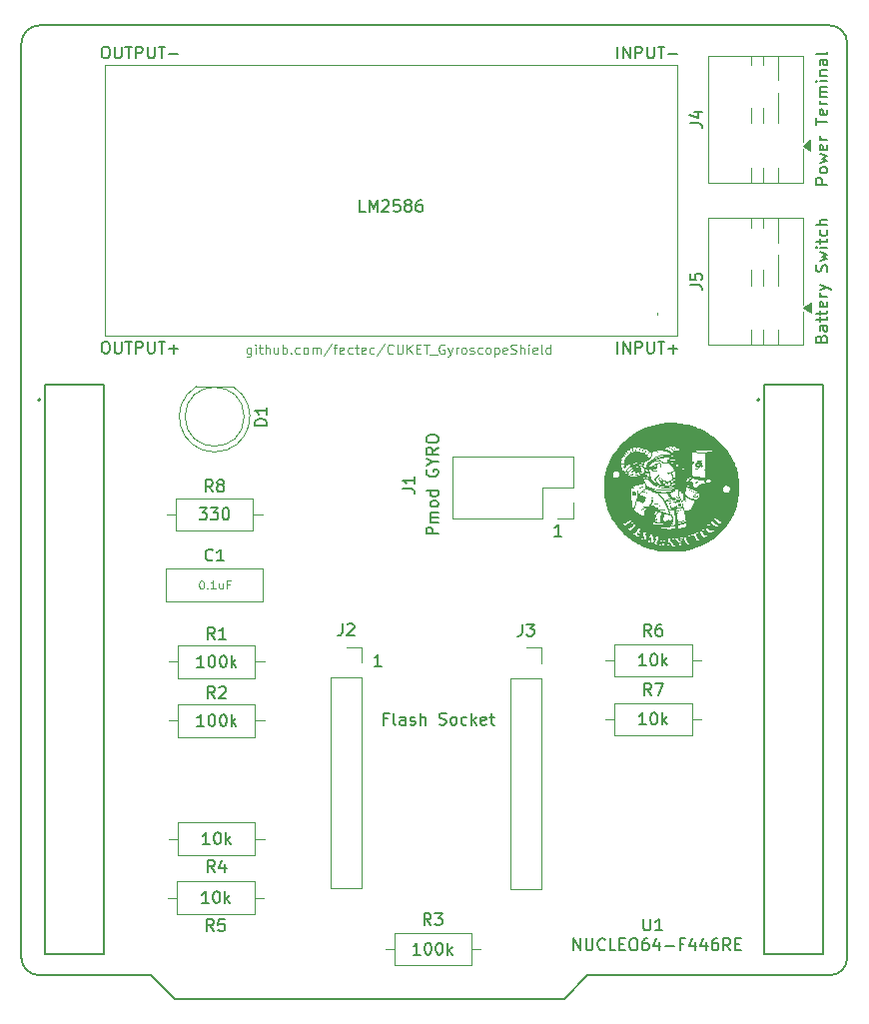
<source format=gbr>
%TF.GenerationSoftware,KiCad,Pcbnew,9.0.5*%
%TF.CreationDate,2025-10-27T10:50:58+09:00*%
%TF.ProjectId,GYRO_PCB,4759524f-5f50-4434-922e-6b696361645f,rev?*%
%TF.SameCoordinates,Original*%
%TF.FileFunction,Legend,Top*%
%TF.FilePolarity,Positive*%
%FSLAX46Y46*%
G04 Gerber Fmt 4.6, Leading zero omitted, Abs format (unit mm)*
G04 Created by KiCad (PCBNEW 9.0.5) date 2025-10-27 10:50:58*
%MOMM*%
%LPD*%
G01*
G04 APERTURE LIST*
%ADD10C,0.200000*%
%ADD11C,0.090000*%
%ADD12C,0.150000*%
%ADD13C,0.110000*%
%ADD14C,0.120000*%
%ADD15C,0.000000*%
%ADD16C,0.127000*%
G04 APERTURE END LIST*
D10*
X157393482Y-92867219D02*
X156822054Y-92867219D01*
X157107768Y-92867219D02*
X157107768Y-91867219D01*
X157107768Y-91867219D02*
X157012530Y-92010076D01*
X157012530Y-92010076D02*
X156917292Y-92105314D01*
X156917292Y-92105314D02*
X156822054Y-92152933D01*
D11*
X131092543Y-76864081D02*
X131092543Y-77511700D01*
X131092543Y-77511700D02*
X131054448Y-77587891D01*
X131054448Y-77587891D02*
X131016352Y-77625986D01*
X131016352Y-77625986D02*
X130940162Y-77664081D01*
X130940162Y-77664081D02*
X130825876Y-77664081D01*
X130825876Y-77664081D02*
X130749686Y-77625986D01*
X131092543Y-77359320D02*
X131016352Y-77397415D01*
X131016352Y-77397415D02*
X130863971Y-77397415D01*
X130863971Y-77397415D02*
X130787781Y-77359320D01*
X130787781Y-77359320D02*
X130749686Y-77321224D01*
X130749686Y-77321224D02*
X130711590Y-77245034D01*
X130711590Y-77245034D02*
X130711590Y-77016462D01*
X130711590Y-77016462D02*
X130749686Y-76940272D01*
X130749686Y-76940272D02*
X130787781Y-76902177D01*
X130787781Y-76902177D02*
X130863971Y-76864081D01*
X130863971Y-76864081D02*
X131016352Y-76864081D01*
X131016352Y-76864081D02*
X131092543Y-76902177D01*
X131473496Y-77397415D02*
X131473496Y-76864081D01*
X131473496Y-76597415D02*
X131435400Y-76635510D01*
X131435400Y-76635510D02*
X131473496Y-76673605D01*
X131473496Y-76673605D02*
X131511591Y-76635510D01*
X131511591Y-76635510D02*
X131473496Y-76597415D01*
X131473496Y-76597415D02*
X131473496Y-76673605D01*
X131740162Y-76864081D02*
X132044924Y-76864081D01*
X131854448Y-76597415D02*
X131854448Y-77283129D01*
X131854448Y-77283129D02*
X131892543Y-77359320D01*
X131892543Y-77359320D02*
X131968733Y-77397415D01*
X131968733Y-77397415D02*
X132044924Y-77397415D01*
X132311591Y-77397415D02*
X132311591Y-76597415D01*
X132654448Y-77397415D02*
X132654448Y-76978367D01*
X132654448Y-76978367D02*
X132616353Y-76902177D01*
X132616353Y-76902177D02*
X132540162Y-76864081D01*
X132540162Y-76864081D02*
X132425876Y-76864081D01*
X132425876Y-76864081D02*
X132349686Y-76902177D01*
X132349686Y-76902177D02*
X132311591Y-76940272D01*
X133378258Y-76864081D02*
X133378258Y-77397415D01*
X133035401Y-76864081D02*
X133035401Y-77283129D01*
X133035401Y-77283129D02*
X133073496Y-77359320D01*
X133073496Y-77359320D02*
X133149686Y-77397415D01*
X133149686Y-77397415D02*
X133263972Y-77397415D01*
X133263972Y-77397415D02*
X133340163Y-77359320D01*
X133340163Y-77359320D02*
X133378258Y-77321224D01*
X133759211Y-77397415D02*
X133759211Y-76597415D01*
X133759211Y-76902177D02*
X133835401Y-76864081D01*
X133835401Y-76864081D02*
X133987782Y-76864081D01*
X133987782Y-76864081D02*
X134063973Y-76902177D01*
X134063973Y-76902177D02*
X134102068Y-76940272D01*
X134102068Y-76940272D02*
X134140163Y-77016462D01*
X134140163Y-77016462D02*
X134140163Y-77245034D01*
X134140163Y-77245034D02*
X134102068Y-77321224D01*
X134102068Y-77321224D02*
X134063973Y-77359320D01*
X134063973Y-77359320D02*
X133987782Y-77397415D01*
X133987782Y-77397415D02*
X133835401Y-77397415D01*
X133835401Y-77397415D02*
X133759211Y-77359320D01*
X134483021Y-77321224D02*
X134521116Y-77359320D01*
X134521116Y-77359320D02*
X134483021Y-77397415D01*
X134483021Y-77397415D02*
X134444925Y-77359320D01*
X134444925Y-77359320D02*
X134483021Y-77321224D01*
X134483021Y-77321224D02*
X134483021Y-77397415D01*
X135206830Y-77359320D02*
X135130639Y-77397415D01*
X135130639Y-77397415D02*
X134978258Y-77397415D01*
X134978258Y-77397415D02*
X134902068Y-77359320D01*
X134902068Y-77359320D02*
X134863973Y-77321224D01*
X134863973Y-77321224D02*
X134825877Y-77245034D01*
X134825877Y-77245034D02*
X134825877Y-77016462D01*
X134825877Y-77016462D02*
X134863973Y-76940272D01*
X134863973Y-76940272D02*
X134902068Y-76902177D01*
X134902068Y-76902177D02*
X134978258Y-76864081D01*
X134978258Y-76864081D02*
X135130639Y-76864081D01*
X135130639Y-76864081D02*
X135206830Y-76902177D01*
X135663972Y-77397415D02*
X135587782Y-77359320D01*
X135587782Y-77359320D02*
X135549687Y-77321224D01*
X135549687Y-77321224D02*
X135511591Y-77245034D01*
X135511591Y-77245034D02*
X135511591Y-77016462D01*
X135511591Y-77016462D02*
X135549687Y-76940272D01*
X135549687Y-76940272D02*
X135587782Y-76902177D01*
X135587782Y-76902177D02*
X135663972Y-76864081D01*
X135663972Y-76864081D02*
X135778258Y-76864081D01*
X135778258Y-76864081D02*
X135854449Y-76902177D01*
X135854449Y-76902177D02*
X135892544Y-76940272D01*
X135892544Y-76940272D02*
X135930639Y-77016462D01*
X135930639Y-77016462D02*
X135930639Y-77245034D01*
X135930639Y-77245034D02*
X135892544Y-77321224D01*
X135892544Y-77321224D02*
X135854449Y-77359320D01*
X135854449Y-77359320D02*
X135778258Y-77397415D01*
X135778258Y-77397415D02*
X135663972Y-77397415D01*
X136273497Y-77397415D02*
X136273497Y-76864081D01*
X136273497Y-76940272D02*
X136311592Y-76902177D01*
X136311592Y-76902177D02*
X136387782Y-76864081D01*
X136387782Y-76864081D02*
X136502068Y-76864081D01*
X136502068Y-76864081D02*
X136578259Y-76902177D01*
X136578259Y-76902177D02*
X136616354Y-76978367D01*
X136616354Y-76978367D02*
X136616354Y-77397415D01*
X136616354Y-76978367D02*
X136654449Y-76902177D01*
X136654449Y-76902177D02*
X136730640Y-76864081D01*
X136730640Y-76864081D02*
X136844925Y-76864081D01*
X136844925Y-76864081D02*
X136921116Y-76902177D01*
X136921116Y-76902177D02*
X136959211Y-76978367D01*
X136959211Y-76978367D02*
X136959211Y-77397415D01*
X137911592Y-76559320D02*
X137225878Y-77587891D01*
X138063973Y-76864081D02*
X138368735Y-76864081D01*
X138178259Y-77397415D02*
X138178259Y-76711700D01*
X138178259Y-76711700D02*
X138216354Y-76635510D01*
X138216354Y-76635510D02*
X138292544Y-76597415D01*
X138292544Y-76597415D02*
X138368735Y-76597415D01*
X138940164Y-77359320D02*
X138863973Y-77397415D01*
X138863973Y-77397415D02*
X138711592Y-77397415D01*
X138711592Y-77397415D02*
X138635402Y-77359320D01*
X138635402Y-77359320D02*
X138597306Y-77283129D01*
X138597306Y-77283129D02*
X138597306Y-76978367D01*
X138597306Y-76978367D02*
X138635402Y-76902177D01*
X138635402Y-76902177D02*
X138711592Y-76864081D01*
X138711592Y-76864081D02*
X138863973Y-76864081D01*
X138863973Y-76864081D02*
X138940164Y-76902177D01*
X138940164Y-76902177D02*
X138978259Y-76978367D01*
X138978259Y-76978367D02*
X138978259Y-77054558D01*
X138978259Y-77054558D02*
X138597306Y-77130748D01*
X139663973Y-77359320D02*
X139587782Y-77397415D01*
X139587782Y-77397415D02*
X139435401Y-77397415D01*
X139435401Y-77397415D02*
X139359211Y-77359320D01*
X139359211Y-77359320D02*
X139321116Y-77321224D01*
X139321116Y-77321224D02*
X139283020Y-77245034D01*
X139283020Y-77245034D02*
X139283020Y-77016462D01*
X139283020Y-77016462D02*
X139321116Y-76940272D01*
X139321116Y-76940272D02*
X139359211Y-76902177D01*
X139359211Y-76902177D02*
X139435401Y-76864081D01*
X139435401Y-76864081D02*
X139587782Y-76864081D01*
X139587782Y-76864081D02*
X139663973Y-76902177D01*
X139892544Y-76864081D02*
X140197306Y-76864081D01*
X140006830Y-76597415D02*
X140006830Y-77283129D01*
X140006830Y-77283129D02*
X140044925Y-77359320D01*
X140044925Y-77359320D02*
X140121115Y-77397415D01*
X140121115Y-77397415D02*
X140197306Y-77397415D01*
X140768735Y-77359320D02*
X140692544Y-77397415D01*
X140692544Y-77397415D02*
X140540163Y-77397415D01*
X140540163Y-77397415D02*
X140463973Y-77359320D01*
X140463973Y-77359320D02*
X140425877Y-77283129D01*
X140425877Y-77283129D02*
X140425877Y-76978367D01*
X140425877Y-76978367D02*
X140463973Y-76902177D01*
X140463973Y-76902177D02*
X140540163Y-76864081D01*
X140540163Y-76864081D02*
X140692544Y-76864081D01*
X140692544Y-76864081D02*
X140768735Y-76902177D01*
X140768735Y-76902177D02*
X140806830Y-76978367D01*
X140806830Y-76978367D02*
X140806830Y-77054558D01*
X140806830Y-77054558D02*
X140425877Y-77130748D01*
X141492544Y-77359320D02*
X141416353Y-77397415D01*
X141416353Y-77397415D02*
X141263972Y-77397415D01*
X141263972Y-77397415D02*
X141187782Y-77359320D01*
X141187782Y-77359320D02*
X141149687Y-77321224D01*
X141149687Y-77321224D02*
X141111591Y-77245034D01*
X141111591Y-77245034D02*
X141111591Y-77016462D01*
X141111591Y-77016462D02*
X141149687Y-76940272D01*
X141149687Y-76940272D02*
X141187782Y-76902177D01*
X141187782Y-76902177D02*
X141263972Y-76864081D01*
X141263972Y-76864081D02*
X141416353Y-76864081D01*
X141416353Y-76864081D02*
X141492544Y-76902177D01*
X142406829Y-76559320D02*
X141721115Y-77587891D01*
X143130639Y-77321224D02*
X143092543Y-77359320D01*
X143092543Y-77359320D02*
X142978258Y-77397415D01*
X142978258Y-77397415D02*
X142902067Y-77397415D01*
X142902067Y-77397415D02*
X142787781Y-77359320D01*
X142787781Y-77359320D02*
X142711591Y-77283129D01*
X142711591Y-77283129D02*
X142673496Y-77206939D01*
X142673496Y-77206939D02*
X142635400Y-77054558D01*
X142635400Y-77054558D02*
X142635400Y-76940272D01*
X142635400Y-76940272D02*
X142673496Y-76787891D01*
X142673496Y-76787891D02*
X142711591Y-76711700D01*
X142711591Y-76711700D02*
X142787781Y-76635510D01*
X142787781Y-76635510D02*
X142902067Y-76597415D01*
X142902067Y-76597415D02*
X142978258Y-76597415D01*
X142978258Y-76597415D02*
X143092543Y-76635510D01*
X143092543Y-76635510D02*
X143130639Y-76673605D01*
X143473496Y-76597415D02*
X143473496Y-77245034D01*
X143473496Y-77245034D02*
X143511591Y-77321224D01*
X143511591Y-77321224D02*
X143549686Y-77359320D01*
X143549686Y-77359320D02*
X143625877Y-77397415D01*
X143625877Y-77397415D02*
X143778258Y-77397415D01*
X143778258Y-77397415D02*
X143854448Y-77359320D01*
X143854448Y-77359320D02*
X143892543Y-77321224D01*
X143892543Y-77321224D02*
X143930639Y-77245034D01*
X143930639Y-77245034D02*
X143930639Y-76597415D01*
X144311591Y-77397415D02*
X144311591Y-76597415D01*
X144768734Y-77397415D02*
X144425876Y-76940272D01*
X144768734Y-76597415D02*
X144311591Y-77054558D01*
X145111591Y-76978367D02*
X145378257Y-76978367D01*
X145492543Y-77397415D02*
X145111591Y-77397415D01*
X145111591Y-77397415D02*
X145111591Y-76597415D01*
X145111591Y-76597415D02*
X145492543Y-76597415D01*
X145721115Y-76597415D02*
X146178258Y-76597415D01*
X145949686Y-77397415D02*
X145949686Y-76597415D01*
X146254449Y-77473605D02*
X146863972Y-77473605D01*
X147473496Y-76635510D02*
X147397306Y-76597415D01*
X147397306Y-76597415D02*
X147283020Y-76597415D01*
X147283020Y-76597415D02*
X147168734Y-76635510D01*
X147168734Y-76635510D02*
X147092544Y-76711700D01*
X147092544Y-76711700D02*
X147054449Y-76787891D01*
X147054449Y-76787891D02*
X147016353Y-76940272D01*
X147016353Y-76940272D02*
X147016353Y-77054558D01*
X147016353Y-77054558D02*
X147054449Y-77206939D01*
X147054449Y-77206939D02*
X147092544Y-77283129D01*
X147092544Y-77283129D02*
X147168734Y-77359320D01*
X147168734Y-77359320D02*
X147283020Y-77397415D01*
X147283020Y-77397415D02*
X147359211Y-77397415D01*
X147359211Y-77397415D02*
X147473496Y-77359320D01*
X147473496Y-77359320D02*
X147511592Y-77321224D01*
X147511592Y-77321224D02*
X147511592Y-77054558D01*
X147511592Y-77054558D02*
X147359211Y-77054558D01*
X147778258Y-76864081D02*
X147968734Y-77397415D01*
X148159211Y-76864081D02*
X147968734Y-77397415D01*
X147968734Y-77397415D02*
X147892544Y-77587891D01*
X147892544Y-77587891D02*
X147854449Y-77625986D01*
X147854449Y-77625986D02*
X147778258Y-77664081D01*
X148463973Y-77397415D02*
X148463973Y-76864081D01*
X148463973Y-77016462D02*
X148502068Y-76940272D01*
X148502068Y-76940272D02*
X148540163Y-76902177D01*
X148540163Y-76902177D02*
X148616354Y-76864081D01*
X148616354Y-76864081D02*
X148692544Y-76864081D01*
X149073496Y-77397415D02*
X148997306Y-77359320D01*
X148997306Y-77359320D02*
X148959211Y-77321224D01*
X148959211Y-77321224D02*
X148921115Y-77245034D01*
X148921115Y-77245034D02*
X148921115Y-77016462D01*
X148921115Y-77016462D02*
X148959211Y-76940272D01*
X148959211Y-76940272D02*
X148997306Y-76902177D01*
X148997306Y-76902177D02*
X149073496Y-76864081D01*
X149073496Y-76864081D02*
X149187782Y-76864081D01*
X149187782Y-76864081D02*
X149263973Y-76902177D01*
X149263973Y-76902177D02*
X149302068Y-76940272D01*
X149302068Y-76940272D02*
X149340163Y-77016462D01*
X149340163Y-77016462D02*
X149340163Y-77245034D01*
X149340163Y-77245034D02*
X149302068Y-77321224D01*
X149302068Y-77321224D02*
X149263973Y-77359320D01*
X149263973Y-77359320D02*
X149187782Y-77397415D01*
X149187782Y-77397415D02*
X149073496Y-77397415D01*
X149644925Y-77359320D02*
X149721116Y-77397415D01*
X149721116Y-77397415D02*
X149873497Y-77397415D01*
X149873497Y-77397415D02*
X149949687Y-77359320D01*
X149949687Y-77359320D02*
X149987783Y-77283129D01*
X149987783Y-77283129D02*
X149987783Y-77245034D01*
X149987783Y-77245034D02*
X149949687Y-77168843D01*
X149949687Y-77168843D02*
X149873497Y-77130748D01*
X149873497Y-77130748D02*
X149759211Y-77130748D01*
X149759211Y-77130748D02*
X149683021Y-77092653D01*
X149683021Y-77092653D02*
X149644925Y-77016462D01*
X149644925Y-77016462D02*
X149644925Y-76978367D01*
X149644925Y-76978367D02*
X149683021Y-76902177D01*
X149683021Y-76902177D02*
X149759211Y-76864081D01*
X149759211Y-76864081D02*
X149873497Y-76864081D01*
X149873497Y-76864081D02*
X149949687Y-76902177D01*
X150673497Y-77359320D02*
X150597306Y-77397415D01*
X150597306Y-77397415D02*
X150444925Y-77397415D01*
X150444925Y-77397415D02*
X150368735Y-77359320D01*
X150368735Y-77359320D02*
X150330640Y-77321224D01*
X150330640Y-77321224D02*
X150292544Y-77245034D01*
X150292544Y-77245034D02*
X150292544Y-77016462D01*
X150292544Y-77016462D02*
X150330640Y-76940272D01*
X150330640Y-76940272D02*
X150368735Y-76902177D01*
X150368735Y-76902177D02*
X150444925Y-76864081D01*
X150444925Y-76864081D02*
X150597306Y-76864081D01*
X150597306Y-76864081D02*
X150673497Y-76902177D01*
X151130639Y-77397415D02*
X151054449Y-77359320D01*
X151054449Y-77359320D02*
X151016354Y-77321224D01*
X151016354Y-77321224D02*
X150978258Y-77245034D01*
X150978258Y-77245034D02*
X150978258Y-77016462D01*
X150978258Y-77016462D02*
X151016354Y-76940272D01*
X151016354Y-76940272D02*
X151054449Y-76902177D01*
X151054449Y-76902177D02*
X151130639Y-76864081D01*
X151130639Y-76864081D02*
X151244925Y-76864081D01*
X151244925Y-76864081D02*
X151321116Y-76902177D01*
X151321116Y-76902177D02*
X151359211Y-76940272D01*
X151359211Y-76940272D02*
X151397306Y-77016462D01*
X151397306Y-77016462D02*
X151397306Y-77245034D01*
X151397306Y-77245034D02*
X151359211Y-77321224D01*
X151359211Y-77321224D02*
X151321116Y-77359320D01*
X151321116Y-77359320D02*
X151244925Y-77397415D01*
X151244925Y-77397415D02*
X151130639Y-77397415D01*
X151740164Y-76864081D02*
X151740164Y-77664081D01*
X151740164Y-76902177D02*
X151816354Y-76864081D01*
X151816354Y-76864081D02*
X151968735Y-76864081D01*
X151968735Y-76864081D02*
X152044926Y-76902177D01*
X152044926Y-76902177D02*
X152083021Y-76940272D01*
X152083021Y-76940272D02*
X152121116Y-77016462D01*
X152121116Y-77016462D02*
X152121116Y-77245034D01*
X152121116Y-77245034D02*
X152083021Y-77321224D01*
X152083021Y-77321224D02*
X152044926Y-77359320D01*
X152044926Y-77359320D02*
X151968735Y-77397415D01*
X151968735Y-77397415D02*
X151816354Y-77397415D01*
X151816354Y-77397415D02*
X151740164Y-77359320D01*
X152768736Y-77359320D02*
X152692545Y-77397415D01*
X152692545Y-77397415D02*
X152540164Y-77397415D01*
X152540164Y-77397415D02*
X152463974Y-77359320D01*
X152463974Y-77359320D02*
X152425878Y-77283129D01*
X152425878Y-77283129D02*
X152425878Y-76978367D01*
X152425878Y-76978367D02*
X152463974Y-76902177D01*
X152463974Y-76902177D02*
X152540164Y-76864081D01*
X152540164Y-76864081D02*
X152692545Y-76864081D01*
X152692545Y-76864081D02*
X152768736Y-76902177D01*
X152768736Y-76902177D02*
X152806831Y-76978367D01*
X152806831Y-76978367D02*
X152806831Y-77054558D01*
X152806831Y-77054558D02*
X152425878Y-77130748D01*
X153111592Y-77359320D02*
X153225878Y-77397415D01*
X153225878Y-77397415D02*
X153416354Y-77397415D01*
X153416354Y-77397415D02*
X153492545Y-77359320D01*
X153492545Y-77359320D02*
X153530640Y-77321224D01*
X153530640Y-77321224D02*
X153568735Y-77245034D01*
X153568735Y-77245034D02*
X153568735Y-77168843D01*
X153568735Y-77168843D02*
X153530640Y-77092653D01*
X153530640Y-77092653D02*
X153492545Y-77054558D01*
X153492545Y-77054558D02*
X153416354Y-77016462D01*
X153416354Y-77016462D02*
X153263973Y-76978367D01*
X153263973Y-76978367D02*
X153187783Y-76940272D01*
X153187783Y-76940272D02*
X153149688Y-76902177D01*
X153149688Y-76902177D02*
X153111592Y-76825986D01*
X153111592Y-76825986D02*
X153111592Y-76749796D01*
X153111592Y-76749796D02*
X153149688Y-76673605D01*
X153149688Y-76673605D02*
X153187783Y-76635510D01*
X153187783Y-76635510D02*
X153263973Y-76597415D01*
X153263973Y-76597415D02*
X153454450Y-76597415D01*
X153454450Y-76597415D02*
X153568735Y-76635510D01*
X153911593Y-77397415D02*
X153911593Y-76597415D01*
X154254450Y-77397415D02*
X154254450Y-76978367D01*
X154254450Y-76978367D02*
X154216355Y-76902177D01*
X154216355Y-76902177D02*
X154140164Y-76864081D01*
X154140164Y-76864081D02*
X154025878Y-76864081D01*
X154025878Y-76864081D02*
X153949688Y-76902177D01*
X153949688Y-76902177D02*
X153911593Y-76940272D01*
X154635403Y-77397415D02*
X154635403Y-76864081D01*
X154635403Y-76597415D02*
X154597307Y-76635510D01*
X154597307Y-76635510D02*
X154635403Y-76673605D01*
X154635403Y-76673605D02*
X154673498Y-76635510D01*
X154673498Y-76635510D02*
X154635403Y-76597415D01*
X154635403Y-76597415D02*
X154635403Y-76673605D01*
X155321117Y-77359320D02*
X155244926Y-77397415D01*
X155244926Y-77397415D02*
X155092545Y-77397415D01*
X155092545Y-77397415D02*
X155016355Y-77359320D01*
X155016355Y-77359320D02*
X154978259Y-77283129D01*
X154978259Y-77283129D02*
X154978259Y-76978367D01*
X154978259Y-76978367D02*
X155016355Y-76902177D01*
X155016355Y-76902177D02*
X155092545Y-76864081D01*
X155092545Y-76864081D02*
X155244926Y-76864081D01*
X155244926Y-76864081D02*
X155321117Y-76902177D01*
X155321117Y-76902177D02*
X155359212Y-76978367D01*
X155359212Y-76978367D02*
X155359212Y-77054558D01*
X155359212Y-77054558D02*
X154978259Y-77130748D01*
X155816354Y-77397415D02*
X155740164Y-77359320D01*
X155740164Y-77359320D02*
X155702069Y-77283129D01*
X155702069Y-77283129D02*
X155702069Y-76597415D01*
X156463974Y-77397415D02*
X156463974Y-76597415D01*
X156463974Y-77359320D02*
X156387783Y-77397415D01*
X156387783Y-77397415D02*
X156235402Y-77397415D01*
X156235402Y-77397415D02*
X156159212Y-77359320D01*
X156159212Y-77359320D02*
X156121117Y-77321224D01*
X156121117Y-77321224D02*
X156083021Y-77245034D01*
X156083021Y-77245034D02*
X156083021Y-77016462D01*
X156083021Y-77016462D02*
X156121117Y-76940272D01*
X156121117Y-76940272D02*
X156159212Y-76902177D01*
X156159212Y-76902177D02*
X156235402Y-76864081D01*
X156235402Y-76864081D02*
X156387783Y-76864081D01*
X156387783Y-76864081D02*
X156463974Y-76902177D01*
D10*
X142118482Y-103867219D02*
X141547054Y-103867219D01*
X141832768Y-103867219D02*
X141832768Y-102867219D01*
X141832768Y-102867219D02*
X141737530Y-103010076D01*
X141737530Y-103010076D02*
X141642292Y-103105314D01*
X141642292Y-103105314D02*
X141547054Y-103152933D01*
D12*
X142670112Y-108321009D02*
X142336779Y-108321009D01*
X142336779Y-108844819D02*
X142336779Y-107844819D01*
X142336779Y-107844819D02*
X142812969Y-107844819D01*
X143336779Y-108844819D02*
X143241541Y-108797200D01*
X143241541Y-108797200D02*
X143193922Y-108701961D01*
X143193922Y-108701961D02*
X143193922Y-107844819D01*
X144146303Y-108844819D02*
X144146303Y-108321009D01*
X144146303Y-108321009D02*
X144098684Y-108225771D01*
X144098684Y-108225771D02*
X144003446Y-108178152D01*
X144003446Y-108178152D02*
X143812970Y-108178152D01*
X143812970Y-108178152D02*
X143717732Y-108225771D01*
X144146303Y-108797200D02*
X144051065Y-108844819D01*
X144051065Y-108844819D02*
X143812970Y-108844819D01*
X143812970Y-108844819D02*
X143717732Y-108797200D01*
X143717732Y-108797200D02*
X143670113Y-108701961D01*
X143670113Y-108701961D02*
X143670113Y-108606723D01*
X143670113Y-108606723D02*
X143717732Y-108511485D01*
X143717732Y-108511485D02*
X143812970Y-108463866D01*
X143812970Y-108463866D02*
X144051065Y-108463866D01*
X144051065Y-108463866D02*
X144146303Y-108416247D01*
X144574875Y-108797200D02*
X144670113Y-108844819D01*
X144670113Y-108844819D02*
X144860589Y-108844819D01*
X144860589Y-108844819D02*
X144955827Y-108797200D01*
X144955827Y-108797200D02*
X145003446Y-108701961D01*
X145003446Y-108701961D02*
X145003446Y-108654342D01*
X145003446Y-108654342D02*
X144955827Y-108559104D01*
X144955827Y-108559104D02*
X144860589Y-108511485D01*
X144860589Y-108511485D02*
X144717732Y-108511485D01*
X144717732Y-108511485D02*
X144622494Y-108463866D01*
X144622494Y-108463866D02*
X144574875Y-108368628D01*
X144574875Y-108368628D02*
X144574875Y-108321009D01*
X144574875Y-108321009D02*
X144622494Y-108225771D01*
X144622494Y-108225771D02*
X144717732Y-108178152D01*
X144717732Y-108178152D02*
X144860589Y-108178152D01*
X144860589Y-108178152D02*
X144955827Y-108225771D01*
X145432018Y-108844819D02*
X145432018Y-107844819D01*
X145860589Y-108844819D02*
X145860589Y-108321009D01*
X145860589Y-108321009D02*
X145812970Y-108225771D01*
X145812970Y-108225771D02*
X145717732Y-108178152D01*
X145717732Y-108178152D02*
X145574875Y-108178152D01*
X145574875Y-108178152D02*
X145479637Y-108225771D01*
X145479637Y-108225771D02*
X145432018Y-108273390D01*
X147051066Y-108797200D02*
X147193923Y-108844819D01*
X147193923Y-108844819D02*
X147432018Y-108844819D01*
X147432018Y-108844819D02*
X147527256Y-108797200D01*
X147527256Y-108797200D02*
X147574875Y-108749580D01*
X147574875Y-108749580D02*
X147622494Y-108654342D01*
X147622494Y-108654342D02*
X147622494Y-108559104D01*
X147622494Y-108559104D02*
X147574875Y-108463866D01*
X147574875Y-108463866D02*
X147527256Y-108416247D01*
X147527256Y-108416247D02*
X147432018Y-108368628D01*
X147432018Y-108368628D02*
X147241542Y-108321009D01*
X147241542Y-108321009D02*
X147146304Y-108273390D01*
X147146304Y-108273390D02*
X147098685Y-108225771D01*
X147098685Y-108225771D02*
X147051066Y-108130533D01*
X147051066Y-108130533D02*
X147051066Y-108035295D01*
X147051066Y-108035295D02*
X147098685Y-107940057D01*
X147098685Y-107940057D02*
X147146304Y-107892438D01*
X147146304Y-107892438D02*
X147241542Y-107844819D01*
X147241542Y-107844819D02*
X147479637Y-107844819D01*
X147479637Y-107844819D02*
X147622494Y-107892438D01*
X148193923Y-108844819D02*
X148098685Y-108797200D01*
X148098685Y-108797200D02*
X148051066Y-108749580D01*
X148051066Y-108749580D02*
X148003447Y-108654342D01*
X148003447Y-108654342D02*
X148003447Y-108368628D01*
X148003447Y-108368628D02*
X148051066Y-108273390D01*
X148051066Y-108273390D02*
X148098685Y-108225771D01*
X148098685Y-108225771D02*
X148193923Y-108178152D01*
X148193923Y-108178152D02*
X148336780Y-108178152D01*
X148336780Y-108178152D02*
X148432018Y-108225771D01*
X148432018Y-108225771D02*
X148479637Y-108273390D01*
X148479637Y-108273390D02*
X148527256Y-108368628D01*
X148527256Y-108368628D02*
X148527256Y-108654342D01*
X148527256Y-108654342D02*
X148479637Y-108749580D01*
X148479637Y-108749580D02*
X148432018Y-108797200D01*
X148432018Y-108797200D02*
X148336780Y-108844819D01*
X148336780Y-108844819D02*
X148193923Y-108844819D01*
X149384399Y-108797200D02*
X149289161Y-108844819D01*
X149289161Y-108844819D02*
X149098685Y-108844819D01*
X149098685Y-108844819D02*
X149003447Y-108797200D01*
X149003447Y-108797200D02*
X148955828Y-108749580D01*
X148955828Y-108749580D02*
X148908209Y-108654342D01*
X148908209Y-108654342D02*
X148908209Y-108368628D01*
X148908209Y-108368628D02*
X148955828Y-108273390D01*
X148955828Y-108273390D02*
X149003447Y-108225771D01*
X149003447Y-108225771D02*
X149098685Y-108178152D01*
X149098685Y-108178152D02*
X149289161Y-108178152D01*
X149289161Y-108178152D02*
X149384399Y-108225771D01*
X149812971Y-108844819D02*
X149812971Y-107844819D01*
X149908209Y-108463866D02*
X150193923Y-108844819D01*
X150193923Y-108178152D02*
X149812971Y-108559104D01*
X151003447Y-108797200D02*
X150908209Y-108844819D01*
X150908209Y-108844819D02*
X150717733Y-108844819D01*
X150717733Y-108844819D02*
X150622495Y-108797200D01*
X150622495Y-108797200D02*
X150574876Y-108701961D01*
X150574876Y-108701961D02*
X150574876Y-108321009D01*
X150574876Y-108321009D02*
X150622495Y-108225771D01*
X150622495Y-108225771D02*
X150717733Y-108178152D01*
X150717733Y-108178152D02*
X150908209Y-108178152D01*
X150908209Y-108178152D02*
X151003447Y-108225771D01*
X151003447Y-108225771D02*
X151051066Y-108321009D01*
X151051066Y-108321009D02*
X151051066Y-108416247D01*
X151051066Y-108416247D02*
X150574876Y-108511485D01*
X151336781Y-108178152D02*
X151717733Y-108178152D01*
X151479638Y-107844819D02*
X151479638Y-108701961D01*
X151479638Y-108701961D02*
X151527257Y-108797200D01*
X151527257Y-108797200D02*
X151622495Y-108844819D01*
X151622495Y-108844819D02*
X151717733Y-108844819D01*
X168334819Y-71583333D02*
X169049104Y-71583333D01*
X169049104Y-71583333D02*
X169191961Y-71630952D01*
X169191961Y-71630952D02*
X169287200Y-71726190D01*
X169287200Y-71726190D02*
X169334819Y-71869047D01*
X169334819Y-71869047D02*
X169334819Y-71964285D01*
X168334819Y-70630952D02*
X168334819Y-71107142D01*
X168334819Y-71107142D02*
X168811009Y-71154761D01*
X168811009Y-71154761D02*
X168763390Y-71107142D01*
X168763390Y-71107142D02*
X168715771Y-71011904D01*
X168715771Y-71011904D02*
X168715771Y-70773809D01*
X168715771Y-70773809D02*
X168763390Y-70678571D01*
X168763390Y-70678571D02*
X168811009Y-70630952D01*
X168811009Y-70630952D02*
X168906247Y-70583333D01*
X168906247Y-70583333D02*
X169144342Y-70583333D01*
X169144342Y-70583333D02*
X169239580Y-70630952D01*
X169239580Y-70630952D02*
X169287200Y-70678571D01*
X169287200Y-70678571D02*
X169334819Y-70773809D01*
X169334819Y-70773809D02*
X169334819Y-71011904D01*
X169334819Y-71011904D02*
X169287200Y-71107142D01*
X169287200Y-71107142D02*
X169239580Y-71154761D01*
X179431009Y-76107143D02*
X179478628Y-75964286D01*
X179478628Y-75964286D02*
X179526247Y-75916667D01*
X179526247Y-75916667D02*
X179621485Y-75869048D01*
X179621485Y-75869048D02*
X179764342Y-75869048D01*
X179764342Y-75869048D02*
X179859580Y-75916667D01*
X179859580Y-75916667D02*
X179907200Y-75964286D01*
X179907200Y-75964286D02*
X179954819Y-76059524D01*
X179954819Y-76059524D02*
X179954819Y-76440476D01*
X179954819Y-76440476D02*
X178954819Y-76440476D01*
X178954819Y-76440476D02*
X178954819Y-76107143D01*
X178954819Y-76107143D02*
X179002438Y-76011905D01*
X179002438Y-76011905D02*
X179050057Y-75964286D01*
X179050057Y-75964286D02*
X179145295Y-75916667D01*
X179145295Y-75916667D02*
X179240533Y-75916667D01*
X179240533Y-75916667D02*
X179335771Y-75964286D01*
X179335771Y-75964286D02*
X179383390Y-76011905D01*
X179383390Y-76011905D02*
X179431009Y-76107143D01*
X179431009Y-76107143D02*
X179431009Y-76440476D01*
X179954819Y-75011905D02*
X179431009Y-75011905D01*
X179431009Y-75011905D02*
X179335771Y-75059524D01*
X179335771Y-75059524D02*
X179288152Y-75154762D01*
X179288152Y-75154762D02*
X179288152Y-75345238D01*
X179288152Y-75345238D02*
X179335771Y-75440476D01*
X179907200Y-75011905D02*
X179954819Y-75107143D01*
X179954819Y-75107143D02*
X179954819Y-75345238D01*
X179954819Y-75345238D02*
X179907200Y-75440476D01*
X179907200Y-75440476D02*
X179811961Y-75488095D01*
X179811961Y-75488095D02*
X179716723Y-75488095D01*
X179716723Y-75488095D02*
X179621485Y-75440476D01*
X179621485Y-75440476D02*
X179573866Y-75345238D01*
X179573866Y-75345238D02*
X179573866Y-75107143D01*
X179573866Y-75107143D02*
X179526247Y-75011905D01*
X179288152Y-74678571D02*
X179288152Y-74297619D01*
X178954819Y-74535714D02*
X179811961Y-74535714D01*
X179811961Y-74535714D02*
X179907200Y-74488095D01*
X179907200Y-74488095D02*
X179954819Y-74392857D01*
X179954819Y-74392857D02*
X179954819Y-74297619D01*
X179288152Y-74107142D02*
X179288152Y-73726190D01*
X178954819Y-73964285D02*
X179811961Y-73964285D01*
X179811961Y-73964285D02*
X179907200Y-73916666D01*
X179907200Y-73916666D02*
X179954819Y-73821428D01*
X179954819Y-73821428D02*
X179954819Y-73726190D01*
X179907200Y-73011904D02*
X179954819Y-73107142D01*
X179954819Y-73107142D02*
X179954819Y-73297618D01*
X179954819Y-73297618D02*
X179907200Y-73392856D01*
X179907200Y-73392856D02*
X179811961Y-73440475D01*
X179811961Y-73440475D02*
X179431009Y-73440475D01*
X179431009Y-73440475D02*
X179335771Y-73392856D01*
X179335771Y-73392856D02*
X179288152Y-73297618D01*
X179288152Y-73297618D02*
X179288152Y-73107142D01*
X179288152Y-73107142D02*
X179335771Y-73011904D01*
X179335771Y-73011904D02*
X179431009Y-72964285D01*
X179431009Y-72964285D02*
X179526247Y-72964285D01*
X179526247Y-72964285D02*
X179621485Y-73440475D01*
X179954819Y-72535713D02*
X179288152Y-72535713D01*
X179478628Y-72535713D02*
X179383390Y-72488094D01*
X179383390Y-72488094D02*
X179335771Y-72440475D01*
X179335771Y-72440475D02*
X179288152Y-72345237D01*
X179288152Y-72345237D02*
X179288152Y-72249999D01*
X179288152Y-72011903D02*
X179954819Y-71773808D01*
X179288152Y-71535713D02*
X179954819Y-71773808D01*
X179954819Y-71773808D02*
X180192914Y-71869046D01*
X180192914Y-71869046D02*
X180240533Y-71916665D01*
X180240533Y-71916665D02*
X180288152Y-72011903D01*
X179907200Y-70440474D02*
X179954819Y-70297617D01*
X179954819Y-70297617D02*
X179954819Y-70059522D01*
X179954819Y-70059522D02*
X179907200Y-69964284D01*
X179907200Y-69964284D02*
X179859580Y-69916665D01*
X179859580Y-69916665D02*
X179764342Y-69869046D01*
X179764342Y-69869046D02*
X179669104Y-69869046D01*
X179669104Y-69869046D02*
X179573866Y-69916665D01*
X179573866Y-69916665D02*
X179526247Y-69964284D01*
X179526247Y-69964284D02*
X179478628Y-70059522D01*
X179478628Y-70059522D02*
X179431009Y-70249998D01*
X179431009Y-70249998D02*
X179383390Y-70345236D01*
X179383390Y-70345236D02*
X179335771Y-70392855D01*
X179335771Y-70392855D02*
X179240533Y-70440474D01*
X179240533Y-70440474D02*
X179145295Y-70440474D01*
X179145295Y-70440474D02*
X179050057Y-70392855D01*
X179050057Y-70392855D02*
X179002438Y-70345236D01*
X179002438Y-70345236D02*
X178954819Y-70249998D01*
X178954819Y-70249998D02*
X178954819Y-70011903D01*
X178954819Y-70011903D02*
X179002438Y-69869046D01*
X179288152Y-69535712D02*
X179954819Y-69345236D01*
X179954819Y-69345236D02*
X179478628Y-69154760D01*
X179478628Y-69154760D02*
X179954819Y-68964284D01*
X179954819Y-68964284D02*
X179288152Y-68773808D01*
X179954819Y-68392855D02*
X179288152Y-68392855D01*
X178954819Y-68392855D02*
X179002438Y-68440474D01*
X179002438Y-68440474D02*
X179050057Y-68392855D01*
X179050057Y-68392855D02*
X179002438Y-68345236D01*
X179002438Y-68345236D02*
X178954819Y-68392855D01*
X178954819Y-68392855D02*
X179050057Y-68392855D01*
X179288152Y-68059522D02*
X179288152Y-67678570D01*
X178954819Y-67916665D02*
X179811961Y-67916665D01*
X179811961Y-67916665D02*
X179907200Y-67869046D01*
X179907200Y-67869046D02*
X179954819Y-67773808D01*
X179954819Y-67773808D02*
X179954819Y-67678570D01*
X179907200Y-66916665D02*
X179954819Y-67011903D01*
X179954819Y-67011903D02*
X179954819Y-67202379D01*
X179954819Y-67202379D02*
X179907200Y-67297617D01*
X179907200Y-67297617D02*
X179859580Y-67345236D01*
X179859580Y-67345236D02*
X179764342Y-67392855D01*
X179764342Y-67392855D02*
X179478628Y-67392855D01*
X179478628Y-67392855D02*
X179383390Y-67345236D01*
X179383390Y-67345236D02*
X179335771Y-67297617D01*
X179335771Y-67297617D02*
X179288152Y-67202379D01*
X179288152Y-67202379D02*
X179288152Y-67011903D01*
X179288152Y-67011903D02*
X179335771Y-66916665D01*
X179954819Y-66488093D02*
X178954819Y-66488093D01*
X179954819Y-66059522D02*
X179431009Y-66059522D01*
X179431009Y-66059522D02*
X179335771Y-66107141D01*
X179335771Y-66107141D02*
X179288152Y-66202379D01*
X179288152Y-66202379D02*
X179288152Y-66345236D01*
X179288152Y-66345236D02*
X179335771Y-66440474D01*
X179335771Y-66440474D02*
X179383390Y-66488093D01*
X140783333Y-65359819D02*
X140307143Y-65359819D01*
X140307143Y-65359819D02*
X140307143Y-64359819D01*
X141116667Y-65359819D02*
X141116667Y-64359819D01*
X141116667Y-64359819D02*
X141450000Y-65074104D01*
X141450000Y-65074104D02*
X141783333Y-64359819D01*
X141783333Y-64359819D02*
X141783333Y-65359819D01*
X142211905Y-64455057D02*
X142259524Y-64407438D01*
X142259524Y-64407438D02*
X142354762Y-64359819D01*
X142354762Y-64359819D02*
X142592857Y-64359819D01*
X142592857Y-64359819D02*
X142688095Y-64407438D01*
X142688095Y-64407438D02*
X142735714Y-64455057D01*
X142735714Y-64455057D02*
X142783333Y-64550295D01*
X142783333Y-64550295D02*
X142783333Y-64645533D01*
X142783333Y-64645533D02*
X142735714Y-64788390D01*
X142735714Y-64788390D02*
X142164286Y-65359819D01*
X142164286Y-65359819D02*
X142783333Y-65359819D01*
X143688095Y-64359819D02*
X143211905Y-64359819D01*
X143211905Y-64359819D02*
X143164286Y-64836009D01*
X143164286Y-64836009D02*
X143211905Y-64788390D01*
X143211905Y-64788390D02*
X143307143Y-64740771D01*
X143307143Y-64740771D02*
X143545238Y-64740771D01*
X143545238Y-64740771D02*
X143640476Y-64788390D01*
X143640476Y-64788390D02*
X143688095Y-64836009D01*
X143688095Y-64836009D02*
X143735714Y-64931247D01*
X143735714Y-64931247D02*
X143735714Y-65169342D01*
X143735714Y-65169342D02*
X143688095Y-65264580D01*
X143688095Y-65264580D02*
X143640476Y-65312200D01*
X143640476Y-65312200D02*
X143545238Y-65359819D01*
X143545238Y-65359819D02*
X143307143Y-65359819D01*
X143307143Y-65359819D02*
X143211905Y-65312200D01*
X143211905Y-65312200D02*
X143164286Y-65264580D01*
X144307143Y-64788390D02*
X144211905Y-64740771D01*
X144211905Y-64740771D02*
X144164286Y-64693152D01*
X144164286Y-64693152D02*
X144116667Y-64597914D01*
X144116667Y-64597914D02*
X144116667Y-64550295D01*
X144116667Y-64550295D02*
X144164286Y-64455057D01*
X144164286Y-64455057D02*
X144211905Y-64407438D01*
X144211905Y-64407438D02*
X144307143Y-64359819D01*
X144307143Y-64359819D02*
X144497619Y-64359819D01*
X144497619Y-64359819D02*
X144592857Y-64407438D01*
X144592857Y-64407438D02*
X144640476Y-64455057D01*
X144640476Y-64455057D02*
X144688095Y-64550295D01*
X144688095Y-64550295D02*
X144688095Y-64597914D01*
X144688095Y-64597914D02*
X144640476Y-64693152D01*
X144640476Y-64693152D02*
X144592857Y-64740771D01*
X144592857Y-64740771D02*
X144497619Y-64788390D01*
X144497619Y-64788390D02*
X144307143Y-64788390D01*
X144307143Y-64788390D02*
X144211905Y-64836009D01*
X144211905Y-64836009D02*
X144164286Y-64883628D01*
X144164286Y-64883628D02*
X144116667Y-64978866D01*
X144116667Y-64978866D02*
X144116667Y-65169342D01*
X144116667Y-65169342D02*
X144164286Y-65264580D01*
X144164286Y-65264580D02*
X144211905Y-65312200D01*
X144211905Y-65312200D02*
X144307143Y-65359819D01*
X144307143Y-65359819D02*
X144497619Y-65359819D01*
X144497619Y-65359819D02*
X144592857Y-65312200D01*
X144592857Y-65312200D02*
X144640476Y-65264580D01*
X144640476Y-65264580D02*
X144688095Y-65169342D01*
X144688095Y-65169342D02*
X144688095Y-64978866D01*
X144688095Y-64978866D02*
X144640476Y-64883628D01*
X144640476Y-64883628D02*
X144592857Y-64836009D01*
X144592857Y-64836009D02*
X144497619Y-64788390D01*
X145545238Y-64359819D02*
X145354762Y-64359819D01*
X145354762Y-64359819D02*
X145259524Y-64407438D01*
X145259524Y-64407438D02*
X145211905Y-64455057D01*
X145211905Y-64455057D02*
X145116667Y-64597914D01*
X145116667Y-64597914D02*
X145069048Y-64788390D01*
X145069048Y-64788390D02*
X145069048Y-65169342D01*
X145069048Y-65169342D02*
X145116667Y-65264580D01*
X145116667Y-65264580D02*
X145164286Y-65312200D01*
X145164286Y-65312200D02*
X145259524Y-65359819D01*
X145259524Y-65359819D02*
X145450000Y-65359819D01*
X145450000Y-65359819D02*
X145545238Y-65312200D01*
X145545238Y-65312200D02*
X145592857Y-65264580D01*
X145592857Y-65264580D02*
X145640476Y-65169342D01*
X145640476Y-65169342D02*
X145640476Y-64931247D01*
X145640476Y-64931247D02*
X145592857Y-64836009D01*
X145592857Y-64836009D02*
X145545238Y-64788390D01*
X145545238Y-64788390D02*
X145450000Y-64740771D01*
X145450000Y-64740771D02*
X145259524Y-64740771D01*
X145259524Y-64740771D02*
X145164286Y-64788390D01*
X145164286Y-64788390D02*
X145116667Y-64836009D01*
X145116667Y-64836009D02*
X145069048Y-64931247D01*
D10*
X118676190Y-76357219D02*
X118866666Y-76357219D01*
X118866666Y-76357219D02*
X118961904Y-76404838D01*
X118961904Y-76404838D02*
X119057142Y-76500076D01*
X119057142Y-76500076D02*
X119104761Y-76690552D01*
X119104761Y-76690552D02*
X119104761Y-77023885D01*
X119104761Y-77023885D02*
X119057142Y-77214361D01*
X119057142Y-77214361D02*
X118961904Y-77309600D01*
X118961904Y-77309600D02*
X118866666Y-77357219D01*
X118866666Y-77357219D02*
X118676190Y-77357219D01*
X118676190Y-77357219D02*
X118580952Y-77309600D01*
X118580952Y-77309600D02*
X118485714Y-77214361D01*
X118485714Y-77214361D02*
X118438095Y-77023885D01*
X118438095Y-77023885D02*
X118438095Y-76690552D01*
X118438095Y-76690552D02*
X118485714Y-76500076D01*
X118485714Y-76500076D02*
X118580952Y-76404838D01*
X118580952Y-76404838D02*
X118676190Y-76357219D01*
X119533333Y-76357219D02*
X119533333Y-77166742D01*
X119533333Y-77166742D02*
X119580952Y-77261980D01*
X119580952Y-77261980D02*
X119628571Y-77309600D01*
X119628571Y-77309600D02*
X119723809Y-77357219D01*
X119723809Y-77357219D02*
X119914285Y-77357219D01*
X119914285Y-77357219D02*
X120009523Y-77309600D01*
X120009523Y-77309600D02*
X120057142Y-77261980D01*
X120057142Y-77261980D02*
X120104761Y-77166742D01*
X120104761Y-77166742D02*
X120104761Y-76357219D01*
X120438095Y-76357219D02*
X121009523Y-76357219D01*
X120723809Y-77357219D02*
X120723809Y-76357219D01*
X121342857Y-77357219D02*
X121342857Y-76357219D01*
X121342857Y-76357219D02*
X121723809Y-76357219D01*
X121723809Y-76357219D02*
X121819047Y-76404838D01*
X121819047Y-76404838D02*
X121866666Y-76452457D01*
X121866666Y-76452457D02*
X121914285Y-76547695D01*
X121914285Y-76547695D02*
X121914285Y-76690552D01*
X121914285Y-76690552D02*
X121866666Y-76785790D01*
X121866666Y-76785790D02*
X121819047Y-76833409D01*
X121819047Y-76833409D02*
X121723809Y-76881028D01*
X121723809Y-76881028D02*
X121342857Y-76881028D01*
X122342857Y-76357219D02*
X122342857Y-77166742D01*
X122342857Y-77166742D02*
X122390476Y-77261980D01*
X122390476Y-77261980D02*
X122438095Y-77309600D01*
X122438095Y-77309600D02*
X122533333Y-77357219D01*
X122533333Y-77357219D02*
X122723809Y-77357219D01*
X122723809Y-77357219D02*
X122819047Y-77309600D01*
X122819047Y-77309600D02*
X122866666Y-77261980D01*
X122866666Y-77261980D02*
X122914285Y-77166742D01*
X122914285Y-77166742D02*
X122914285Y-76357219D01*
X123247619Y-76357219D02*
X123819047Y-76357219D01*
X123533333Y-77357219D02*
X123533333Y-76357219D01*
X124152381Y-76976266D02*
X124914286Y-76976266D01*
X124533333Y-77357219D02*
X124533333Y-76595314D01*
X162152381Y-52357219D02*
X162152381Y-51357219D01*
X162628571Y-52357219D02*
X162628571Y-51357219D01*
X162628571Y-51357219D02*
X163199999Y-52357219D01*
X163199999Y-52357219D02*
X163199999Y-51357219D01*
X163676190Y-52357219D02*
X163676190Y-51357219D01*
X163676190Y-51357219D02*
X164057142Y-51357219D01*
X164057142Y-51357219D02*
X164152380Y-51404838D01*
X164152380Y-51404838D02*
X164199999Y-51452457D01*
X164199999Y-51452457D02*
X164247618Y-51547695D01*
X164247618Y-51547695D02*
X164247618Y-51690552D01*
X164247618Y-51690552D02*
X164199999Y-51785790D01*
X164199999Y-51785790D02*
X164152380Y-51833409D01*
X164152380Y-51833409D02*
X164057142Y-51881028D01*
X164057142Y-51881028D02*
X163676190Y-51881028D01*
X164676190Y-51357219D02*
X164676190Y-52166742D01*
X164676190Y-52166742D02*
X164723809Y-52261980D01*
X164723809Y-52261980D02*
X164771428Y-52309600D01*
X164771428Y-52309600D02*
X164866666Y-52357219D01*
X164866666Y-52357219D02*
X165057142Y-52357219D01*
X165057142Y-52357219D02*
X165152380Y-52309600D01*
X165152380Y-52309600D02*
X165199999Y-52261980D01*
X165199999Y-52261980D02*
X165247618Y-52166742D01*
X165247618Y-52166742D02*
X165247618Y-51357219D01*
X165580952Y-51357219D02*
X166152380Y-51357219D01*
X165866666Y-52357219D02*
X165866666Y-51357219D01*
X166485714Y-51976266D02*
X167247619Y-51976266D01*
X118676190Y-51357219D02*
X118866666Y-51357219D01*
X118866666Y-51357219D02*
X118961904Y-51404838D01*
X118961904Y-51404838D02*
X119057142Y-51500076D01*
X119057142Y-51500076D02*
X119104761Y-51690552D01*
X119104761Y-51690552D02*
X119104761Y-52023885D01*
X119104761Y-52023885D02*
X119057142Y-52214361D01*
X119057142Y-52214361D02*
X118961904Y-52309600D01*
X118961904Y-52309600D02*
X118866666Y-52357219D01*
X118866666Y-52357219D02*
X118676190Y-52357219D01*
X118676190Y-52357219D02*
X118580952Y-52309600D01*
X118580952Y-52309600D02*
X118485714Y-52214361D01*
X118485714Y-52214361D02*
X118438095Y-52023885D01*
X118438095Y-52023885D02*
X118438095Y-51690552D01*
X118438095Y-51690552D02*
X118485714Y-51500076D01*
X118485714Y-51500076D02*
X118580952Y-51404838D01*
X118580952Y-51404838D02*
X118676190Y-51357219D01*
X119533333Y-51357219D02*
X119533333Y-52166742D01*
X119533333Y-52166742D02*
X119580952Y-52261980D01*
X119580952Y-52261980D02*
X119628571Y-52309600D01*
X119628571Y-52309600D02*
X119723809Y-52357219D01*
X119723809Y-52357219D02*
X119914285Y-52357219D01*
X119914285Y-52357219D02*
X120009523Y-52309600D01*
X120009523Y-52309600D02*
X120057142Y-52261980D01*
X120057142Y-52261980D02*
X120104761Y-52166742D01*
X120104761Y-52166742D02*
X120104761Y-51357219D01*
X120438095Y-51357219D02*
X121009523Y-51357219D01*
X120723809Y-52357219D02*
X120723809Y-51357219D01*
X121342857Y-52357219D02*
X121342857Y-51357219D01*
X121342857Y-51357219D02*
X121723809Y-51357219D01*
X121723809Y-51357219D02*
X121819047Y-51404838D01*
X121819047Y-51404838D02*
X121866666Y-51452457D01*
X121866666Y-51452457D02*
X121914285Y-51547695D01*
X121914285Y-51547695D02*
X121914285Y-51690552D01*
X121914285Y-51690552D02*
X121866666Y-51785790D01*
X121866666Y-51785790D02*
X121819047Y-51833409D01*
X121819047Y-51833409D02*
X121723809Y-51881028D01*
X121723809Y-51881028D02*
X121342857Y-51881028D01*
X122342857Y-51357219D02*
X122342857Y-52166742D01*
X122342857Y-52166742D02*
X122390476Y-52261980D01*
X122390476Y-52261980D02*
X122438095Y-52309600D01*
X122438095Y-52309600D02*
X122533333Y-52357219D01*
X122533333Y-52357219D02*
X122723809Y-52357219D01*
X122723809Y-52357219D02*
X122819047Y-52309600D01*
X122819047Y-52309600D02*
X122866666Y-52261980D01*
X122866666Y-52261980D02*
X122914285Y-52166742D01*
X122914285Y-52166742D02*
X122914285Y-51357219D01*
X123247619Y-51357219D02*
X123819047Y-51357219D01*
X123533333Y-52357219D02*
X123533333Y-51357219D01*
X124152381Y-51976266D02*
X124914286Y-51976266D01*
X162152381Y-77357219D02*
X162152381Y-76357219D01*
X162628571Y-77357219D02*
X162628571Y-76357219D01*
X162628571Y-76357219D02*
X163199999Y-77357219D01*
X163199999Y-77357219D02*
X163199999Y-76357219D01*
X163676190Y-77357219D02*
X163676190Y-76357219D01*
X163676190Y-76357219D02*
X164057142Y-76357219D01*
X164057142Y-76357219D02*
X164152380Y-76404838D01*
X164152380Y-76404838D02*
X164199999Y-76452457D01*
X164199999Y-76452457D02*
X164247618Y-76547695D01*
X164247618Y-76547695D02*
X164247618Y-76690552D01*
X164247618Y-76690552D02*
X164199999Y-76785790D01*
X164199999Y-76785790D02*
X164152380Y-76833409D01*
X164152380Y-76833409D02*
X164057142Y-76881028D01*
X164057142Y-76881028D02*
X163676190Y-76881028D01*
X164676190Y-76357219D02*
X164676190Y-77166742D01*
X164676190Y-77166742D02*
X164723809Y-77261980D01*
X164723809Y-77261980D02*
X164771428Y-77309600D01*
X164771428Y-77309600D02*
X164866666Y-77357219D01*
X164866666Y-77357219D02*
X165057142Y-77357219D01*
X165057142Y-77357219D02*
X165152380Y-77309600D01*
X165152380Y-77309600D02*
X165199999Y-77261980D01*
X165199999Y-77261980D02*
X165247618Y-77166742D01*
X165247618Y-77166742D02*
X165247618Y-76357219D01*
X165580952Y-76357219D02*
X166152380Y-76357219D01*
X165866666Y-77357219D02*
X165866666Y-76357219D01*
X166485714Y-76976266D02*
X167247619Y-76976266D01*
X166866666Y-77357219D02*
X166866666Y-76595314D01*
D12*
X143954819Y-88833333D02*
X144669104Y-88833333D01*
X144669104Y-88833333D02*
X144811961Y-88880952D01*
X144811961Y-88880952D02*
X144907200Y-88976190D01*
X144907200Y-88976190D02*
X144954819Y-89119047D01*
X144954819Y-89119047D02*
X144954819Y-89214285D01*
X144954819Y-87833333D02*
X144954819Y-88404761D01*
X144954819Y-88119047D02*
X143954819Y-88119047D01*
X143954819Y-88119047D02*
X144097676Y-88214285D01*
X144097676Y-88214285D02*
X144192914Y-88309523D01*
X144192914Y-88309523D02*
X144240533Y-88404761D01*
X146954819Y-92666666D02*
X145954819Y-92666666D01*
X145954819Y-92666666D02*
X145954819Y-92285714D01*
X145954819Y-92285714D02*
X146002438Y-92190476D01*
X146002438Y-92190476D02*
X146050057Y-92142857D01*
X146050057Y-92142857D02*
X146145295Y-92095238D01*
X146145295Y-92095238D02*
X146288152Y-92095238D01*
X146288152Y-92095238D02*
X146383390Y-92142857D01*
X146383390Y-92142857D02*
X146431009Y-92190476D01*
X146431009Y-92190476D02*
X146478628Y-92285714D01*
X146478628Y-92285714D02*
X146478628Y-92666666D01*
X146954819Y-91666666D02*
X146288152Y-91666666D01*
X146383390Y-91666666D02*
X146335771Y-91619047D01*
X146335771Y-91619047D02*
X146288152Y-91523809D01*
X146288152Y-91523809D02*
X146288152Y-91380952D01*
X146288152Y-91380952D02*
X146335771Y-91285714D01*
X146335771Y-91285714D02*
X146431009Y-91238095D01*
X146431009Y-91238095D02*
X146954819Y-91238095D01*
X146431009Y-91238095D02*
X146335771Y-91190476D01*
X146335771Y-91190476D02*
X146288152Y-91095238D01*
X146288152Y-91095238D02*
X146288152Y-90952381D01*
X146288152Y-90952381D02*
X146335771Y-90857142D01*
X146335771Y-90857142D02*
X146431009Y-90809523D01*
X146431009Y-90809523D02*
X146954819Y-90809523D01*
X146954819Y-90190476D02*
X146907200Y-90285714D01*
X146907200Y-90285714D02*
X146859580Y-90333333D01*
X146859580Y-90333333D02*
X146764342Y-90380952D01*
X146764342Y-90380952D02*
X146478628Y-90380952D01*
X146478628Y-90380952D02*
X146383390Y-90333333D01*
X146383390Y-90333333D02*
X146335771Y-90285714D01*
X146335771Y-90285714D02*
X146288152Y-90190476D01*
X146288152Y-90190476D02*
X146288152Y-90047619D01*
X146288152Y-90047619D02*
X146335771Y-89952381D01*
X146335771Y-89952381D02*
X146383390Y-89904762D01*
X146383390Y-89904762D02*
X146478628Y-89857143D01*
X146478628Y-89857143D02*
X146764342Y-89857143D01*
X146764342Y-89857143D02*
X146859580Y-89904762D01*
X146859580Y-89904762D02*
X146907200Y-89952381D01*
X146907200Y-89952381D02*
X146954819Y-90047619D01*
X146954819Y-90047619D02*
X146954819Y-90190476D01*
X146954819Y-89000000D02*
X145954819Y-89000000D01*
X146907200Y-89000000D02*
X146954819Y-89095238D01*
X146954819Y-89095238D02*
X146954819Y-89285714D01*
X146954819Y-89285714D02*
X146907200Y-89380952D01*
X146907200Y-89380952D02*
X146859580Y-89428571D01*
X146859580Y-89428571D02*
X146764342Y-89476190D01*
X146764342Y-89476190D02*
X146478628Y-89476190D01*
X146478628Y-89476190D02*
X146383390Y-89428571D01*
X146383390Y-89428571D02*
X146335771Y-89380952D01*
X146335771Y-89380952D02*
X146288152Y-89285714D01*
X146288152Y-89285714D02*
X146288152Y-89095238D01*
X146288152Y-89095238D02*
X146335771Y-89000000D01*
X146002438Y-87238095D02*
X145954819Y-87333333D01*
X145954819Y-87333333D02*
X145954819Y-87476190D01*
X145954819Y-87476190D02*
X146002438Y-87619047D01*
X146002438Y-87619047D02*
X146097676Y-87714285D01*
X146097676Y-87714285D02*
X146192914Y-87761904D01*
X146192914Y-87761904D02*
X146383390Y-87809523D01*
X146383390Y-87809523D02*
X146526247Y-87809523D01*
X146526247Y-87809523D02*
X146716723Y-87761904D01*
X146716723Y-87761904D02*
X146811961Y-87714285D01*
X146811961Y-87714285D02*
X146907200Y-87619047D01*
X146907200Y-87619047D02*
X146954819Y-87476190D01*
X146954819Y-87476190D02*
X146954819Y-87380952D01*
X146954819Y-87380952D02*
X146907200Y-87238095D01*
X146907200Y-87238095D02*
X146859580Y-87190476D01*
X146859580Y-87190476D02*
X146526247Y-87190476D01*
X146526247Y-87190476D02*
X146526247Y-87380952D01*
X146478628Y-86571428D02*
X146954819Y-86571428D01*
X145954819Y-86904761D02*
X146478628Y-86571428D01*
X146478628Y-86571428D02*
X145954819Y-86238095D01*
X146954819Y-85333333D02*
X146478628Y-85666666D01*
X146954819Y-85904761D02*
X145954819Y-85904761D01*
X145954819Y-85904761D02*
X145954819Y-85523809D01*
X145954819Y-85523809D02*
X146002438Y-85428571D01*
X146002438Y-85428571D02*
X146050057Y-85380952D01*
X146050057Y-85380952D02*
X146145295Y-85333333D01*
X146145295Y-85333333D02*
X146288152Y-85333333D01*
X146288152Y-85333333D02*
X146383390Y-85380952D01*
X146383390Y-85380952D02*
X146431009Y-85428571D01*
X146431009Y-85428571D02*
X146478628Y-85523809D01*
X146478628Y-85523809D02*
X146478628Y-85904761D01*
X145954819Y-84714285D02*
X145954819Y-84523809D01*
X145954819Y-84523809D02*
X146002438Y-84428571D01*
X146002438Y-84428571D02*
X146097676Y-84333333D01*
X146097676Y-84333333D02*
X146288152Y-84285714D01*
X146288152Y-84285714D02*
X146621485Y-84285714D01*
X146621485Y-84285714D02*
X146811961Y-84333333D01*
X146811961Y-84333333D02*
X146907200Y-84428571D01*
X146907200Y-84428571D02*
X146954819Y-84523809D01*
X146954819Y-84523809D02*
X146954819Y-84714285D01*
X146954819Y-84714285D02*
X146907200Y-84809523D01*
X146907200Y-84809523D02*
X146811961Y-84904761D01*
X146811961Y-84904761D02*
X146621485Y-84952380D01*
X146621485Y-84952380D02*
X146288152Y-84952380D01*
X146288152Y-84952380D02*
X146097676Y-84904761D01*
X146097676Y-84904761D02*
X146002438Y-84809523D01*
X146002438Y-84809523D02*
X145954819Y-84714285D01*
X132414819Y-83468094D02*
X131414819Y-83468094D01*
X131414819Y-83468094D02*
X131414819Y-83229999D01*
X131414819Y-83229999D02*
X131462438Y-83087142D01*
X131462438Y-83087142D02*
X131557676Y-82991904D01*
X131557676Y-82991904D02*
X131652914Y-82944285D01*
X131652914Y-82944285D02*
X131843390Y-82896666D01*
X131843390Y-82896666D02*
X131986247Y-82896666D01*
X131986247Y-82896666D02*
X132176723Y-82944285D01*
X132176723Y-82944285D02*
X132271961Y-82991904D01*
X132271961Y-82991904D02*
X132367200Y-83087142D01*
X132367200Y-83087142D02*
X132414819Y-83229999D01*
X132414819Y-83229999D02*
X132414819Y-83468094D01*
X132414819Y-81944285D02*
X132414819Y-82515713D01*
X132414819Y-82229999D02*
X131414819Y-82229999D01*
X131414819Y-82229999D02*
X131557676Y-82325237D01*
X131557676Y-82325237D02*
X131652914Y-82420475D01*
X131652914Y-82420475D02*
X131700533Y-82515713D01*
X127833333Y-89084819D02*
X127500000Y-88608628D01*
X127261905Y-89084819D02*
X127261905Y-88084819D01*
X127261905Y-88084819D02*
X127642857Y-88084819D01*
X127642857Y-88084819D02*
X127738095Y-88132438D01*
X127738095Y-88132438D02*
X127785714Y-88180057D01*
X127785714Y-88180057D02*
X127833333Y-88275295D01*
X127833333Y-88275295D02*
X127833333Y-88418152D01*
X127833333Y-88418152D02*
X127785714Y-88513390D01*
X127785714Y-88513390D02*
X127738095Y-88561009D01*
X127738095Y-88561009D02*
X127642857Y-88608628D01*
X127642857Y-88608628D02*
X127261905Y-88608628D01*
X128404762Y-88513390D02*
X128309524Y-88465771D01*
X128309524Y-88465771D02*
X128261905Y-88418152D01*
X128261905Y-88418152D02*
X128214286Y-88322914D01*
X128214286Y-88322914D02*
X128214286Y-88275295D01*
X128214286Y-88275295D02*
X128261905Y-88180057D01*
X128261905Y-88180057D02*
X128309524Y-88132438D01*
X128309524Y-88132438D02*
X128404762Y-88084819D01*
X128404762Y-88084819D02*
X128595238Y-88084819D01*
X128595238Y-88084819D02*
X128690476Y-88132438D01*
X128690476Y-88132438D02*
X128738095Y-88180057D01*
X128738095Y-88180057D02*
X128785714Y-88275295D01*
X128785714Y-88275295D02*
X128785714Y-88322914D01*
X128785714Y-88322914D02*
X128738095Y-88418152D01*
X128738095Y-88418152D02*
X128690476Y-88465771D01*
X128690476Y-88465771D02*
X128595238Y-88513390D01*
X128595238Y-88513390D02*
X128404762Y-88513390D01*
X128404762Y-88513390D02*
X128309524Y-88561009D01*
X128309524Y-88561009D02*
X128261905Y-88608628D01*
X128261905Y-88608628D02*
X128214286Y-88703866D01*
X128214286Y-88703866D02*
X128214286Y-88894342D01*
X128214286Y-88894342D02*
X128261905Y-88989580D01*
X128261905Y-88989580D02*
X128309524Y-89037200D01*
X128309524Y-89037200D02*
X128404762Y-89084819D01*
X128404762Y-89084819D02*
X128595238Y-89084819D01*
X128595238Y-89084819D02*
X128690476Y-89037200D01*
X128690476Y-89037200D02*
X128738095Y-88989580D01*
X128738095Y-88989580D02*
X128785714Y-88894342D01*
X128785714Y-88894342D02*
X128785714Y-88703866D01*
X128785714Y-88703866D02*
X128738095Y-88608628D01*
X128738095Y-88608628D02*
X128690476Y-88561009D01*
X128690476Y-88561009D02*
X128595238Y-88513390D01*
X126714286Y-90454819D02*
X127333333Y-90454819D01*
X127333333Y-90454819D02*
X127000000Y-90835771D01*
X127000000Y-90835771D02*
X127142857Y-90835771D01*
X127142857Y-90835771D02*
X127238095Y-90883390D01*
X127238095Y-90883390D02*
X127285714Y-90931009D01*
X127285714Y-90931009D02*
X127333333Y-91026247D01*
X127333333Y-91026247D02*
X127333333Y-91264342D01*
X127333333Y-91264342D02*
X127285714Y-91359580D01*
X127285714Y-91359580D02*
X127238095Y-91407200D01*
X127238095Y-91407200D02*
X127142857Y-91454819D01*
X127142857Y-91454819D02*
X126857143Y-91454819D01*
X126857143Y-91454819D02*
X126761905Y-91407200D01*
X126761905Y-91407200D02*
X126714286Y-91359580D01*
X127666667Y-90454819D02*
X128285714Y-90454819D01*
X128285714Y-90454819D02*
X127952381Y-90835771D01*
X127952381Y-90835771D02*
X128095238Y-90835771D01*
X128095238Y-90835771D02*
X128190476Y-90883390D01*
X128190476Y-90883390D02*
X128238095Y-90931009D01*
X128238095Y-90931009D02*
X128285714Y-91026247D01*
X128285714Y-91026247D02*
X128285714Y-91264342D01*
X128285714Y-91264342D02*
X128238095Y-91359580D01*
X128238095Y-91359580D02*
X128190476Y-91407200D01*
X128190476Y-91407200D02*
X128095238Y-91454819D01*
X128095238Y-91454819D02*
X127809524Y-91454819D01*
X127809524Y-91454819D02*
X127714286Y-91407200D01*
X127714286Y-91407200D02*
X127666667Y-91359580D01*
X128904762Y-90454819D02*
X129000000Y-90454819D01*
X129000000Y-90454819D02*
X129095238Y-90502438D01*
X129095238Y-90502438D02*
X129142857Y-90550057D01*
X129142857Y-90550057D02*
X129190476Y-90645295D01*
X129190476Y-90645295D02*
X129238095Y-90835771D01*
X129238095Y-90835771D02*
X129238095Y-91073866D01*
X129238095Y-91073866D02*
X129190476Y-91264342D01*
X129190476Y-91264342D02*
X129142857Y-91359580D01*
X129142857Y-91359580D02*
X129095238Y-91407200D01*
X129095238Y-91407200D02*
X129000000Y-91454819D01*
X129000000Y-91454819D02*
X128904762Y-91454819D01*
X128904762Y-91454819D02*
X128809524Y-91407200D01*
X128809524Y-91407200D02*
X128761905Y-91359580D01*
X128761905Y-91359580D02*
X128714286Y-91264342D01*
X128714286Y-91264342D02*
X128666667Y-91073866D01*
X128666667Y-91073866D02*
X128666667Y-90835771D01*
X128666667Y-90835771D02*
X128714286Y-90645295D01*
X128714286Y-90645295D02*
X128761905Y-90550057D01*
X128761905Y-90550057D02*
X128809524Y-90502438D01*
X128809524Y-90502438D02*
X128904762Y-90454819D01*
X168302319Y-57833333D02*
X169016604Y-57833333D01*
X169016604Y-57833333D02*
X169159461Y-57880952D01*
X169159461Y-57880952D02*
X169254700Y-57976190D01*
X169254700Y-57976190D02*
X169302319Y-58119047D01*
X169302319Y-58119047D02*
X169302319Y-58214285D01*
X168635652Y-56928571D02*
X169302319Y-56928571D01*
X168254700Y-57166666D02*
X168968985Y-57404761D01*
X168968985Y-57404761D02*
X168968985Y-56785714D01*
X179954819Y-63047619D02*
X178954819Y-63047619D01*
X178954819Y-63047619D02*
X178954819Y-62666667D01*
X178954819Y-62666667D02*
X179002438Y-62571429D01*
X179002438Y-62571429D02*
X179050057Y-62523810D01*
X179050057Y-62523810D02*
X179145295Y-62476191D01*
X179145295Y-62476191D02*
X179288152Y-62476191D01*
X179288152Y-62476191D02*
X179383390Y-62523810D01*
X179383390Y-62523810D02*
X179431009Y-62571429D01*
X179431009Y-62571429D02*
X179478628Y-62666667D01*
X179478628Y-62666667D02*
X179478628Y-63047619D01*
X179954819Y-61904762D02*
X179907200Y-62000000D01*
X179907200Y-62000000D02*
X179859580Y-62047619D01*
X179859580Y-62047619D02*
X179764342Y-62095238D01*
X179764342Y-62095238D02*
X179478628Y-62095238D01*
X179478628Y-62095238D02*
X179383390Y-62047619D01*
X179383390Y-62047619D02*
X179335771Y-62000000D01*
X179335771Y-62000000D02*
X179288152Y-61904762D01*
X179288152Y-61904762D02*
X179288152Y-61761905D01*
X179288152Y-61761905D02*
X179335771Y-61666667D01*
X179335771Y-61666667D02*
X179383390Y-61619048D01*
X179383390Y-61619048D02*
X179478628Y-61571429D01*
X179478628Y-61571429D02*
X179764342Y-61571429D01*
X179764342Y-61571429D02*
X179859580Y-61619048D01*
X179859580Y-61619048D02*
X179907200Y-61666667D01*
X179907200Y-61666667D02*
X179954819Y-61761905D01*
X179954819Y-61761905D02*
X179954819Y-61904762D01*
X179288152Y-61238095D02*
X179954819Y-61047619D01*
X179954819Y-61047619D02*
X179478628Y-60857143D01*
X179478628Y-60857143D02*
X179954819Y-60666667D01*
X179954819Y-60666667D02*
X179288152Y-60476191D01*
X179907200Y-59714286D02*
X179954819Y-59809524D01*
X179954819Y-59809524D02*
X179954819Y-60000000D01*
X179954819Y-60000000D02*
X179907200Y-60095238D01*
X179907200Y-60095238D02*
X179811961Y-60142857D01*
X179811961Y-60142857D02*
X179431009Y-60142857D01*
X179431009Y-60142857D02*
X179335771Y-60095238D01*
X179335771Y-60095238D02*
X179288152Y-60000000D01*
X179288152Y-60000000D02*
X179288152Y-59809524D01*
X179288152Y-59809524D02*
X179335771Y-59714286D01*
X179335771Y-59714286D02*
X179431009Y-59666667D01*
X179431009Y-59666667D02*
X179526247Y-59666667D01*
X179526247Y-59666667D02*
X179621485Y-60142857D01*
X179954819Y-59238095D02*
X179288152Y-59238095D01*
X179478628Y-59238095D02*
X179383390Y-59190476D01*
X179383390Y-59190476D02*
X179335771Y-59142857D01*
X179335771Y-59142857D02*
X179288152Y-59047619D01*
X179288152Y-59047619D02*
X179288152Y-58952381D01*
X178954819Y-57999999D02*
X178954819Y-57428571D01*
X179954819Y-57714285D02*
X178954819Y-57714285D01*
X179907200Y-56714285D02*
X179954819Y-56809523D01*
X179954819Y-56809523D02*
X179954819Y-56999999D01*
X179954819Y-56999999D02*
X179907200Y-57095237D01*
X179907200Y-57095237D02*
X179811961Y-57142856D01*
X179811961Y-57142856D02*
X179431009Y-57142856D01*
X179431009Y-57142856D02*
X179335771Y-57095237D01*
X179335771Y-57095237D02*
X179288152Y-56999999D01*
X179288152Y-56999999D02*
X179288152Y-56809523D01*
X179288152Y-56809523D02*
X179335771Y-56714285D01*
X179335771Y-56714285D02*
X179431009Y-56666666D01*
X179431009Y-56666666D02*
X179526247Y-56666666D01*
X179526247Y-56666666D02*
X179621485Y-57142856D01*
X179954819Y-56238094D02*
X179288152Y-56238094D01*
X179478628Y-56238094D02*
X179383390Y-56190475D01*
X179383390Y-56190475D02*
X179335771Y-56142856D01*
X179335771Y-56142856D02*
X179288152Y-56047618D01*
X179288152Y-56047618D02*
X179288152Y-55952380D01*
X179954819Y-55619046D02*
X179288152Y-55619046D01*
X179383390Y-55619046D02*
X179335771Y-55571427D01*
X179335771Y-55571427D02*
X179288152Y-55476189D01*
X179288152Y-55476189D02*
X179288152Y-55333332D01*
X179288152Y-55333332D02*
X179335771Y-55238094D01*
X179335771Y-55238094D02*
X179431009Y-55190475D01*
X179431009Y-55190475D02*
X179954819Y-55190475D01*
X179431009Y-55190475D02*
X179335771Y-55142856D01*
X179335771Y-55142856D02*
X179288152Y-55047618D01*
X179288152Y-55047618D02*
X179288152Y-54904761D01*
X179288152Y-54904761D02*
X179335771Y-54809522D01*
X179335771Y-54809522D02*
X179431009Y-54761903D01*
X179431009Y-54761903D02*
X179954819Y-54761903D01*
X179954819Y-54285713D02*
X179288152Y-54285713D01*
X178954819Y-54285713D02*
X179002438Y-54333332D01*
X179002438Y-54333332D02*
X179050057Y-54285713D01*
X179050057Y-54285713D02*
X179002438Y-54238094D01*
X179002438Y-54238094D02*
X178954819Y-54285713D01*
X178954819Y-54285713D02*
X179050057Y-54285713D01*
X179288152Y-53809523D02*
X179954819Y-53809523D01*
X179383390Y-53809523D02*
X179335771Y-53761904D01*
X179335771Y-53761904D02*
X179288152Y-53666666D01*
X179288152Y-53666666D02*
X179288152Y-53523809D01*
X179288152Y-53523809D02*
X179335771Y-53428571D01*
X179335771Y-53428571D02*
X179431009Y-53380952D01*
X179431009Y-53380952D02*
X179954819Y-53380952D01*
X179954819Y-52476190D02*
X179431009Y-52476190D01*
X179431009Y-52476190D02*
X179335771Y-52523809D01*
X179335771Y-52523809D02*
X179288152Y-52619047D01*
X179288152Y-52619047D02*
X179288152Y-52809523D01*
X179288152Y-52809523D02*
X179335771Y-52904761D01*
X179907200Y-52476190D02*
X179954819Y-52571428D01*
X179954819Y-52571428D02*
X179954819Y-52809523D01*
X179954819Y-52809523D02*
X179907200Y-52904761D01*
X179907200Y-52904761D02*
X179811961Y-52952380D01*
X179811961Y-52952380D02*
X179716723Y-52952380D01*
X179716723Y-52952380D02*
X179621485Y-52904761D01*
X179621485Y-52904761D02*
X179573866Y-52809523D01*
X179573866Y-52809523D02*
X179573866Y-52571428D01*
X179573866Y-52571428D02*
X179526247Y-52476190D01*
X179954819Y-51857142D02*
X179907200Y-51952380D01*
X179907200Y-51952380D02*
X179811961Y-51999999D01*
X179811961Y-51999999D02*
X178954819Y-51999999D01*
X154071666Y-100309819D02*
X154071666Y-101024104D01*
X154071666Y-101024104D02*
X154024047Y-101166961D01*
X154024047Y-101166961D02*
X153928809Y-101262200D01*
X153928809Y-101262200D02*
X153785952Y-101309819D01*
X153785952Y-101309819D02*
X153690714Y-101309819D01*
X154452619Y-100309819D02*
X155071666Y-100309819D01*
X155071666Y-100309819D02*
X154738333Y-100690771D01*
X154738333Y-100690771D02*
X154881190Y-100690771D01*
X154881190Y-100690771D02*
X154976428Y-100738390D01*
X154976428Y-100738390D02*
X155024047Y-100786009D01*
X155024047Y-100786009D02*
X155071666Y-100881247D01*
X155071666Y-100881247D02*
X155071666Y-101119342D01*
X155071666Y-101119342D02*
X155024047Y-101214580D01*
X155024047Y-101214580D02*
X154976428Y-101262200D01*
X154976428Y-101262200D02*
X154881190Y-101309819D01*
X154881190Y-101309819D02*
X154595476Y-101309819D01*
X154595476Y-101309819D02*
X154500238Y-101262200D01*
X154500238Y-101262200D02*
X154452619Y-101214580D01*
X164368095Y-125274819D02*
X164368095Y-126084342D01*
X164368095Y-126084342D02*
X164415714Y-126179580D01*
X164415714Y-126179580D02*
X164463333Y-126227200D01*
X164463333Y-126227200D02*
X164558571Y-126274819D01*
X164558571Y-126274819D02*
X164749047Y-126274819D01*
X164749047Y-126274819D02*
X164844285Y-126227200D01*
X164844285Y-126227200D02*
X164891904Y-126179580D01*
X164891904Y-126179580D02*
X164939523Y-126084342D01*
X164939523Y-126084342D02*
X164939523Y-125274819D01*
X165939523Y-126274819D02*
X165368095Y-126274819D01*
X165653809Y-126274819D02*
X165653809Y-125274819D01*
X165653809Y-125274819D02*
X165558571Y-125417676D01*
X165558571Y-125417676D02*
X165463333Y-125512914D01*
X165463333Y-125512914D02*
X165368095Y-125560533D01*
X158428571Y-127954819D02*
X158428571Y-126954819D01*
X158428571Y-126954819D02*
X158999999Y-127954819D01*
X158999999Y-127954819D02*
X158999999Y-126954819D01*
X159476190Y-126954819D02*
X159476190Y-127764342D01*
X159476190Y-127764342D02*
X159523809Y-127859580D01*
X159523809Y-127859580D02*
X159571428Y-127907200D01*
X159571428Y-127907200D02*
X159666666Y-127954819D01*
X159666666Y-127954819D02*
X159857142Y-127954819D01*
X159857142Y-127954819D02*
X159952380Y-127907200D01*
X159952380Y-127907200D02*
X159999999Y-127859580D01*
X159999999Y-127859580D02*
X160047618Y-127764342D01*
X160047618Y-127764342D02*
X160047618Y-126954819D01*
X161095237Y-127859580D02*
X161047618Y-127907200D01*
X161047618Y-127907200D02*
X160904761Y-127954819D01*
X160904761Y-127954819D02*
X160809523Y-127954819D01*
X160809523Y-127954819D02*
X160666666Y-127907200D01*
X160666666Y-127907200D02*
X160571428Y-127811961D01*
X160571428Y-127811961D02*
X160523809Y-127716723D01*
X160523809Y-127716723D02*
X160476190Y-127526247D01*
X160476190Y-127526247D02*
X160476190Y-127383390D01*
X160476190Y-127383390D02*
X160523809Y-127192914D01*
X160523809Y-127192914D02*
X160571428Y-127097676D01*
X160571428Y-127097676D02*
X160666666Y-127002438D01*
X160666666Y-127002438D02*
X160809523Y-126954819D01*
X160809523Y-126954819D02*
X160904761Y-126954819D01*
X160904761Y-126954819D02*
X161047618Y-127002438D01*
X161047618Y-127002438D02*
X161095237Y-127050057D01*
X161999999Y-127954819D02*
X161523809Y-127954819D01*
X161523809Y-127954819D02*
X161523809Y-126954819D01*
X162333333Y-127431009D02*
X162666666Y-127431009D01*
X162809523Y-127954819D02*
X162333333Y-127954819D01*
X162333333Y-127954819D02*
X162333333Y-126954819D01*
X162333333Y-126954819D02*
X162809523Y-126954819D01*
X163428571Y-126954819D02*
X163619047Y-126954819D01*
X163619047Y-126954819D02*
X163714285Y-127002438D01*
X163714285Y-127002438D02*
X163809523Y-127097676D01*
X163809523Y-127097676D02*
X163857142Y-127288152D01*
X163857142Y-127288152D02*
X163857142Y-127621485D01*
X163857142Y-127621485D02*
X163809523Y-127811961D01*
X163809523Y-127811961D02*
X163714285Y-127907200D01*
X163714285Y-127907200D02*
X163619047Y-127954819D01*
X163619047Y-127954819D02*
X163428571Y-127954819D01*
X163428571Y-127954819D02*
X163333333Y-127907200D01*
X163333333Y-127907200D02*
X163238095Y-127811961D01*
X163238095Y-127811961D02*
X163190476Y-127621485D01*
X163190476Y-127621485D02*
X163190476Y-127288152D01*
X163190476Y-127288152D02*
X163238095Y-127097676D01*
X163238095Y-127097676D02*
X163333333Y-127002438D01*
X163333333Y-127002438D02*
X163428571Y-126954819D01*
X164714285Y-126954819D02*
X164523809Y-126954819D01*
X164523809Y-126954819D02*
X164428571Y-127002438D01*
X164428571Y-127002438D02*
X164380952Y-127050057D01*
X164380952Y-127050057D02*
X164285714Y-127192914D01*
X164285714Y-127192914D02*
X164238095Y-127383390D01*
X164238095Y-127383390D02*
X164238095Y-127764342D01*
X164238095Y-127764342D02*
X164285714Y-127859580D01*
X164285714Y-127859580D02*
X164333333Y-127907200D01*
X164333333Y-127907200D02*
X164428571Y-127954819D01*
X164428571Y-127954819D02*
X164619047Y-127954819D01*
X164619047Y-127954819D02*
X164714285Y-127907200D01*
X164714285Y-127907200D02*
X164761904Y-127859580D01*
X164761904Y-127859580D02*
X164809523Y-127764342D01*
X164809523Y-127764342D02*
X164809523Y-127526247D01*
X164809523Y-127526247D02*
X164761904Y-127431009D01*
X164761904Y-127431009D02*
X164714285Y-127383390D01*
X164714285Y-127383390D02*
X164619047Y-127335771D01*
X164619047Y-127335771D02*
X164428571Y-127335771D01*
X164428571Y-127335771D02*
X164333333Y-127383390D01*
X164333333Y-127383390D02*
X164285714Y-127431009D01*
X164285714Y-127431009D02*
X164238095Y-127526247D01*
X165666666Y-127288152D02*
X165666666Y-127954819D01*
X165428571Y-126907200D02*
X165190476Y-127621485D01*
X165190476Y-127621485D02*
X165809523Y-127621485D01*
X166190476Y-127573866D02*
X166952381Y-127573866D01*
X167761904Y-127431009D02*
X167428571Y-127431009D01*
X167428571Y-127954819D02*
X167428571Y-126954819D01*
X167428571Y-126954819D02*
X167904761Y-126954819D01*
X168714285Y-127288152D02*
X168714285Y-127954819D01*
X168476190Y-126907200D02*
X168238095Y-127621485D01*
X168238095Y-127621485D02*
X168857142Y-127621485D01*
X169666666Y-127288152D02*
X169666666Y-127954819D01*
X169428571Y-126907200D02*
X169190476Y-127621485D01*
X169190476Y-127621485D02*
X169809523Y-127621485D01*
X170619047Y-126954819D02*
X170428571Y-126954819D01*
X170428571Y-126954819D02*
X170333333Y-127002438D01*
X170333333Y-127002438D02*
X170285714Y-127050057D01*
X170285714Y-127050057D02*
X170190476Y-127192914D01*
X170190476Y-127192914D02*
X170142857Y-127383390D01*
X170142857Y-127383390D02*
X170142857Y-127764342D01*
X170142857Y-127764342D02*
X170190476Y-127859580D01*
X170190476Y-127859580D02*
X170238095Y-127907200D01*
X170238095Y-127907200D02*
X170333333Y-127954819D01*
X170333333Y-127954819D02*
X170523809Y-127954819D01*
X170523809Y-127954819D02*
X170619047Y-127907200D01*
X170619047Y-127907200D02*
X170666666Y-127859580D01*
X170666666Y-127859580D02*
X170714285Y-127764342D01*
X170714285Y-127764342D02*
X170714285Y-127526247D01*
X170714285Y-127526247D02*
X170666666Y-127431009D01*
X170666666Y-127431009D02*
X170619047Y-127383390D01*
X170619047Y-127383390D02*
X170523809Y-127335771D01*
X170523809Y-127335771D02*
X170333333Y-127335771D01*
X170333333Y-127335771D02*
X170238095Y-127383390D01*
X170238095Y-127383390D02*
X170190476Y-127431009D01*
X170190476Y-127431009D02*
X170142857Y-127526247D01*
X171714285Y-127954819D02*
X171380952Y-127478628D01*
X171142857Y-127954819D02*
X171142857Y-126954819D01*
X171142857Y-126954819D02*
X171523809Y-126954819D01*
X171523809Y-126954819D02*
X171619047Y-127002438D01*
X171619047Y-127002438D02*
X171666666Y-127050057D01*
X171666666Y-127050057D02*
X171714285Y-127145295D01*
X171714285Y-127145295D02*
X171714285Y-127288152D01*
X171714285Y-127288152D02*
X171666666Y-127383390D01*
X171666666Y-127383390D02*
X171619047Y-127431009D01*
X171619047Y-127431009D02*
X171523809Y-127478628D01*
X171523809Y-127478628D02*
X171142857Y-127478628D01*
X172142857Y-127431009D02*
X172476190Y-127431009D01*
X172619047Y-127954819D02*
X172142857Y-127954819D01*
X172142857Y-127954819D02*
X172142857Y-126954819D01*
X172142857Y-126954819D02*
X172619047Y-126954819D01*
X146333333Y-125819819D02*
X146000000Y-125343628D01*
X145761905Y-125819819D02*
X145761905Y-124819819D01*
X145761905Y-124819819D02*
X146142857Y-124819819D01*
X146142857Y-124819819D02*
X146238095Y-124867438D01*
X146238095Y-124867438D02*
X146285714Y-124915057D01*
X146285714Y-124915057D02*
X146333333Y-125010295D01*
X146333333Y-125010295D02*
X146333333Y-125153152D01*
X146333333Y-125153152D02*
X146285714Y-125248390D01*
X146285714Y-125248390D02*
X146238095Y-125296009D01*
X146238095Y-125296009D02*
X146142857Y-125343628D01*
X146142857Y-125343628D02*
X145761905Y-125343628D01*
X146666667Y-124819819D02*
X147285714Y-124819819D01*
X147285714Y-124819819D02*
X146952381Y-125200771D01*
X146952381Y-125200771D02*
X147095238Y-125200771D01*
X147095238Y-125200771D02*
X147190476Y-125248390D01*
X147190476Y-125248390D02*
X147238095Y-125296009D01*
X147238095Y-125296009D02*
X147285714Y-125391247D01*
X147285714Y-125391247D02*
X147285714Y-125629342D01*
X147285714Y-125629342D02*
X147238095Y-125724580D01*
X147238095Y-125724580D02*
X147190476Y-125772200D01*
X147190476Y-125772200D02*
X147095238Y-125819819D01*
X147095238Y-125819819D02*
X146809524Y-125819819D01*
X146809524Y-125819819D02*
X146714286Y-125772200D01*
X146714286Y-125772200D02*
X146666667Y-125724580D01*
X145428571Y-128319819D02*
X144857143Y-128319819D01*
X145142857Y-128319819D02*
X145142857Y-127319819D01*
X145142857Y-127319819D02*
X145047619Y-127462676D01*
X145047619Y-127462676D02*
X144952381Y-127557914D01*
X144952381Y-127557914D02*
X144857143Y-127605533D01*
X146047619Y-127319819D02*
X146142857Y-127319819D01*
X146142857Y-127319819D02*
X146238095Y-127367438D01*
X146238095Y-127367438D02*
X146285714Y-127415057D01*
X146285714Y-127415057D02*
X146333333Y-127510295D01*
X146333333Y-127510295D02*
X146380952Y-127700771D01*
X146380952Y-127700771D02*
X146380952Y-127938866D01*
X146380952Y-127938866D02*
X146333333Y-128129342D01*
X146333333Y-128129342D02*
X146285714Y-128224580D01*
X146285714Y-128224580D02*
X146238095Y-128272200D01*
X146238095Y-128272200D02*
X146142857Y-128319819D01*
X146142857Y-128319819D02*
X146047619Y-128319819D01*
X146047619Y-128319819D02*
X145952381Y-128272200D01*
X145952381Y-128272200D02*
X145904762Y-128224580D01*
X145904762Y-128224580D02*
X145857143Y-128129342D01*
X145857143Y-128129342D02*
X145809524Y-127938866D01*
X145809524Y-127938866D02*
X145809524Y-127700771D01*
X145809524Y-127700771D02*
X145857143Y-127510295D01*
X145857143Y-127510295D02*
X145904762Y-127415057D01*
X145904762Y-127415057D02*
X145952381Y-127367438D01*
X145952381Y-127367438D02*
X146047619Y-127319819D01*
X147000000Y-127319819D02*
X147095238Y-127319819D01*
X147095238Y-127319819D02*
X147190476Y-127367438D01*
X147190476Y-127367438D02*
X147238095Y-127415057D01*
X147238095Y-127415057D02*
X147285714Y-127510295D01*
X147285714Y-127510295D02*
X147333333Y-127700771D01*
X147333333Y-127700771D02*
X147333333Y-127938866D01*
X147333333Y-127938866D02*
X147285714Y-128129342D01*
X147285714Y-128129342D02*
X147238095Y-128224580D01*
X147238095Y-128224580D02*
X147190476Y-128272200D01*
X147190476Y-128272200D02*
X147095238Y-128319819D01*
X147095238Y-128319819D02*
X147000000Y-128319819D01*
X147000000Y-128319819D02*
X146904762Y-128272200D01*
X146904762Y-128272200D02*
X146857143Y-128224580D01*
X146857143Y-128224580D02*
X146809524Y-128129342D01*
X146809524Y-128129342D02*
X146761905Y-127938866D01*
X146761905Y-127938866D02*
X146761905Y-127700771D01*
X146761905Y-127700771D02*
X146809524Y-127510295D01*
X146809524Y-127510295D02*
X146857143Y-127415057D01*
X146857143Y-127415057D02*
X146904762Y-127367438D01*
X146904762Y-127367438D02*
X147000000Y-127319819D01*
X147761905Y-128319819D02*
X147761905Y-127319819D01*
X147857143Y-127938866D02*
X148142857Y-128319819D01*
X148142857Y-127653152D02*
X147761905Y-128034104D01*
X138831666Y-100269819D02*
X138831666Y-100984104D01*
X138831666Y-100984104D02*
X138784047Y-101126961D01*
X138784047Y-101126961D02*
X138688809Y-101222200D01*
X138688809Y-101222200D02*
X138545952Y-101269819D01*
X138545952Y-101269819D02*
X138450714Y-101269819D01*
X139260238Y-100365057D02*
X139307857Y-100317438D01*
X139307857Y-100317438D02*
X139403095Y-100269819D01*
X139403095Y-100269819D02*
X139641190Y-100269819D01*
X139641190Y-100269819D02*
X139736428Y-100317438D01*
X139736428Y-100317438D02*
X139784047Y-100365057D01*
X139784047Y-100365057D02*
X139831666Y-100460295D01*
X139831666Y-100460295D02*
X139831666Y-100555533D01*
X139831666Y-100555533D02*
X139784047Y-100698390D01*
X139784047Y-100698390D02*
X139212619Y-101269819D01*
X139212619Y-101269819D02*
X139831666Y-101269819D01*
X165008333Y-101319819D02*
X164675000Y-100843628D01*
X164436905Y-101319819D02*
X164436905Y-100319819D01*
X164436905Y-100319819D02*
X164817857Y-100319819D01*
X164817857Y-100319819D02*
X164913095Y-100367438D01*
X164913095Y-100367438D02*
X164960714Y-100415057D01*
X164960714Y-100415057D02*
X165008333Y-100510295D01*
X165008333Y-100510295D02*
X165008333Y-100653152D01*
X165008333Y-100653152D02*
X164960714Y-100748390D01*
X164960714Y-100748390D02*
X164913095Y-100796009D01*
X164913095Y-100796009D02*
X164817857Y-100843628D01*
X164817857Y-100843628D02*
X164436905Y-100843628D01*
X165865476Y-100319819D02*
X165675000Y-100319819D01*
X165675000Y-100319819D02*
X165579762Y-100367438D01*
X165579762Y-100367438D02*
X165532143Y-100415057D01*
X165532143Y-100415057D02*
X165436905Y-100557914D01*
X165436905Y-100557914D02*
X165389286Y-100748390D01*
X165389286Y-100748390D02*
X165389286Y-101129342D01*
X165389286Y-101129342D02*
X165436905Y-101224580D01*
X165436905Y-101224580D02*
X165484524Y-101272200D01*
X165484524Y-101272200D02*
X165579762Y-101319819D01*
X165579762Y-101319819D02*
X165770238Y-101319819D01*
X165770238Y-101319819D02*
X165865476Y-101272200D01*
X165865476Y-101272200D02*
X165913095Y-101224580D01*
X165913095Y-101224580D02*
X165960714Y-101129342D01*
X165960714Y-101129342D02*
X165960714Y-100891247D01*
X165960714Y-100891247D02*
X165913095Y-100796009D01*
X165913095Y-100796009D02*
X165865476Y-100748390D01*
X165865476Y-100748390D02*
X165770238Y-100700771D01*
X165770238Y-100700771D02*
X165579762Y-100700771D01*
X165579762Y-100700771D02*
X165484524Y-100748390D01*
X165484524Y-100748390D02*
X165436905Y-100796009D01*
X165436905Y-100796009D02*
X165389286Y-100891247D01*
X164579761Y-103819819D02*
X164008333Y-103819819D01*
X164294047Y-103819819D02*
X164294047Y-102819819D01*
X164294047Y-102819819D02*
X164198809Y-102962676D01*
X164198809Y-102962676D02*
X164103571Y-103057914D01*
X164103571Y-103057914D02*
X164008333Y-103105533D01*
X165198809Y-102819819D02*
X165294047Y-102819819D01*
X165294047Y-102819819D02*
X165389285Y-102867438D01*
X165389285Y-102867438D02*
X165436904Y-102915057D01*
X165436904Y-102915057D02*
X165484523Y-103010295D01*
X165484523Y-103010295D02*
X165532142Y-103200771D01*
X165532142Y-103200771D02*
X165532142Y-103438866D01*
X165532142Y-103438866D02*
X165484523Y-103629342D01*
X165484523Y-103629342D02*
X165436904Y-103724580D01*
X165436904Y-103724580D02*
X165389285Y-103772200D01*
X165389285Y-103772200D02*
X165294047Y-103819819D01*
X165294047Y-103819819D02*
X165198809Y-103819819D01*
X165198809Y-103819819D02*
X165103571Y-103772200D01*
X165103571Y-103772200D02*
X165055952Y-103724580D01*
X165055952Y-103724580D02*
X165008333Y-103629342D01*
X165008333Y-103629342D02*
X164960714Y-103438866D01*
X164960714Y-103438866D02*
X164960714Y-103200771D01*
X164960714Y-103200771D02*
X165008333Y-103010295D01*
X165008333Y-103010295D02*
X165055952Y-102915057D01*
X165055952Y-102915057D02*
X165103571Y-102867438D01*
X165103571Y-102867438D02*
X165198809Y-102819819D01*
X165960714Y-103819819D02*
X165960714Y-102819819D01*
X166055952Y-103438866D02*
X166341666Y-103819819D01*
X166341666Y-103153152D02*
X165960714Y-103534104D01*
X127833333Y-94859580D02*
X127785714Y-94907200D01*
X127785714Y-94907200D02*
X127642857Y-94954819D01*
X127642857Y-94954819D02*
X127547619Y-94954819D01*
X127547619Y-94954819D02*
X127404762Y-94907200D01*
X127404762Y-94907200D02*
X127309524Y-94811961D01*
X127309524Y-94811961D02*
X127261905Y-94716723D01*
X127261905Y-94716723D02*
X127214286Y-94526247D01*
X127214286Y-94526247D02*
X127214286Y-94383390D01*
X127214286Y-94383390D02*
X127261905Y-94192914D01*
X127261905Y-94192914D02*
X127309524Y-94097676D01*
X127309524Y-94097676D02*
X127404762Y-94002438D01*
X127404762Y-94002438D02*
X127547619Y-93954819D01*
X127547619Y-93954819D02*
X127642857Y-93954819D01*
X127642857Y-93954819D02*
X127785714Y-94002438D01*
X127785714Y-94002438D02*
X127833333Y-94050057D01*
X128785714Y-94954819D02*
X128214286Y-94954819D01*
X128500000Y-94954819D02*
X128500000Y-93954819D01*
X128500000Y-93954819D02*
X128404762Y-94097676D01*
X128404762Y-94097676D02*
X128309524Y-94192914D01*
X128309524Y-94192914D02*
X128214286Y-94240533D01*
D13*
X126850000Y-96618113D02*
X126916666Y-96618113D01*
X126916666Y-96618113D02*
X126983333Y-96651446D01*
X126983333Y-96651446D02*
X127016666Y-96684780D01*
X127016666Y-96684780D02*
X127050000Y-96751446D01*
X127050000Y-96751446D02*
X127083333Y-96884780D01*
X127083333Y-96884780D02*
X127083333Y-97051446D01*
X127083333Y-97051446D02*
X127050000Y-97184780D01*
X127050000Y-97184780D02*
X127016666Y-97251446D01*
X127016666Y-97251446D02*
X126983333Y-97284780D01*
X126983333Y-97284780D02*
X126916666Y-97318113D01*
X126916666Y-97318113D02*
X126850000Y-97318113D01*
X126850000Y-97318113D02*
X126783333Y-97284780D01*
X126783333Y-97284780D02*
X126750000Y-97251446D01*
X126750000Y-97251446D02*
X126716666Y-97184780D01*
X126716666Y-97184780D02*
X126683333Y-97051446D01*
X126683333Y-97051446D02*
X126683333Y-96884780D01*
X126683333Y-96884780D02*
X126716666Y-96751446D01*
X126716666Y-96751446D02*
X126750000Y-96684780D01*
X126750000Y-96684780D02*
X126783333Y-96651446D01*
X126783333Y-96651446D02*
X126850000Y-96618113D01*
X127383333Y-97251446D02*
X127416667Y-97284780D01*
X127416667Y-97284780D02*
X127383333Y-97318113D01*
X127383333Y-97318113D02*
X127350000Y-97284780D01*
X127350000Y-97284780D02*
X127383333Y-97251446D01*
X127383333Y-97251446D02*
X127383333Y-97318113D01*
X128083333Y-97318113D02*
X127683333Y-97318113D01*
X127883333Y-97318113D02*
X127883333Y-96618113D01*
X127883333Y-96618113D02*
X127816666Y-96718113D01*
X127816666Y-96718113D02*
X127750000Y-96784780D01*
X127750000Y-96784780D02*
X127683333Y-96818113D01*
X128683333Y-96851446D02*
X128683333Y-97318113D01*
X128383333Y-96851446D02*
X128383333Y-97218113D01*
X128383333Y-97218113D02*
X128416667Y-97284780D01*
X128416667Y-97284780D02*
X128483333Y-97318113D01*
X128483333Y-97318113D02*
X128583333Y-97318113D01*
X128583333Y-97318113D02*
X128650000Y-97284780D01*
X128650000Y-97284780D02*
X128683333Y-97251446D01*
X129250000Y-96951446D02*
X129016666Y-96951446D01*
X129016666Y-97318113D02*
X129016666Y-96618113D01*
X129016666Y-96618113D02*
X129350000Y-96618113D01*
D12*
X127928333Y-126324819D02*
X127595000Y-125848628D01*
X127356905Y-126324819D02*
X127356905Y-125324819D01*
X127356905Y-125324819D02*
X127737857Y-125324819D01*
X127737857Y-125324819D02*
X127833095Y-125372438D01*
X127833095Y-125372438D02*
X127880714Y-125420057D01*
X127880714Y-125420057D02*
X127928333Y-125515295D01*
X127928333Y-125515295D02*
X127928333Y-125658152D01*
X127928333Y-125658152D02*
X127880714Y-125753390D01*
X127880714Y-125753390D02*
X127833095Y-125801009D01*
X127833095Y-125801009D02*
X127737857Y-125848628D01*
X127737857Y-125848628D02*
X127356905Y-125848628D01*
X128833095Y-125324819D02*
X128356905Y-125324819D01*
X128356905Y-125324819D02*
X128309286Y-125801009D01*
X128309286Y-125801009D02*
X128356905Y-125753390D01*
X128356905Y-125753390D02*
X128452143Y-125705771D01*
X128452143Y-125705771D02*
X128690238Y-125705771D01*
X128690238Y-125705771D02*
X128785476Y-125753390D01*
X128785476Y-125753390D02*
X128833095Y-125801009D01*
X128833095Y-125801009D02*
X128880714Y-125896247D01*
X128880714Y-125896247D02*
X128880714Y-126134342D01*
X128880714Y-126134342D02*
X128833095Y-126229580D01*
X128833095Y-126229580D02*
X128785476Y-126277200D01*
X128785476Y-126277200D02*
X128690238Y-126324819D01*
X128690238Y-126324819D02*
X128452143Y-126324819D01*
X128452143Y-126324819D02*
X128356905Y-126277200D01*
X128356905Y-126277200D02*
X128309286Y-126229580D01*
X127499761Y-123954819D02*
X126928333Y-123954819D01*
X127214047Y-123954819D02*
X127214047Y-122954819D01*
X127214047Y-122954819D02*
X127118809Y-123097676D01*
X127118809Y-123097676D02*
X127023571Y-123192914D01*
X127023571Y-123192914D02*
X126928333Y-123240533D01*
X128118809Y-122954819D02*
X128214047Y-122954819D01*
X128214047Y-122954819D02*
X128309285Y-123002438D01*
X128309285Y-123002438D02*
X128356904Y-123050057D01*
X128356904Y-123050057D02*
X128404523Y-123145295D01*
X128404523Y-123145295D02*
X128452142Y-123335771D01*
X128452142Y-123335771D02*
X128452142Y-123573866D01*
X128452142Y-123573866D02*
X128404523Y-123764342D01*
X128404523Y-123764342D02*
X128356904Y-123859580D01*
X128356904Y-123859580D02*
X128309285Y-123907200D01*
X128309285Y-123907200D02*
X128214047Y-123954819D01*
X128214047Y-123954819D02*
X128118809Y-123954819D01*
X128118809Y-123954819D02*
X128023571Y-123907200D01*
X128023571Y-123907200D02*
X127975952Y-123859580D01*
X127975952Y-123859580D02*
X127928333Y-123764342D01*
X127928333Y-123764342D02*
X127880714Y-123573866D01*
X127880714Y-123573866D02*
X127880714Y-123335771D01*
X127880714Y-123335771D02*
X127928333Y-123145295D01*
X127928333Y-123145295D02*
X127975952Y-123050057D01*
X127975952Y-123050057D02*
X128023571Y-123002438D01*
X128023571Y-123002438D02*
X128118809Y-122954819D01*
X128880714Y-123954819D02*
X128880714Y-122954819D01*
X128975952Y-123573866D02*
X129261666Y-123954819D01*
X129261666Y-123288152D02*
X128880714Y-123669104D01*
X165008333Y-106319819D02*
X164675000Y-105843628D01*
X164436905Y-106319819D02*
X164436905Y-105319819D01*
X164436905Y-105319819D02*
X164817857Y-105319819D01*
X164817857Y-105319819D02*
X164913095Y-105367438D01*
X164913095Y-105367438D02*
X164960714Y-105415057D01*
X164960714Y-105415057D02*
X165008333Y-105510295D01*
X165008333Y-105510295D02*
X165008333Y-105653152D01*
X165008333Y-105653152D02*
X164960714Y-105748390D01*
X164960714Y-105748390D02*
X164913095Y-105796009D01*
X164913095Y-105796009D02*
X164817857Y-105843628D01*
X164817857Y-105843628D02*
X164436905Y-105843628D01*
X165341667Y-105319819D02*
X166008333Y-105319819D01*
X166008333Y-105319819D02*
X165579762Y-106319819D01*
X164579761Y-108819819D02*
X164008333Y-108819819D01*
X164294047Y-108819819D02*
X164294047Y-107819819D01*
X164294047Y-107819819D02*
X164198809Y-107962676D01*
X164198809Y-107962676D02*
X164103571Y-108057914D01*
X164103571Y-108057914D02*
X164008333Y-108105533D01*
X165198809Y-107819819D02*
X165294047Y-107819819D01*
X165294047Y-107819819D02*
X165389285Y-107867438D01*
X165389285Y-107867438D02*
X165436904Y-107915057D01*
X165436904Y-107915057D02*
X165484523Y-108010295D01*
X165484523Y-108010295D02*
X165532142Y-108200771D01*
X165532142Y-108200771D02*
X165532142Y-108438866D01*
X165532142Y-108438866D02*
X165484523Y-108629342D01*
X165484523Y-108629342D02*
X165436904Y-108724580D01*
X165436904Y-108724580D02*
X165389285Y-108772200D01*
X165389285Y-108772200D02*
X165294047Y-108819819D01*
X165294047Y-108819819D02*
X165198809Y-108819819D01*
X165198809Y-108819819D02*
X165103571Y-108772200D01*
X165103571Y-108772200D02*
X165055952Y-108724580D01*
X165055952Y-108724580D02*
X165008333Y-108629342D01*
X165008333Y-108629342D02*
X164960714Y-108438866D01*
X164960714Y-108438866D02*
X164960714Y-108200771D01*
X164960714Y-108200771D02*
X165008333Y-108010295D01*
X165008333Y-108010295D02*
X165055952Y-107915057D01*
X165055952Y-107915057D02*
X165103571Y-107867438D01*
X165103571Y-107867438D02*
X165198809Y-107819819D01*
X165960714Y-108819819D02*
X165960714Y-107819819D01*
X166055952Y-108438866D02*
X166341666Y-108819819D01*
X166341666Y-108153152D02*
X165960714Y-108534104D01*
X128008333Y-106584819D02*
X127675000Y-106108628D01*
X127436905Y-106584819D02*
X127436905Y-105584819D01*
X127436905Y-105584819D02*
X127817857Y-105584819D01*
X127817857Y-105584819D02*
X127913095Y-105632438D01*
X127913095Y-105632438D02*
X127960714Y-105680057D01*
X127960714Y-105680057D02*
X128008333Y-105775295D01*
X128008333Y-105775295D02*
X128008333Y-105918152D01*
X128008333Y-105918152D02*
X127960714Y-106013390D01*
X127960714Y-106013390D02*
X127913095Y-106061009D01*
X127913095Y-106061009D02*
X127817857Y-106108628D01*
X127817857Y-106108628D02*
X127436905Y-106108628D01*
X128389286Y-105680057D02*
X128436905Y-105632438D01*
X128436905Y-105632438D02*
X128532143Y-105584819D01*
X128532143Y-105584819D02*
X128770238Y-105584819D01*
X128770238Y-105584819D02*
X128865476Y-105632438D01*
X128865476Y-105632438D02*
X128913095Y-105680057D01*
X128913095Y-105680057D02*
X128960714Y-105775295D01*
X128960714Y-105775295D02*
X128960714Y-105870533D01*
X128960714Y-105870533D02*
X128913095Y-106013390D01*
X128913095Y-106013390D02*
X128341667Y-106584819D01*
X128341667Y-106584819D02*
X128960714Y-106584819D01*
X127103571Y-108954819D02*
X126532143Y-108954819D01*
X126817857Y-108954819D02*
X126817857Y-107954819D01*
X126817857Y-107954819D02*
X126722619Y-108097676D01*
X126722619Y-108097676D02*
X126627381Y-108192914D01*
X126627381Y-108192914D02*
X126532143Y-108240533D01*
X127722619Y-107954819D02*
X127817857Y-107954819D01*
X127817857Y-107954819D02*
X127913095Y-108002438D01*
X127913095Y-108002438D02*
X127960714Y-108050057D01*
X127960714Y-108050057D02*
X128008333Y-108145295D01*
X128008333Y-108145295D02*
X128055952Y-108335771D01*
X128055952Y-108335771D02*
X128055952Y-108573866D01*
X128055952Y-108573866D02*
X128008333Y-108764342D01*
X128008333Y-108764342D02*
X127960714Y-108859580D01*
X127960714Y-108859580D02*
X127913095Y-108907200D01*
X127913095Y-108907200D02*
X127817857Y-108954819D01*
X127817857Y-108954819D02*
X127722619Y-108954819D01*
X127722619Y-108954819D02*
X127627381Y-108907200D01*
X127627381Y-108907200D02*
X127579762Y-108859580D01*
X127579762Y-108859580D02*
X127532143Y-108764342D01*
X127532143Y-108764342D02*
X127484524Y-108573866D01*
X127484524Y-108573866D02*
X127484524Y-108335771D01*
X127484524Y-108335771D02*
X127532143Y-108145295D01*
X127532143Y-108145295D02*
X127579762Y-108050057D01*
X127579762Y-108050057D02*
X127627381Y-108002438D01*
X127627381Y-108002438D02*
X127722619Y-107954819D01*
X128675000Y-107954819D02*
X128770238Y-107954819D01*
X128770238Y-107954819D02*
X128865476Y-108002438D01*
X128865476Y-108002438D02*
X128913095Y-108050057D01*
X128913095Y-108050057D02*
X128960714Y-108145295D01*
X128960714Y-108145295D02*
X129008333Y-108335771D01*
X129008333Y-108335771D02*
X129008333Y-108573866D01*
X129008333Y-108573866D02*
X128960714Y-108764342D01*
X128960714Y-108764342D02*
X128913095Y-108859580D01*
X128913095Y-108859580D02*
X128865476Y-108907200D01*
X128865476Y-108907200D02*
X128770238Y-108954819D01*
X128770238Y-108954819D02*
X128675000Y-108954819D01*
X128675000Y-108954819D02*
X128579762Y-108907200D01*
X128579762Y-108907200D02*
X128532143Y-108859580D01*
X128532143Y-108859580D02*
X128484524Y-108764342D01*
X128484524Y-108764342D02*
X128436905Y-108573866D01*
X128436905Y-108573866D02*
X128436905Y-108335771D01*
X128436905Y-108335771D02*
X128484524Y-108145295D01*
X128484524Y-108145295D02*
X128532143Y-108050057D01*
X128532143Y-108050057D02*
X128579762Y-108002438D01*
X128579762Y-108002438D02*
X128675000Y-107954819D01*
X129436905Y-108954819D02*
X129436905Y-107954819D01*
X129532143Y-108573866D02*
X129817857Y-108954819D01*
X129817857Y-108288152D02*
X129436905Y-108669104D01*
X128008333Y-121324819D02*
X127675000Y-120848628D01*
X127436905Y-121324819D02*
X127436905Y-120324819D01*
X127436905Y-120324819D02*
X127817857Y-120324819D01*
X127817857Y-120324819D02*
X127913095Y-120372438D01*
X127913095Y-120372438D02*
X127960714Y-120420057D01*
X127960714Y-120420057D02*
X128008333Y-120515295D01*
X128008333Y-120515295D02*
X128008333Y-120658152D01*
X128008333Y-120658152D02*
X127960714Y-120753390D01*
X127960714Y-120753390D02*
X127913095Y-120801009D01*
X127913095Y-120801009D02*
X127817857Y-120848628D01*
X127817857Y-120848628D02*
X127436905Y-120848628D01*
X128865476Y-120658152D02*
X128865476Y-121324819D01*
X128627381Y-120277200D02*
X128389286Y-120991485D01*
X128389286Y-120991485D02*
X129008333Y-120991485D01*
X127579761Y-118954819D02*
X127008333Y-118954819D01*
X127294047Y-118954819D02*
X127294047Y-117954819D01*
X127294047Y-117954819D02*
X127198809Y-118097676D01*
X127198809Y-118097676D02*
X127103571Y-118192914D01*
X127103571Y-118192914D02*
X127008333Y-118240533D01*
X128198809Y-117954819D02*
X128294047Y-117954819D01*
X128294047Y-117954819D02*
X128389285Y-118002438D01*
X128389285Y-118002438D02*
X128436904Y-118050057D01*
X128436904Y-118050057D02*
X128484523Y-118145295D01*
X128484523Y-118145295D02*
X128532142Y-118335771D01*
X128532142Y-118335771D02*
X128532142Y-118573866D01*
X128532142Y-118573866D02*
X128484523Y-118764342D01*
X128484523Y-118764342D02*
X128436904Y-118859580D01*
X128436904Y-118859580D02*
X128389285Y-118907200D01*
X128389285Y-118907200D02*
X128294047Y-118954819D01*
X128294047Y-118954819D02*
X128198809Y-118954819D01*
X128198809Y-118954819D02*
X128103571Y-118907200D01*
X128103571Y-118907200D02*
X128055952Y-118859580D01*
X128055952Y-118859580D02*
X128008333Y-118764342D01*
X128008333Y-118764342D02*
X127960714Y-118573866D01*
X127960714Y-118573866D02*
X127960714Y-118335771D01*
X127960714Y-118335771D02*
X128008333Y-118145295D01*
X128008333Y-118145295D02*
X128055952Y-118050057D01*
X128055952Y-118050057D02*
X128103571Y-118002438D01*
X128103571Y-118002438D02*
X128198809Y-117954819D01*
X128960714Y-118954819D02*
X128960714Y-117954819D01*
X129055952Y-118573866D02*
X129341666Y-118954819D01*
X129341666Y-118288152D02*
X128960714Y-118669104D01*
X128008333Y-101584819D02*
X127675000Y-101108628D01*
X127436905Y-101584819D02*
X127436905Y-100584819D01*
X127436905Y-100584819D02*
X127817857Y-100584819D01*
X127817857Y-100584819D02*
X127913095Y-100632438D01*
X127913095Y-100632438D02*
X127960714Y-100680057D01*
X127960714Y-100680057D02*
X128008333Y-100775295D01*
X128008333Y-100775295D02*
X128008333Y-100918152D01*
X128008333Y-100918152D02*
X127960714Y-101013390D01*
X127960714Y-101013390D02*
X127913095Y-101061009D01*
X127913095Y-101061009D02*
X127817857Y-101108628D01*
X127817857Y-101108628D02*
X127436905Y-101108628D01*
X128960714Y-101584819D02*
X128389286Y-101584819D01*
X128675000Y-101584819D02*
X128675000Y-100584819D01*
X128675000Y-100584819D02*
X128579762Y-100727676D01*
X128579762Y-100727676D02*
X128484524Y-100822914D01*
X128484524Y-100822914D02*
X128389286Y-100870533D01*
X127103571Y-103954819D02*
X126532143Y-103954819D01*
X126817857Y-103954819D02*
X126817857Y-102954819D01*
X126817857Y-102954819D02*
X126722619Y-103097676D01*
X126722619Y-103097676D02*
X126627381Y-103192914D01*
X126627381Y-103192914D02*
X126532143Y-103240533D01*
X127722619Y-102954819D02*
X127817857Y-102954819D01*
X127817857Y-102954819D02*
X127913095Y-103002438D01*
X127913095Y-103002438D02*
X127960714Y-103050057D01*
X127960714Y-103050057D02*
X128008333Y-103145295D01*
X128008333Y-103145295D02*
X128055952Y-103335771D01*
X128055952Y-103335771D02*
X128055952Y-103573866D01*
X128055952Y-103573866D02*
X128008333Y-103764342D01*
X128008333Y-103764342D02*
X127960714Y-103859580D01*
X127960714Y-103859580D02*
X127913095Y-103907200D01*
X127913095Y-103907200D02*
X127817857Y-103954819D01*
X127817857Y-103954819D02*
X127722619Y-103954819D01*
X127722619Y-103954819D02*
X127627381Y-103907200D01*
X127627381Y-103907200D02*
X127579762Y-103859580D01*
X127579762Y-103859580D02*
X127532143Y-103764342D01*
X127532143Y-103764342D02*
X127484524Y-103573866D01*
X127484524Y-103573866D02*
X127484524Y-103335771D01*
X127484524Y-103335771D02*
X127532143Y-103145295D01*
X127532143Y-103145295D02*
X127579762Y-103050057D01*
X127579762Y-103050057D02*
X127627381Y-103002438D01*
X127627381Y-103002438D02*
X127722619Y-102954819D01*
X128675000Y-102954819D02*
X128770238Y-102954819D01*
X128770238Y-102954819D02*
X128865476Y-103002438D01*
X128865476Y-103002438D02*
X128913095Y-103050057D01*
X128913095Y-103050057D02*
X128960714Y-103145295D01*
X128960714Y-103145295D02*
X129008333Y-103335771D01*
X129008333Y-103335771D02*
X129008333Y-103573866D01*
X129008333Y-103573866D02*
X128960714Y-103764342D01*
X128960714Y-103764342D02*
X128913095Y-103859580D01*
X128913095Y-103859580D02*
X128865476Y-103907200D01*
X128865476Y-103907200D02*
X128770238Y-103954819D01*
X128770238Y-103954819D02*
X128675000Y-103954819D01*
X128675000Y-103954819D02*
X128579762Y-103907200D01*
X128579762Y-103907200D02*
X128532143Y-103859580D01*
X128532143Y-103859580D02*
X128484524Y-103764342D01*
X128484524Y-103764342D02*
X128436905Y-103573866D01*
X128436905Y-103573866D02*
X128436905Y-103335771D01*
X128436905Y-103335771D02*
X128484524Y-103145295D01*
X128484524Y-103145295D02*
X128532143Y-103050057D01*
X128532143Y-103050057D02*
X128579762Y-103002438D01*
X128579762Y-103002438D02*
X128675000Y-102954819D01*
X129436905Y-103954819D02*
X129436905Y-102954819D01*
X129532143Y-103573866D02*
X129817857Y-103954819D01*
X129817857Y-103288152D02*
X129436905Y-103669104D01*
D14*
%TO.C,J5*%
X169880000Y-65880000D02*
X177920000Y-65880000D01*
X169880000Y-76620000D02*
X169880000Y-65880000D01*
X173500000Y-66688000D02*
X173500000Y-65880000D01*
X173500000Y-71620000D02*
X173500000Y-70312000D01*
X173500000Y-76620000D02*
X173500000Y-75380000D01*
X174500000Y-66688000D02*
X174500000Y-65880000D01*
X174500000Y-71620000D02*
X174500000Y-70312000D01*
X174500000Y-76620000D02*
X174500000Y-75380000D01*
X175800000Y-67957000D02*
X175800000Y-65880000D01*
X175800000Y-71620000D02*
X175800000Y-69043000D01*
X175800000Y-76620000D02*
X175800000Y-75380000D01*
X177920000Y-65880000D02*
X177920000Y-73200000D01*
X177920000Y-73800000D02*
X177920000Y-76620000D01*
X177920000Y-76620000D02*
X169880000Y-76620000D01*
X178530000Y-73940000D02*
X177920000Y-73500000D01*
X178530000Y-73060000D01*
X178530000Y-73940000D01*
G36*
X178530000Y-73940000D02*
G01*
X177920000Y-73500000D01*
X178530000Y-73060000D01*
X178530000Y-73940000D01*
G37*
%TO.C,LM2596*%
X165500000Y-73905000D02*
X165500000Y-74105000D01*
X118700000Y-75905000D02*
X167200000Y-75905000D01*
X167200000Y-52905000D01*
X118700000Y-52905000D01*
X118700000Y-75905000D01*
%TO.C,J1*%
X148130000Y-86130000D02*
X148130000Y-91330000D01*
X155810000Y-88730000D02*
X155810000Y-91330000D01*
X155810000Y-91330000D02*
X148130000Y-91330000D01*
X158410000Y-86130000D02*
X148130000Y-86130000D01*
X158410000Y-86130000D02*
X158410000Y-88730000D01*
X158410000Y-88730000D02*
X155810000Y-88730000D01*
X158410000Y-90000000D02*
X158410000Y-91330000D01*
X158410000Y-91330000D02*
X157080000Y-91330000D01*
%TO.C,D1*%
X129545000Y-80170000D02*
X126455000Y-80170000D01*
X128000000Y-85720000D02*
G75*
G02*
X126455170Y-80170000I0J2990000D01*
G01*
X129544830Y-80170000D02*
G75*
G02*
X128000000Y-85720000I-1544830J-2560000D01*
G01*
X130500000Y-82730000D02*
G75*
G02*
X125500000Y-82730000I-2500000J0D01*
G01*
X125500000Y-82730000D02*
G75*
G02*
X130500000Y-82730000I2500000J0D01*
G01*
D15*
%TO.C,G\u002A\u002A\u002A*%
G36*
X164392042Y-89045777D02*
G01*
X164385805Y-89051638D01*
X164379567Y-89045777D01*
X164385805Y-89039917D01*
X164392042Y-89045777D01*
G37*
G36*
X164791256Y-88541762D02*
G01*
X164785019Y-88547623D01*
X164778781Y-88541762D01*
X164785019Y-88535902D01*
X164791256Y-88541762D01*
G37*
G36*
X165128093Y-88764467D02*
G01*
X165121856Y-88770327D01*
X165115618Y-88764467D01*
X165121856Y-88758606D01*
X165128093Y-88764467D01*
G37*
G36*
X165577209Y-86174065D02*
G01*
X165570972Y-86179926D01*
X165564734Y-86174065D01*
X165570972Y-86168205D01*
X165577209Y-86174065D01*
G37*
G36*
X166300785Y-89069220D02*
G01*
X166294547Y-89075080D01*
X166288310Y-89069220D01*
X166294547Y-89063359D01*
X166300785Y-89069220D01*
G37*
G36*
X166774852Y-91882325D02*
G01*
X166768614Y-91888186D01*
X166762376Y-91882325D01*
X166768614Y-91876465D01*
X166774852Y-91882325D01*
G37*
G36*
X166774852Y-91905768D02*
G01*
X166768614Y-91911629D01*
X166762376Y-91905768D01*
X166768614Y-91899907D01*
X166774852Y-91905768D01*
G37*
G36*
X166837229Y-86619474D02*
G01*
X166830991Y-86625334D01*
X166824754Y-86619474D01*
X166830991Y-86613613D01*
X166837229Y-86619474D01*
G37*
G36*
X167348722Y-90604707D02*
G01*
X167342484Y-90610567D01*
X167336247Y-90604707D01*
X167342484Y-90598846D01*
X167348722Y-90604707D01*
G37*
G36*
X167560805Y-90487494D02*
G01*
X167554567Y-90493354D01*
X167548329Y-90487494D01*
X167554567Y-90481633D01*
X167560805Y-90487494D01*
G37*
G36*
X167885166Y-90229626D02*
G01*
X167878928Y-90235486D01*
X167872691Y-90229626D01*
X167878928Y-90223765D01*
X167885166Y-90229626D01*
G37*
G36*
X168321807Y-86924227D02*
G01*
X168315569Y-86930087D01*
X168309331Y-86924227D01*
X168315569Y-86918366D01*
X168321807Y-86924227D01*
G37*
G36*
X163502127Y-90368328D02*
G01*
X163503621Y-90382238D01*
X163502127Y-90383956D01*
X163494711Y-90382347D01*
X163493811Y-90376142D01*
X163498375Y-90366494D01*
X163502127Y-90368328D01*
G37*
G36*
X166882972Y-91845208D02*
G01*
X166884465Y-91859118D01*
X166882972Y-91860836D01*
X166875556Y-91859227D01*
X166874655Y-91853022D01*
X166879220Y-91843374D01*
X166882972Y-91845208D01*
G37*
G36*
X164510471Y-86602026D02*
G01*
X164497127Y-86611742D01*
X164482828Y-86613373D01*
X164479370Y-86609006D01*
X164489156Y-86601478D01*
X164498732Y-86597419D01*
X164511610Y-86596600D01*
X164510471Y-86602026D01*
G37*
G36*
X166731518Y-88971853D02*
G01*
X166727774Y-88980572D01*
X166716131Y-88986417D01*
X166701557Y-88989986D01*
X166707536Y-88981399D01*
X166709148Y-88979856D01*
X166725505Y-88970597D01*
X166731518Y-88971853D01*
G37*
G36*
X164129550Y-91205140D02*
G01*
X164130058Y-91208352D01*
X164125802Y-91219769D01*
X164124557Y-91220073D01*
X164113905Y-91211860D01*
X164111345Y-91208352D01*
X164112334Y-91197551D01*
X164116846Y-91196631D01*
X164129550Y-91205140D01*
G37*
G36*
X168946772Y-88242724D02*
G01*
X168973577Y-88261732D01*
X168980531Y-88279947D01*
X168980100Y-88297199D01*
X168970125Y-88309958D01*
X168945513Y-88322243D01*
X168911147Y-88334673D01*
X168866490Y-88353124D01*
X168827543Y-88374606D01*
X168808524Y-88389210D01*
X168774366Y-88413056D01*
X168742123Y-88417703D01*
X168716791Y-88403175D01*
X168708279Y-88388727D01*
X168704190Y-88348948D01*
X168722422Y-88311109D01*
X168760362Y-88277943D01*
X168815393Y-88252178D01*
X168847736Y-88243099D01*
X168903648Y-88236186D01*
X168946772Y-88242724D01*
G37*
G36*
X163585711Y-89055830D02*
G01*
X163635343Y-89079833D01*
X163653329Y-89093241D01*
X163695757Y-89139657D01*
X163721499Y-89193960D01*
X163731375Y-89251889D01*
X163726205Y-89309179D01*
X163706811Y-89361569D01*
X163674011Y-89404796D01*
X163628628Y-89434597D01*
X163585484Y-89445728D01*
X163535854Y-89443495D01*
X163499427Y-89427520D01*
X163453888Y-89387102D01*
X163422837Y-89334611D01*
X163406460Y-89275189D01*
X163404944Y-89213980D01*
X163418476Y-89156130D01*
X163447244Y-89106782D01*
X163486574Y-89073740D01*
X163537354Y-89053944D01*
X163585711Y-89055830D01*
G37*
G36*
X165813797Y-90296903D02*
G01*
X165820893Y-90303685D01*
X165819010Y-90306024D01*
X165799072Y-90314468D01*
X165759917Y-90323506D01*
X165707198Y-90332494D01*
X165646571Y-90340787D01*
X165583692Y-90347740D01*
X165524215Y-90352708D01*
X165473797Y-90355048D01*
X165438093Y-90354114D01*
X165424548Y-90350983D01*
X165417596Y-90344673D01*
X165422198Y-90338954D01*
X165441199Y-90333120D01*
X165477447Y-90326466D01*
X165533786Y-90318287D01*
X165582500Y-90311821D01*
X165666993Y-90301878D01*
X165734963Y-90296046D01*
X165784526Y-90294372D01*
X165813797Y-90296903D01*
G37*
G36*
X165524117Y-91369735D02*
G01*
X165551556Y-91394755D01*
X165552891Y-91397003D01*
X165557548Y-91418438D01*
X165542321Y-91440368D01*
X165540529Y-91442077D01*
X165524387Y-91459013D01*
X165526761Y-91469023D01*
X165549600Y-91480597D01*
X165577097Y-91501755D01*
X165583447Y-91524984D01*
X165580377Y-91544008D01*
X165566526Y-91553132D01*
X165534927Y-91556810D01*
X165533545Y-91556887D01*
X165490376Y-91553890D01*
X165450420Y-91542923D01*
X165446217Y-91540979D01*
X165403537Y-91513328D01*
X165382054Y-91481516D01*
X165377602Y-91451726D01*
X165387577Y-91414137D01*
X165413387Y-91385217D01*
X165448861Y-91366892D01*
X165487828Y-91361089D01*
X165524117Y-91369735D01*
G37*
G36*
X167395128Y-89721952D02*
G01*
X167420083Y-89724895D01*
X167436434Y-89732333D01*
X167448828Y-89749350D01*
X167461910Y-89781029D01*
X167470225Y-89804138D01*
X167485063Y-89850061D01*
X167496364Y-89892836D01*
X167501413Y-89921198D01*
X167502037Y-89939974D01*
X167497188Y-89953516D01*
X167482491Y-89965236D01*
X167453570Y-89978546D01*
X167406050Y-89996860D01*
X167402867Y-89998059D01*
X167336011Y-90022508D01*
X167287879Y-90037758D01*
X167254454Y-90044263D01*
X167231722Y-90042480D01*
X167215670Y-90032862D01*
X167205373Y-90020458D01*
X167181752Y-89975433D01*
X167162405Y-89918595D01*
X167150861Y-89861563D01*
X167149115Y-89835370D01*
X167154005Y-89799697D01*
X167171234Y-89777626D01*
X167177185Y-89773684D01*
X167218358Y-89755270D01*
X167273343Y-89738743D01*
X167331339Y-89726667D01*
X167381543Y-89721604D01*
X167395128Y-89721952D01*
G37*
G36*
X169416039Y-86782602D02*
G01*
X169431803Y-86800595D01*
X169437457Y-86822751D01*
X169428180Y-86850523D01*
X169420651Y-86863939D01*
X169406805Y-86890856D01*
X169402021Y-86908218D01*
X169402813Y-86910366D01*
X169402064Y-86923837D01*
X169389179Y-86944763D01*
X169370656Y-86965010D01*
X169352994Y-86976443D01*
X169349596Y-86976972D01*
X169333984Y-86986271D01*
X169332317Y-86993206D01*
X169322768Y-87010816D01*
X169301568Y-87028370D01*
X169275246Y-87043345D01*
X169261348Y-87045776D01*
X169252055Y-87036826D01*
X169251386Y-87035821D01*
X169250701Y-87015695D01*
X169264303Y-86991816D01*
X169286074Y-86973915D01*
X169291759Y-86971614D01*
X169311560Y-86956976D01*
X169335651Y-86928326D01*
X169358882Y-86893350D01*
X169376106Y-86859736D01*
X169382219Y-86836551D01*
X169387064Y-86801243D01*
X169399423Y-86782472D01*
X169416039Y-86782602D01*
G37*
G36*
X166074029Y-90046641D02*
G01*
X166086917Y-90051053D01*
X166079921Y-90058388D01*
X166050762Y-90068299D01*
X166043163Y-90070285D01*
X165998260Y-90084174D01*
X165951978Y-90102083D01*
X165946180Y-90104668D01*
X165883234Y-90121718D01*
X165846594Y-90121293D01*
X165810990Y-90120331D01*
X165759608Y-90122394D01*
X165701346Y-90127042D01*
X165676886Y-90129669D01*
X165534256Y-90143228D01*
X165412670Y-90148075D01*
X165327700Y-90145649D01*
X165274295Y-90141014D01*
X165243145Y-90135256D01*
X165231557Y-90127510D01*
X165236839Y-90116909D01*
X165237211Y-90116555D01*
X165253480Y-90111977D01*
X165291363Y-90106651D01*
X165347548Y-90100903D01*
X165418724Y-90095059D01*
X165501582Y-90089444D01*
X165529352Y-90087788D01*
X165620185Y-90082080D01*
X165711786Y-90075502D01*
X165798039Y-90068553D01*
X165872830Y-90061731D01*
X165930043Y-90055534D01*
X165938855Y-90054411D01*
X165997719Y-90047973D01*
X166043537Y-90045499D01*
X166074029Y-90046641D01*
G37*
G36*
X168783016Y-89353573D02*
G01*
X168809990Y-89367386D01*
X168813316Y-89371376D01*
X168818315Y-89393083D01*
X168801838Y-89407042D01*
X168766406Y-89411927D01*
X168739454Y-89410231D01*
X168693198Y-89409000D01*
X168667618Y-89419126D01*
X168661011Y-89441600D01*
X168663373Y-89454550D01*
X168683400Y-89484985D01*
X168721437Y-89507810D01*
X168770945Y-89519602D01*
X168789295Y-89520489D01*
X168822187Y-89516056D01*
X168854174Y-89500124D01*
X168888201Y-89473425D01*
X168928976Y-89443582D01*
X168958834Y-89433735D01*
X168977074Y-89443891D01*
X168983005Y-89472617D01*
X168977914Y-89503169D01*
X168959864Y-89530000D01*
X168924691Y-89558313D01*
X168903293Y-89572223D01*
X168849136Y-89594215D01*
X168784593Y-89603074D01*
X168720352Y-89598217D01*
X168677357Y-89584545D01*
X168628724Y-89551794D01*
X168597437Y-89511061D01*
X168583908Y-89466841D01*
X168588552Y-89423630D01*
X168611783Y-89385923D01*
X168654014Y-89358216D01*
X168656427Y-89357253D01*
X168697513Y-89347722D01*
X168742617Y-89346757D01*
X168783016Y-89353573D01*
G37*
G36*
X167456474Y-90061173D02*
G01*
X167507181Y-90080071D01*
X167525100Y-90092862D01*
X167555731Y-90132009D01*
X167570492Y-90180210D01*
X167570206Y-90231419D01*
X167555693Y-90279591D01*
X167527773Y-90318678D01*
X167491372Y-90341270D01*
X167429187Y-90353163D01*
X167372698Y-90342259D01*
X167330830Y-90316640D01*
X167291828Y-90270806D01*
X167278453Y-90224495D01*
X167400000Y-90224495D01*
X167407372Y-90239799D01*
X167427951Y-90246010D01*
X167448560Y-90235642D01*
X167458542Y-90216346D01*
X167452347Y-90193640D01*
X167432615Y-90180581D01*
X167409974Y-90183394D01*
X167400238Y-90200224D01*
X167400000Y-90224495D01*
X167278453Y-90224495D01*
X167276302Y-90217048D01*
X167284269Y-90155429D01*
X167285410Y-90151746D01*
X167291678Y-90140953D01*
X167364256Y-90140953D01*
X167365963Y-90141716D01*
X167377348Y-90133465D01*
X167379911Y-90129995D01*
X167383090Y-90119037D01*
X167381383Y-90118274D01*
X167369998Y-90126525D01*
X167367435Y-90129995D01*
X167364256Y-90140953D01*
X167291678Y-90140953D01*
X167306594Y-90115266D01*
X167418240Y-90115266D01*
X167432026Y-90117348D01*
X167457995Y-90126780D01*
X167484405Y-90148455D01*
X167486173Y-90150504D01*
X167505406Y-90190952D01*
X167504163Y-90236315D01*
X167482965Y-90278838D01*
X167477129Y-90285531D01*
X167462367Y-90301961D01*
X167465533Y-90303563D01*
X167481988Y-90295811D01*
X167507517Y-90274531D01*
X167518652Y-90256011D01*
X167529380Y-90219314D01*
X167529126Y-90191110D01*
X167517703Y-90158758D01*
X167517189Y-90157600D01*
X167492828Y-90125863D01*
X167458610Y-90108595D01*
X167422610Y-90109761D01*
X167420991Y-90110343D01*
X167418240Y-90115266D01*
X167306594Y-90115266D01*
X167311306Y-90107152D01*
X167352484Y-90076200D01*
X167402891Y-90060378D01*
X167456474Y-90061173D01*
G37*
G36*
X166850845Y-83256780D02*
G01*
X166975300Y-83259649D01*
X167091410Y-83263964D01*
X167194424Y-83269700D01*
X167279596Y-83276833D01*
X167280107Y-83276887D01*
X167598454Y-83316766D01*
X167898612Y-83368016D01*
X168184831Y-83431760D01*
X168461363Y-83509119D01*
X168732458Y-83601215D01*
X169002366Y-83709170D01*
X169127177Y-83764409D01*
X169466525Y-83930977D01*
X169792740Y-84115178D01*
X170104824Y-84316056D01*
X170401779Y-84532655D01*
X170682608Y-84764019D01*
X170946314Y-85009194D01*
X171191900Y-85267222D01*
X171418368Y-85537149D01*
X171624721Y-85818019D01*
X171809961Y-86108876D01*
X171973091Y-86408764D01*
X172045630Y-86560867D01*
X172099086Y-86686510D01*
X172153547Y-86829515D01*
X172207114Y-86983958D01*
X172257889Y-87143918D01*
X172303976Y-87303472D01*
X172343474Y-87456698D01*
X172368673Y-87568897D01*
X172380379Y-87630834D01*
X172393819Y-87711072D01*
X172408250Y-87804584D01*
X172422930Y-87906343D01*
X172437118Y-88011323D01*
X172450070Y-88114497D01*
X172453475Y-88143239D01*
X172459288Y-88209273D01*
X172463909Y-88294951D01*
X172467358Y-88396504D01*
X172469653Y-88510161D01*
X172470811Y-88632152D01*
X172470853Y-88758707D01*
X172469795Y-88886056D01*
X172467656Y-89010427D01*
X172464454Y-89128053D01*
X172460208Y-89235160D01*
X172454936Y-89327981D01*
X172448656Y-89402744D01*
X172447304Y-89414997D01*
X172412415Y-89676763D01*
X172370020Y-89921363D01*
X172318811Y-90154340D01*
X172257482Y-90381236D01*
X172184727Y-90607592D01*
X172131369Y-90755253D01*
X172031446Y-90994734D01*
X171910890Y-91238241D01*
X171772313Y-91481284D01*
X171618330Y-91719378D01*
X171451554Y-91948032D01*
X171395166Y-92019399D01*
X171239071Y-92202101D01*
X171062925Y-92388577D01*
X170870437Y-92575438D01*
X170665315Y-92759297D01*
X170451267Y-92936766D01*
X170232001Y-93104458D01*
X170118095Y-93186010D01*
X169816216Y-93382689D01*
X169503555Y-93558370D01*
X169180819Y-93712797D01*
X168848715Y-93845713D01*
X168507949Y-93956862D01*
X168159228Y-94045987D01*
X167803259Y-94112832D01*
X167442288Y-94157002D01*
X167350545Y-94163793D01*
X167239999Y-94169517D01*
X167115077Y-94174138D01*
X166980208Y-94177618D01*
X166839819Y-94179922D01*
X166698338Y-94181013D01*
X166560194Y-94180854D01*
X166429814Y-94179409D01*
X166311627Y-94176640D01*
X166210060Y-94172512D01*
X166138604Y-94167782D01*
X165880322Y-94142421D01*
X165640952Y-94110992D01*
X165415005Y-94072309D01*
X165196989Y-94025184D01*
X164981413Y-93968431D01*
X164762786Y-93900862D01*
X164535617Y-93821290D01*
X164535510Y-93821251D01*
X164240231Y-93700503D01*
X164179491Y-93670780D01*
X166350747Y-93670780D01*
X166361950Y-93679501D01*
X166393304Y-93684341D01*
X166446615Y-93686082D01*
X166491040Y-93685952D01*
X166548385Y-93685245D01*
X166596706Y-93684436D01*
X166630435Y-93683630D01*
X166643521Y-93683022D01*
X166642776Y-93675290D01*
X166626925Y-93657432D01*
X166615451Y-93647038D01*
X166596852Y-93630262D01*
X166585110Y-93614811D01*
X166578647Y-93594939D01*
X166575888Y-93564901D01*
X166575255Y-93518953D01*
X166575245Y-93500522D01*
X166576404Y-93451228D01*
X166579548Y-93413418D01*
X166584179Y-93391797D01*
X166587119Y-93388509D01*
X166598019Y-93397902D01*
X166618677Y-93423416D01*
X166646042Y-93461058D01*
X166674405Y-93502791D01*
X166715248Y-93564141D01*
X166746250Y-93608635D01*
X166770397Y-93639525D01*
X166790674Y-93660061D01*
X166810067Y-93673495D01*
X166831563Y-93683080D01*
X166843944Y-93687415D01*
X166893198Y-93699159D01*
X166944204Y-93703810D01*
X166987976Y-93701056D01*
X167011885Y-93693229D01*
X167019147Y-93684200D01*
X167012617Y-93670749D01*
X166989720Y-93649032D01*
X166973105Y-93635307D01*
X166944201Y-93607738D01*
X166906508Y-93565817D01*
X166864646Y-93514964D01*
X166823236Y-93460596D01*
X166818130Y-93453557D01*
X166779544Y-93399654D01*
X166753340Y-93361352D01*
X166737736Y-93334953D01*
X166730950Y-93316757D01*
X166731201Y-93303067D01*
X166736706Y-93290183D01*
X166738170Y-93287571D01*
X166759842Y-93259095D01*
X166794633Y-93223470D01*
X166837269Y-93185068D01*
X166882476Y-93148264D01*
X166924978Y-93117431D01*
X166959501Y-93096942D01*
X166974881Y-93091295D01*
X167003258Y-93081411D01*
X167009882Y-93065403D01*
X167009705Y-93064457D01*
X167006032Y-93058089D01*
X167049312Y-93058089D01*
X167059402Y-93076709D01*
X167084243Y-93096341D01*
X167089857Y-93099448D01*
X167116799Y-93117405D01*
X167148526Y-93146605D01*
X167187029Y-93189255D01*
X167234298Y-93247563D01*
X167292323Y-93323738D01*
X167293832Y-93325760D01*
X167325037Y-93368955D01*
X167344598Y-93401737D01*
X167355899Y-93432405D01*
X167362329Y-93469256D01*
X167365609Y-93501674D01*
X167369210Y-93548063D01*
X167368927Y-93577763D01*
X167363497Y-93597401D01*
X167351661Y-93613601D01*
X167342527Y-93622892D01*
X167321888Y-93645179D01*
X167311567Y-93660332D01*
X167311296Y-93661670D01*
X167321908Y-93668798D01*
X167348979Y-93668957D01*
X167385359Y-93662764D01*
X167420203Y-93652253D01*
X167463272Y-93641981D01*
X167515364Y-93637414D01*
X167534517Y-93637601D01*
X167577353Y-93636307D01*
X167603095Y-93629280D01*
X167609442Y-93618378D01*
X167594091Y-93605463D01*
X167581025Y-93600030D01*
X167559779Y-93587007D01*
X167543303Y-93561894D01*
X167528637Y-93521873D01*
X167514921Y-93470529D01*
X167508796Y-93424594D01*
X167510972Y-93378727D01*
X167522158Y-93327583D01*
X167543062Y-93265820D01*
X167572284Y-93193127D01*
X167603698Y-93121257D01*
X167629354Y-93069795D01*
X167650416Y-93036626D01*
X167667493Y-93019968D01*
X167690672Y-92999985D01*
X167698460Y-92981654D01*
X167690574Y-92970557D01*
X167669965Y-92971337D01*
X167640892Y-92977118D01*
X167599579Y-92983096D01*
X167579518Y-92985415D01*
X167540229Y-92990073D01*
X167510355Y-92994561D01*
X167501757Y-92996393D01*
X167492234Y-93007694D01*
X167497069Y-93024298D01*
X167512004Y-93035898D01*
X167518475Y-93036871D01*
X167532690Y-93046608D01*
X167535854Y-93059701D01*
X167531787Y-93080658D01*
X167521116Y-93115581D01*
X167506134Y-93158440D01*
X167489134Y-93203204D01*
X167472411Y-93243841D01*
X167458257Y-93274320D01*
X167448965Y-93288611D01*
X167448753Y-93288746D01*
X167438043Y-93282338D01*
X167418045Y-93260675D01*
X167392366Y-93228570D01*
X167364613Y-93190839D01*
X167338391Y-93152294D01*
X167317309Y-93117750D01*
X167309582Y-93102984D01*
X167300218Y-93077893D01*
X167304842Y-93063015D01*
X167314908Y-93054807D01*
X167332820Y-93036004D01*
X167334115Y-93019913D01*
X167319057Y-93013428D01*
X167297249Y-93017729D01*
X167264037Y-93028445D01*
X167253561Y-93032413D01*
X167209264Y-93044289D01*
X167156346Y-93046471D01*
X167127283Y-93044576D01*
X167084437Y-93041584D01*
X167060827Y-93042743D01*
X167050974Y-93049002D01*
X167049312Y-93058089D01*
X167006032Y-93058089D01*
X167004269Y-93055032D01*
X166989596Y-93049283D01*
X166960965Y-93046453D01*
X166913656Y-93045789D01*
X166893669Y-93045911D01*
X166833070Y-93047832D01*
X166795043Y-93052925D01*
X166777324Y-93062107D01*
X166777649Y-93076296D01*
X166786932Y-93089169D01*
X166794423Y-93107199D01*
X166785999Y-93132531D01*
X166782699Y-93138590D01*
X166765660Y-93162760D01*
X166738223Y-93195465D01*
X166704737Y-93232217D01*
X166669548Y-93268526D01*
X166637005Y-93299902D01*
X166611457Y-93321856D01*
X166597413Y-93329903D01*
X166592153Y-93319304D01*
X166590096Y-93291492D01*
X166590790Y-93252442D01*
X166593785Y-93208132D01*
X166598629Y-93164538D01*
X166604872Y-93127636D01*
X166612063Y-93103403D01*
X166614845Y-93098877D01*
X166636104Y-93085420D01*
X166645387Y-93083756D01*
X166659742Y-93074093D01*
X166662573Y-93062372D01*
X166659848Y-93051541D01*
X166648337Y-93045156D01*
X166623035Y-93042133D01*
X166578936Y-93041387D01*
X166565888Y-93041422D01*
X166511798Y-93040330D01*
X166460948Y-93037048D01*
X166423888Y-93032270D01*
X166422421Y-93031970D01*
X166391979Y-93026897D01*
X166378655Y-93030404D01*
X166375640Y-93044411D01*
X166375638Y-93045177D01*
X166386433Y-93067617D01*
X166406826Y-93081623D01*
X166418218Y-93087468D01*
X166426860Y-93095844D01*
X166432902Y-93109469D01*
X166436492Y-93131062D01*
X166437776Y-93163342D01*
X166436903Y-93209028D01*
X166434021Y-93270839D01*
X166429278Y-93351492D01*
X166425107Y-93417812D01*
X166420330Y-93490601D01*
X166416184Y-93543626D01*
X166411951Y-93580529D01*
X166406911Y-93604956D01*
X166400346Y-93620548D01*
X166391538Y-93630951D01*
X166381564Y-93638564D01*
X166357887Y-93657395D01*
X166350747Y-93670780D01*
X164179491Y-93670780D01*
X164026192Y-93595763D01*
X165689488Y-93595763D01*
X165693527Y-93605492D01*
X165708353Y-93613030D01*
X165738030Y-93619432D01*
X165786622Y-93625755D01*
X165817362Y-93629022D01*
X165863340Y-93631411D01*
X165885986Y-93626590D01*
X165885801Y-93614279D01*
X165870382Y-93599492D01*
X165854726Y-93583023D01*
X165851669Y-93575514D01*
X165859429Y-93560096D01*
X165878054Y-93536868D01*
X165900565Y-93513365D01*
X165919979Y-93497125D01*
X165927178Y-93494001D01*
X165936094Y-93504314D01*
X165948788Y-93531292D01*
X165961884Y-93567258D01*
X165975612Y-93606954D01*
X165988023Y-93630209D01*
X166004627Y-93643133D01*
X166030932Y-93651833D01*
X166040308Y-93654225D01*
X166079370Y-93661980D01*
X166120819Y-93667126D01*
X166157477Y-93669191D01*
X166182164Y-93667701D01*
X166188506Y-93663986D01*
X166181810Y-93652079D01*
X166164468Y-93627237D01*
X166145997Y-93602449D01*
X166116664Y-93559463D01*
X166086647Y-93508438D01*
X166070191Y-93476419D01*
X166036893Y-93406091D01*
X166109581Y-93343330D01*
X166147977Y-93311913D01*
X166182909Y-93286342D01*
X166207697Y-93271452D01*
X166210338Y-93270362D01*
X166234390Y-93257107D01*
X166235062Y-93245391D01*
X166213901Y-93237736D01*
X166189318Y-93236133D01*
X166147267Y-93232934D01*
X166109615Y-93225119D01*
X166106196Y-93223976D01*
X166076221Y-93218725D01*
X166056654Y-93224684D01*
X166052953Y-93238669D01*
X166061256Y-93250198D01*
X166074209Y-93268692D01*
X166071023Y-93289550D01*
X166050466Y-93318929D01*
X166046563Y-93323566D01*
X166017022Y-93358254D01*
X165988996Y-93306640D01*
X165972613Y-93272531D01*
X165968782Y-93250259D01*
X165975799Y-93232716D01*
X165985907Y-93214023D01*
X165986644Y-93207250D01*
X165973529Y-93204323D01*
X165942810Y-93199290D01*
X165901615Y-93193156D01*
X165857071Y-93186929D01*
X165816305Y-93181616D01*
X165786443Y-93178224D01*
X165776307Y-93177526D01*
X165764883Y-93184669D01*
X165769594Y-93201878D01*
X165788382Y-93222532D01*
X165804138Y-93241689D01*
X165825795Y-93276333D01*
X165849643Y-93320318D01*
X165859619Y-93340515D01*
X165906815Y-93439036D01*
X165838697Y-93495866D01*
X165798597Y-93526579D01*
X165759384Y-93552111D01*
X165730034Y-93566727D01*
X165702823Y-93580049D01*
X165689703Y-93594145D01*
X165689488Y-93595763D01*
X164026192Y-93595763D01*
X163948696Y-93557840D01*
X163662603Y-93394709D01*
X163531602Y-93309169D01*
X164692952Y-93309169D01*
X164696635Y-93323464D01*
X164717916Y-93330171D01*
X164718608Y-93330181D01*
X164745242Y-93334700D01*
X164785163Y-93346162D01*
X164822091Y-93359231D01*
X164872398Y-93375670D01*
X164902752Y-93378504D01*
X164912996Y-93367798D01*
X164902974Y-93343618D01*
X164892851Y-93329672D01*
X164864873Y-93294117D01*
X164896332Y-93186006D01*
X164914451Y-93126041D01*
X164934621Y-93062845D01*
X164953173Y-93007834D01*
X164957435Y-92995846D01*
X164987080Y-92913797D01*
X164994921Y-92978264D01*
X164998283Y-93013323D01*
X165002168Y-93065642D01*
X165006168Y-93129057D01*
X165009876Y-93197402D01*
X165011074Y-93222322D01*
X165015269Y-93298634D01*
X165020376Y-93354549D01*
X165027328Y-93393109D01*
X165037057Y-93417359D01*
X165050498Y-93430343D01*
X165068585Y-93435106D01*
X165076413Y-93435394D01*
X165096050Y-93426662D01*
X165121920Y-93404456D01*
X165135483Y-93389331D01*
X165170075Y-93347814D01*
X165210690Y-93300279D01*
X165254473Y-93249924D01*
X165298572Y-93199944D01*
X165340133Y-93153535D01*
X165376303Y-93113894D01*
X165404229Y-93084218D01*
X165421058Y-93067701D01*
X165424634Y-93065431D01*
X165423114Y-93077701D01*
X165415500Y-93107511D01*
X165403287Y-93150065D01*
X165387972Y-93200572D01*
X165371049Y-93254239D01*
X165354014Y-93306272D01*
X165338364Y-93351878D01*
X165325594Y-93386265D01*
X165321314Y-93396512D01*
X165299995Y-93427911D01*
X165268249Y-93442439D01*
X165265876Y-93442909D01*
X165235698Y-93454874D01*
X165227897Y-93470513D01*
X165234587Y-93484540D01*
X165257900Y-93493837D01*
X165287155Y-93498834D01*
X165333376Y-93508433D01*
X165386462Y-93524347D01*
X165415029Y-93535037D01*
X165457883Y-93552396D01*
X165483578Y-93561094D01*
X165497694Y-93562121D01*
X165505808Y-93556468D01*
X165509165Y-93551739D01*
X165507181Y-93535535D01*
X165491228Y-93512986D01*
X165489167Y-93510868D01*
X165473650Y-93493462D01*
X165467124Y-93476710D01*
X165468553Y-93452726D01*
X165476574Y-93415035D01*
X165488507Y-93369705D01*
X165505383Y-93313600D01*
X165525604Y-93251234D01*
X165547567Y-93187120D01*
X165569673Y-93125770D01*
X165590321Y-93071699D01*
X165607910Y-93029418D01*
X165620839Y-93003442D01*
X165624205Y-92998777D01*
X165651684Y-92982381D01*
X165673623Y-92978264D01*
X165696209Y-92973464D01*
X165699596Y-92957752D01*
X165697472Y-92955335D01*
X167728885Y-92955335D01*
X167728954Y-92973724D01*
X167744753Y-92991857D01*
X167768554Y-93001501D01*
X167772412Y-93001707D01*
X167785155Y-93004582D01*
X167796863Y-93015080D01*
X167808720Y-93036015D01*
X167821911Y-93070195D01*
X167837620Y-93120435D01*
X167857034Y-93189544D01*
X167866793Y-93225679D01*
X167892087Y-93313085D01*
X167916380Y-93380403D01*
X167941506Y-93430839D01*
X167969300Y-93467595D01*
X168001596Y-93493876D01*
X168028444Y-93508012D01*
X168079902Y-93521765D01*
X168143572Y-93526240D01*
X168208863Y-93521672D01*
X168265182Y-93508295D01*
X168279000Y-93502475D01*
X168328720Y-93470234D01*
X168373106Y-93427237D01*
X168404350Y-93381513D01*
X168410375Y-93367397D01*
X168417967Y-93333168D01*
X168418454Y-93290871D01*
X168411365Y-93237256D01*
X168396227Y-93169068D01*
X168372569Y-93083056D01*
X168365844Y-93060313D01*
X168343658Y-92982431D01*
X168329709Y-92923620D01*
X168323678Y-92880933D01*
X168325248Y-92851420D01*
X168334099Y-92832132D01*
X168340520Y-92825888D01*
X168354155Y-92808681D01*
X168359686Y-92789877D01*
X168354609Y-92779282D01*
X168352498Y-92779003D01*
X168338309Y-92783883D01*
X168310122Y-92796238D01*
X168294232Y-92803703D01*
X168248024Y-92821434D01*
X168198457Y-92834252D01*
X168188210Y-92835936D01*
X168148662Y-92844517D01*
X168133124Y-92855471D01*
X168141919Y-92867958D01*
X168171326Y-92879937D01*
X168188372Y-92885785D01*
X168202179Y-92893745D01*
X168214275Y-92906907D01*
X168226189Y-92928362D01*
X168239450Y-92961201D01*
X168255586Y-93008516D01*
X168276126Y-93073398D01*
X168291430Y-93122787D01*
X168314764Y-93202935D01*
X168328880Y-93264986D01*
X168333784Y-93312625D01*
X168329481Y-93349537D01*
X168315978Y-93379409D01*
X168293279Y-93405924D01*
X168291866Y-93407263D01*
X168258515Y-93433779D01*
X168226744Y-93445302D01*
X168199982Y-93447115D01*
X168160987Y-93442873D01*
X168127859Y-93428619D01*
X168099089Y-93402066D01*
X168073165Y-93360926D01*
X168048578Y-93302911D01*
X168023815Y-93225734D01*
X168002832Y-93148537D01*
X167985749Y-93077838D01*
X167976214Y-93025302D01*
X167974018Y-92986812D01*
X167978951Y-92958253D01*
X167990804Y-92935505D01*
X167991930Y-92933967D01*
X168005793Y-92908505D01*
X167999838Y-92896640D01*
X167974733Y-92898590D01*
X167931652Y-92914351D01*
X167851351Y-92938592D01*
X167801693Y-92942986D01*
X167763465Y-92945232D01*
X167736331Y-92950856D01*
X167728885Y-92955335D01*
X165697472Y-92955335D01*
X165684796Y-92940912D01*
X165647661Y-92930934D01*
X165645661Y-92930662D01*
X165600534Y-92920613D01*
X165557456Y-92904980D01*
X165554251Y-92903441D01*
X165523405Y-92891230D01*
X165500620Y-92887513D01*
X165497957Y-92888070D01*
X165485760Y-92898358D01*
X165460429Y-92923899D01*
X165424660Y-92961830D01*
X165381150Y-93009285D01*
X165332597Y-93063398D01*
X165327546Y-93069091D01*
X165171757Y-93244839D01*
X165163371Y-93184810D01*
X165159500Y-93149515D01*
X165155152Y-93097749D01*
X165150859Y-93036465D01*
X165147152Y-92972613D01*
X165147141Y-92972404D01*
X165143425Y-92899800D01*
X165139823Y-92846919D01*
X165134733Y-92810097D01*
X165126551Y-92785672D01*
X165113675Y-92769978D01*
X165098739Y-92761702D01*
X168423260Y-92761702D01*
X168434941Y-92787731D01*
X168439099Y-92794067D01*
X168453895Y-92824020D01*
X168465313Y-92860245D01*
X168465490Y-92861052D01*
X168478778Y-92904529D01*
X168493577Y-92927152D01*
X168507324Y-92928645D01*
X168517457Y-92908733D01*
X168521414Y-92867141D01*
X168521414Y-92867059D01*
X168522491Y-92829384D01*
X168528763Y-92806536D01*
X168544786Y-92789907D01*
X168571068Y-92773289D01*
X168603945Y-92755671D01*
X168629698Y-92745153D01*
X168636564Y-92743848D01*
X168647364Y-92754103D01*
X168665946Y-92782562D01*
X168690526Y-92825778D01*
X168719320Y-92880304D01*
X168750542Y-92942693D01*
X168782410Y-93009498D01*
X168813140Y-93077272D01*
X168832973Y-93123338D01*
X168851570Y-93169062D01*
X168861280Y-93198499D01*
X168863019Y-93216921D01*
X168857705Y-93229598D01*
X168852513Y-93235613D01*
X168837791Y-93258574D01*
X168833771Y-93280797D01*
X168841369Y-93293864D01*
X168846076Y-93294739D01*
X168862545Y-93288518D01*
X168892123Y-93272399D01*
X168920301Y-93255025D01*
X168967135Y-93229605D01*
X169018761Y-93208617D01*
X169044754Y-93201110D01*
X169081564Y-93189306D01*
X169103679Y-93175596D01*
X169108790Y-93163196D01*
X169094590Y-93155322D01*
X169078504Y-93154084D01*
X169046996Y-93145634D01*
X169028912Y-93132970D01*
X169015756Y-93114094D01*
X168994880Y-93078169D01*
X168968542Y-93029633D01*
X168938998Y-92972925D01*
X168908502Y-92912482D01*
X168879311Y-92852743D01*
X168853680Y-92798146D01*
X168833867Y-92753131D01*
X168826582Y-92734904D01*
X168813877Y-92698575D01*
X168810230Y-92676939D01*
X168815262Y-92662987D01*
X168822287Y-92655392D01*
X168847162Y-92641492D01*
X168882588Y-92631317D01*
X168886606Y-92630648D01*
X168918315Y-92628663D01*
X168942740Y-92637269D01*
X168971012Y-92660441D01*
X168971609Y-92661001D01*
X169000650Y-92682618D01*
X169025127Y-92691511D01*
X169040132Y-92687414D01*
X169040754Y-92670061D01*
X169038558Y-92664622D01*
X169029316Y-92642891D01*
X169015123Y-92607743D01*
X169002962Y-92576811D01*
X168981761Y-92532757D01*
X168960660Y-92511465D01*
X168938544Y-92512283D01*
X168919732Y-92528009D01*
X168899647Y-92542681D01*
X168861058Y-92564241D01*
X168808528Y-92590636D01*
X168746617Y-92619812D01*
X168679886Y-92649717D01*
X168612898Y-92678298D01*
X168550213Y-92703501D01*
X168496393Y-92723274D01*
X168462155Y-92733973D01*
X168431601Y-92745687D01*
X168423260Y-92761702D01*
X165098739Y-92761702D01*
X165094502Y-92759354D01*
X165067429Y-92750134D01*
X165047158Y-92743887D01*
X165005371Y-92729644D01*
X164973719Y-92716660D01*
X164959074Y-92707762D01*
X164942807Y-92698461D01*
X164920684Y-92698062D01*
X164905135Y-92705872D01*
X164903535Y-92710850D01*
X164911431Y-92728758D01*
X164929149Y-92750363D01*
X164954763Y-92775979D01*
X164887242Y-92967962D01*
X164854219Y-93060897D01*
X164827336Y-93133821D01*
X164805410Y-93189132D01*
X164787259Y-93229231D01*
X164771701Y-93256516D01*
X164757553Y-93273386D01*
X164743634Y-93282240D01*
X164730874Y-93285281D01*
X164704990Y-93294153D01*
X164692952Y-93309169D01*
X163531602Y-93309169D01*
X163383647Y-93212558D01*
X163113528Y-93012835D01*
X163070553Y-92977101D01*
X164134213Y-92977101D01*
X164135555Y-93016129D01*
X164157765Y-93057188D01*
X164197454Y-93096822D01*
X164251233Y-93131577D01*
X164309810Y-93156131D01*
X164365639Y-93171603D01*
X164410644Y-93176184D01*
X164455817Y-93170365D01*
X164481641Y-93163781D01*
X164538616Y-93136330D01*
X164581627Y-93092552D01*
X164607874Y-93037086D01*
X164614553Y-92974569D01*
X164611238Y-92949222D01*
X164600513Y-92920588D01*
X164579168Y-92880363D01*
X164551236Y-92835926D01*
X164542157Y-92822852D01*
X164513213Y-92779955D01*
X164489453Y-92740622D01*
X164474836Y-92711545D01*
X164472703Y-92705378D01*
X164469415Y-92658299D01*
X164483885Y-92619984D01*
X164512415Y-92594340D01*
X164551305Y-92585269D01*
X164581543Y-92590482D01*
X164633595Y-92614289D01*
X164664556Y-92646909D01*
X164677844Y-92692764D01*
X164678978Y-92716579D01*
X164680776Y-92751245D01*
X164685402Y-92773911D01*
X164689588Y-92779003D01*
X164700673Y-92769903D01*
X164719408Y-92747014D01*
X164741165Y-92716957D01*
X164761313Y-92686349D01*
X164775224Y-92661810D01*
X164778781Y-92651483D01*
X164770474Y-92638519D01*
X164749949Y-92617609D01*
X164744474Y-92612704D01*
X164670008Y-92558033D01*
X164596233Y-92524233D01*
X164524992Y-92511785D01*
X164458131Y-92521174D01*
X164433009Y-92531159D01*
X164371949Y-92571584D01*
X164331504Y-92624861D01*
X164317406Y-92661036D01*
X164311509Y-92691932D01*
X164313272Y-92723135D01*
X164324184Y-92759048D01*
X164345731Y-92804073D01*
X164379402Y-92862611D01*
X164393180Y-92885242D01*
X164422508Y-92933924D01*
X164440720Y-92967819D01*
X164449697Y-92992145D01*
X164451325Y-93012122D01*
X164447487Y-93032971D01*
X164447070Y-93034568D01*
X164426937Y-93074363D01*
X164394828Y-93095933D01*
X164354501Y-93099248D01*
X164309714Y-93084278D01*
X164264223Y-93050995D01*
X164249832Y-93036138D01*
X164228225Y-93008527D01*
X164219943Y-92983543D01*
X164221590Y-92949462D01*
X164222586Y-92942114D01*
X164225694Y-92906556D01*
X164221313Y-92887642D01*
X164211047Y-92880219D01*
X164192496Y-92884863D01*
X164170580Y-92906121D01*
X164149772Y-92938353D01*
X164134546Y-92975917D01*
X164134213Y-92977101D01*
X163070553Y-92977101D01*
X162853941Y-92796987D01*
X162680728Y-92635561D01*
X163518761Y-92635561D01*
X163530950Y-92656421D01*
X163566422Y-92677013D01*
X163569499Y-92678311D01*
X163602559Y-92696101D01*
X163645676Y-92724837D01*
X163690978Y-92759162D01*
X163703610Y-92769573D01*
X163750649Y-92807737D01*
X163799925Y-92845381D01*
X163842197Y-92875488D01*
X163849361Y-92880223D01*
X163911738Y-92920643D01*
X163936689Y-92888987D01*
X163962327Y-92859104D01*
X163993236Y-92826401D01*
X163998513Y-92821158D01*
X164020111Y-92798105D01*
X164024723Y-92786212D01*
X164014339Y-92781176D01*
X163988806Y-92784658D01*
X163965334Y-92795767D01*
X163921722Y-92812496D01*
X163875664Y-92806383D01*
X163828000Y-92778729D01*
X163794625Y-92750066D01*
X163777557Y-92724910D01*
X163776721Y-92697957D01*
X163792039Y-92663906D01*
X163823433Y-92617457D01*
X163825617Y-92614448D01*
X163854064Y-92577196D01*
X163878279Y-92548867D01*
X163894262Y-92534022D01*
X163897168Y-92532856D01*
X163913938Y-92539445D01*
X163941249Y-92555948D01*
X163951752Y-92563219D01*
X163979736Y-92587152D01*
X163990391Y-92609879D01*
X163990356Y-92629455D01*
X163992575Y-92659663D01*
X164004517Y-92669985D01*
X164021544Y-92659703D01*
X164035580Y-92636450D01*
X164057591Y-92600187D01*
X164085305Y-92568907D01*
X164110909Y-92542608D01*
X164114725Y-92527417D01*
X164096550Y-92522677D01*
X164071609Y-92525077D01*
X164036184Y-92524512D01*
X163999345Y-92515040D01*
X163968015Y-92499821D01*
X163949113Y-92482015D01*
X163947443Y-92468376D01*
X163958153Y-92450150D01*
X163978332Y-92421376D01*
X164003650Y-92387631D01*
X164029779Y-92354491D01*
X164052387Y-92327530D01*
X164067145Y-92312324D01*
X164069830Y-92310784D01*
X164083611Y-92317010D01*
X164110142Y-92333700D01*
X164132207Y-92349047D01*
X164164157Y-92374136D01*
X164180274Y-92395057D01*
X164185785Y-92420214D01*
X164186198Y-92435873D01*
X164188123Y-92467934D01*
X164192925Y-92489111D01*
X164194742Y-92491939D01*
X164204712Y-92487183D01*
X164221712Y-92468587D01*
X169054792Y-92468587D01*
X169055883Y-92480847D01*
X169080576Y-92485840D01*
X169087946Y-92485971D01*
X169110250Y-92487856D01*
X169128701Y-92496199D01*
X169148291Y-92515028D01*
X169174015Y-92548374D01*
X169186011Y-92565090D01*
X169261185Y-92672817D01*
X169322269Y-92764795D01*
X169368975Y-92840527D01*
X169401014Y-92899513D01*
X169418100Y-92941256D01*
X169419942Y-92965258D01*
X169418879Y-92967308D01*
X169405920Y-92994914D01*
X169410020Y-93009616D01*
X169427116Y-93010989D01*
X169453145Y-92998609D01*
X169482247Y-92973930D01*
X169511536Y-92949644D01*
X169555029Y-92920537D01*
X169604479Y-92892023D01*
X169616660Y-92885695D01*
X169668214Y-92857870D01*
X169717874Y-92828211D01*
X169756404Y-92802293D01*
X169762227Y-92797839D01*
X169811635Y-92758719D01*
X169784713Y-92707324D01*
X169767219Y-92672264D01*
X169754111Y-92643030D01*
X169750892Y-92634443D01*
X169740048Y-92616345D01*
X169728422Y-92617731D01*
X169719390Y-92634970D01*
X169716331Y-92664431D01*
X169716709Y-92671184D01*
X169715250Y-92715937D01*
X169699933Y-92751444D01*
X169666900Y-92784501D01*
X169642130Y-92802509D01*
X169607319Y-92823365D01*
X169583486Y-92829502D01*
X169568845Y-92825634D01*
X169554495Y-92812321D01*
X169531691Y-92784957D01*
X169504477Y-92749170D01*
X169476895Y-92710583D01*
X169452988Y-92674823D01*
X169436800Y-92647516D01*
X169432121Y-92635389D01*
X169441718Y-92625569D01*
X169465758Y-92609207D01*
X169476386Y-92602834D01*
X169505550Y-92587318D01*
X169523263Y-92584182D01*
X169538611Y-92592496D01*
X169542865Y-92596018D01*
X169571585Y-92612012D01*
X169598556Y-92614249D01*
X169616230Y-92603179D01*
X169619253Y-92591462D01*
X169614072Y-92572415D01*
X169606884Y-92568020D01*
X169594779Y-92558568D01*
X169575508Y-92533932D01*
X169555791Y-92503553D01*
X169529683Y-92464949D01*
X169510958Y-92448611D01*
X169499363Y-92454486D01*
X169494641Y-92482522D01*
X169494498Y-92491132D01*
X169489362Y-92521312D01*
X169470152Y-92546159D01*
X169450761Y-92561417D01*
X169421704Y-92578969D01*
X169399825Y-92586409D01*
X169394810Y-92585669D01*
X169380784Y-92570903D01*
X169359758Y-92541573D01*
X169335611Y-92504045D01*
X169312226Y-92464687D01*
X169293483Y-92429865D01*
X169283262Y-92405946D01*
X169282416Y-92401266D01*
X169292589Y-92383737D01*
X169317486Y-92363034D01*
X169348674Y-92344714D01*
X169377722Y-92334333D01*
X169385128Y-92333594D01*
X169407556Y-92340443D01*
X169435370Y-92356923D01*
X169435525Y-92357037D01*
X169461584Y-92373414D01*
X169480549Y-92380473D01*
X169480872Y-92380480D01*
X169492360Y-92371642D01*
X169493271Y-92351660D01*
X169484243Y-92330331D01*
X169477127Y-92322920D01*
X169460044Y-92302677D01*
X169444425Y-92274599D01*
X169429883Y-92250570D01*
X169415637Y-92239948D01*
X169415013Y-92239920D01*
X169399689Y-92246578D01*
X169369340Y-92264497D01*
X169328778Y-92290715D01*
X169294891Y-92313807D01*
X169242235Y-92349350D01*
X169188700Y-92383653D01*
X169142438Y-92411566D01*
X169123512Y-92422085D01*
X169077327Y-92449014D01*
X169054792Y-92468587D01*
X164221712Y-92468587D01*
X164222218Y-92468033D01*
X164242840Y-92440671D01*
X164262157Y-92411279D01*
X164275747Y-92386038D01*
X164279526Y-92373387D01*
X164269597Y-92360319D01*
X164242358Y-92338334D01*
X164202055Y-92310322D01*
X164152935Y-92279173D01*
X164099242Y-92247777D01*
X164077350Y-92235750D01*
X164033811Y-92207220D01*
X163992428Y-92172090D01*
X163978577Y-92157453D01*
X163968990Y-92147223D01*
X165852954Y-92147223D01*
X165868509Y-92154146D01*
X165906477Y-92163302D01*
X165966437Y-92175170D01*
X166047968Y-92190233D01*
X166069300Y-92194122D01*
X166313963Y-92230343D01*
X166550419Y-92247833D01*
X166784956Y-92246940D01*
X166898031Y-92240137D01*
X166954510Y-92235486D01*
X167000929Y-92231168D01*
X167032205Y-92227690D01*
X167043224Y-92225676D01*
X167045572Y-92213267D01*
X167046610Y-92204349D01*
X167284884Y-92204349D01*
X167326160Y-92197288D01*
X167354653Y-92192139D01*
X167394572Y-92184667D01*
X169653849Y-92184667D01*
X169667538Y-92264122D01*
X169698731Y-92340169D01*
X169745894Y-92408049D01*
X169807494Y-92463002D01*
X169827223Y-92475484D01*
X169908729Y-92513692D01*
X169987625Y-92530445D01*
X170069481Y-92526434D01*
X170127826Y-92512750D01*
X170196639Y-92482983D01*
X170257900Y-92438917D01*
X170307484Y-92385125D01*
X170341267Y-92326183D01*
X170355126Y-92266665D01*
X170355257Y-92260464D01*
X170349750Y-92228506D01*
X170335944Y-92195039D01*
X170317804Y-92166770D01*
X170299298Y-92150405D01*
X170289434Y-92149162D01*
X170280727Y-92161971D01*
X170277551Y-92194359D01*
X170278611Y-92232041D01*
X170280253Y-92274525D01*
X170277482Y-92301731D01*
X170267676Y-92321763D01*
X170248214Y-92342725D01*
X170240431Y-92350097D01*
X170181546Y-92390930D01*
X170116135Y-92409157D01*
X170044723Y-92404659D01*
X170023237Y-92399169D01*
X169957048Y-92369741D01*
X169892002Y-92323432D01*
X169835456Y-92266064D01*
X169809362Y-92229874D01*
X169784585Y-92174244D01*
X169773516Y-92113271D01*
X169776306Y-92054153D01*
X169793105Y-92004090D01*
X169804313Y-91987568D01*
X169851788Y-91945163D01*
X169903828Y-91925262D01*
X169958816Y-91928205D01*
X170001958Y-91946142D01*
X170029743Y-91959996D01*
X170046018Y-91960583D01*
X170056186Y-91952322D01*
X170061321Y-91939041D01*
X170053551Y-91920444D01*
X170030540Y-91891691D01*
X170022792Y-91883073D01*
X169993276Y-91854491D01*
X169966649Y-91835186D01*
X169952570Y-91829964D01*
X169906233Y-91838956D01*
X169853129Y-91864822D01*
X169798236Y-91903751D01*
X169746533Y-91951936D01*
X169703000Y-92005567D01*
X169685119Y-92034571D01*
X169659198Y-92106563D01*
X169653849Y-92184667D01*
X167394572Y-92184667D01*
X167400967Y-92183470D01*
X167458489Y-92172528D01*
X167515531Y-92161546D01*
X167572260Y-92149668D01*
X167639221Y-92134244D01*
X167711728Y-92116512D01*
X167785091Y-92097709D01*
X167854623Y-92079075D01*
X167915636Y-92061847D01*
X167963440Y-92047263D01*
X167993349Y-92036561D01*
X167998756Y-92033941D01*
X168005210Y-92018652D01*
X168007560Y-91986472D01*
X168006419Y-91942762D01*
X168002396Y-91892883D01*
X167996102Y-91842195D01*
X167988147Y-91796060D01*
X167979144Y-91759837D01*
X167969701Y-91738888D01*
X167964792Y-91735809D01*
X167951197Y-91740671D01*
X167923500Y-91752959D01*
X167908404Y-91760073D01*
X167862981Y-91779583D01*
X167799622Y-91803743D01*
X167724313Y-91830547D01*
X167643044Y-91857992D01*
X167561801Y-91884073D01*
X167486573Y-91906785D01*
X167423347Y-91924124D01*
X167405201Y-91928542D01*
X167293262Y-91954544D01*
X167289073Y-92079446D01*
X167284884Y-92204349D01*
X167046610Y-92204349D01*
X167049109Y-92182871D01*
X167053245Y-92139885D01*
X167055365Y-92115187D01*
X167064206Y-92008131D01*
X167009976Y-92018545D01*
X166977820Y-92023990D01*
X166927180Y-92031713D01*
X166864290Y-92040798D01*
X166795383Y-92050329D01*
X166774852Y-92053087D01*
X166702901Y-92063504D01*
X166632810Y-92075097D01*
X166571663Y-92086602D01*
X166526544Y-92096753D01*
X166519105Y-92098784D01*
X166489393Y-92106018D01*
X166453364Y-92111935D01*
X166407606Y-92116802D01*
X166348707Y-92120883D01*
X166273256Y-92124442D01*
X166177841Y-92127743D01*
X166126129Y-92129253D01*
X166023297Y-92132230D01*
X165944984Y-92135035D01*
X165890771Y-92138148D01*
X165860235Y-92142050D01*
X165852954Y-92147223D01*
X163968990Y-92147223D01*
X163948303Y-92125150D01*
X163929432Y-92113237D01*
X163920909Y-92121792D01*
X163921681Y-92150893D01*
X163923230Y-92161558D01*
X163925990Y-92185913D01*
X163923842Y-92206903D01*
X163914479Y-92229974D01*
X163895594Y-92260572D01*
X163864880Y-92304142D01*
X163859926Y-92311005D01*
X163820613Y-92363500D01*
X163772623Y-92424789D01*
X163723252Y-92485657D01*
X163695159Y-92519129D01*
X163655362Y-92565316D01*
X163627234Y-92595959D01*
X163606990Y-92613921D01*
X163590845Y-92622065D01*
X163575016Y-92623252D01*
X163560272Y-92621159D01*
X163531836Y-92618197D01*
X163520359Y-92624700D01*
X163518761Y-92635561D01*
X162680728Y-92635561D01*
X162606584Y-92566463D01*
X162373154Y-92322710D01*
X162305709Y-92243582D01*
X163056128Y-92243582D01*
X163064690Y-92261212D01*
X163091478Y-92279862D01*
X163122769Y-92298367D01*
X163154730Y-92321501D01*
X163180663Y-92343890D01*
X163193868Y-92360157D01*
X163194400Y-92362452D01*
X163201007Y-92376867D01*
X163217211Y-92401042D01*
X163220200Y-92405043D01*
X163241915Y-92425980D01*
X163264968Y-92437830D01*
X163283217Y-92439362D01*
X163290522Y-92429347D01*
X163287696Y-92418574D01*
X163275042Y-92384344D01*
X163274242Y-92357054D01*
X163287322Y-92329730D01*
X163316306Y-92295395D01*
X163326585Y-92284575D01*
X163377501Y-92232587D01*
X163431474Y-92179158D01*
X163485539Y-92127040D01*
X163536731Y-92078986D01*
X163582086Y-92037748D01*
X163618638Y-92006077D01*
X163643422Y-91986728D01*
X163652571Y-91981956D01*
X163668433Y-91990769D01*
X163691454Y-92013250D01*
X163705267Y-92029890D01*
X163726719Y-92059107D01*
X163735128Y-92079139D01*
X163732247Y-92099676D01*
X163722378Y-92124425D01*
X163711020Y-92160529D01*
X163713569Y-92181273D01*
X163714465Y-92182239D01*
X163723864Y-92186261D01*
X163737623Y-92181103D01*
X163759044Y-92164372D01*
X163791425Y-92133675D01*
X163817520Y-92107525D01*
X163860533Y-92063966D01*
X163786332Y-92002765D01*
X163740811Y-91964063D01*
X163737368Y-91961015D01*
X166208676Y-91961015D01*
X166209096Y-91962230D01*
X166226275Y-91966916D01*
X166259771Y-91969402D01*
X166301066Y-91969760D01*
X166341642Y-91968058D01*
X166372983Y-91964368D01*
X166384627Y-91960786D01*
X166388933Y-91955569D01*
X166504250Y-91955569D01*
X166517979Y-91954766D01*
X166545462Y-91935823D01*
X166552570Y-91929642D01*
X166713734Y-91929642D01*
X166717250Y-91932201D01*
X166731188Y-91930244D01*
X166756901Y-91926857D01*
X166797308Y-91922211D01*
X166830991Y-91918627D01*
X166906291Y-91909919D01*
X166971940Y-91900445D01*
X167024248Y-91890888D01*
X167059526Y-91881935D01*
X167074083Y-91874270D01*
X167074262Y-91873467D01*
X167067592Y-91857261D01*
X167051304Y-91832254D01*
X167049006Y-91829176D01*
X167032840Y-91809623D01*
X167029293Y-91807777D01*
X167100426Y-91807777D01*
X167110665Y-91840193D01*
X167113691Y-91846610D01*
X167125809Y-91868433D01*
X167139276Y-91875093D01*
X167164526Y-91870685D01*
X167170947Y-91869077D01*
X167193249Y-91853476D01*
X167198748Y-91826455D01*
X167186425Y-91794750D01*
X167182933Y-91789952D01*
X167171118Y-91781868D01*
X167226399Y-91781868D01*
X167238446Y-91811446D01*
X167253427Y-91828873D01*
X167274099Y-91840530D01*
X167292020Y-91843142D01*
X167298820Y-91834858D01*
X167291906Y-91813761D01*
X167275595Y-91788206D01*
X167256536Y-91767095D01*
X167242360Y-91759252D01*
X167226966Y-91764319D01*
X167226399Y-91781868D01*
X167171118Y-91781868D01*
X167161746Y-91775455D01*
X167133032Y-91777261D01*
X167107464Y-91788298D01*
X167100426Y-91807777D01*
X167029293Y-91807777D01*
X167017876Y-91801836D01*
X166995171Y-91803964D01*
X166964796Y-91811729D01*
X166915143Y-91823604D01*
X166863703Y-91833723D01*
X166850711Y-91835819D01*
X166806294Y-91848082D01*
X166768593Y-91867918D01*
X166763511Y-91871970D01*
X166745479Y-91890121D01*
X166741598Y-91899538D01*
X166743056Y-91899907D01*
X166743646Y-91905589D01*
X166730453Y-91917043D01*
X166713734Y-91929642D01*
X166552570Y-91929642D01*
X166565037Y-91918801D01*
X166598332Y-91884379D01*
X166628286Y-91846959D01*
X166635145Y-91836752D01*
X166661731Y-91794416D01*
X166631776Y-91794416D01*
X166581840Y-91801139D01*
X166548613Y-91823348D01*
X166527647Y-91864101D01*
X166526880Y-91866550D01*
X166515861Y-91902523D01*
X166506981Y-91931513D01*
X166504994Y-91938001D01*
X166504250Y-91955569D01*
X166388933Y-91955569D01*
X166397240Y-91945506D01*
X166411487Y-91917914D01*
X166424125Y-91886198D01*
X166431913Y-91858541D01*
X166431608Y-91843129D01*
X166431343Y-91842847D01*
X166417056Y-91843552D01*
X166396902Y-91853027D01*
X166372503Y-91866678D01*
X166333946Y-91887023D01*
X166289176Y-91909877D01*
X166284988Y-91911976D01*
X166246193Y-91932853D01*
X166219181Y-91950242D01*
X166208676Y-91961015D01*
X163737368Y-91961015D01*
X163688292Y-91917574D01*
X163632819Y-91867083D01*
X163578437Y-91816372D01*
X163529192Y-91769227D01*
X163489128Y-91729431D01*
X163470815Y-91709873D01*
X165165520Y-91709873D01*
X165165951Y-91759318D01*
X165168002Y-91789935D01*
X165172806Y-91806335D01*
X165181496Y-91813127D01*
X165191296Y-91814694D01*
X165217660Y-91818049D01*
X165257804Y-91824716D01*
X165287026Y-91830163D01*
X165331931Y-91836673D01*
X165391388Y-91842271D01*
X165454997Y-91846050D01*
X165478012Y-91846819D01*
X165531068Y-91848727D01*
X165574736Y-91851397D01*
X165602993Y-91854401D01*
X165609959Y-91856137D01*
X165627374Y-91859431D01*
X165661809Y-91861705D01*
X165699677Y-91862421D01*
X165741802Y-91863445D01*
X165773175Y-91866134D01*
X165785965Y-91869432D01*
X165800780Y-91872294D01*
X165835088Y-91874595D01*
X165883435Y-91876066D01*
X165928601Y-91876465D01*
X166063752Y-91876465D01*
X166063752Y-91838122D01*
X166062576Y-91816976D01*
X166055263Y-91804202D01*
X166036134Y-91795938D01*
X165999509Y-91788322D01*
X165987308Y-91786130D01*
X165943896Y-91779237D01*
X165916199Y-91778436D01*
X165895622Y-91784549D01*
X165875906Y-91796765D01*
X165854605Y-91809327D01*
X165831804Y-91815557D01*
X165799833Y-91816431D01*
X165751021Y-91812921D01*
X165749623Y-91812795D01*
X165687378Y-91805466D01*
X165615952Y-91794384D01*
X165542261Y-91780898D01*
X165473219Y-91766358D01*
X165415742Y-91752112D01*
X165379357Y-91740556D01*
X165349157Y-91725312D01*
X165308003Y-91700107D01*
X165264088Y-91670006D01*
X165257989Y-91665544D01*
X165220357Y-91638311D01*
X165190588Y-91617798D01*
X165173756Y-91607471D01*
X165172025Y-91606875D01*
X165169129Y-91617714D01*
X165166896Y-91646699D01*
X165165661Y-91688539D01*
X165165520Y-91709873D01*
X163470815Y-91709873D01*
X163462290Y-91700768D01*
X163457957Y-91695580D01*
X163430505Y-91661212D01*
X163395969Y-91695580D01*
X163363433Y-91726034D01*
X163330485Y-91754137D01*
X163327818Y-91756244D01*
X163301844Y-91780935D01*
X163295225Y-91797656D01*
X163308092Y-91803944D01*
X163325392Y-91801643D01*
X163363819Y-91792742D01*
X163387945Y-91787157D01*
X163421027Y-91789519D01*
X163460247Y-91806059D01*
X163496848Y-91832149D01*
X163517643Y-91855696D01*
X163522845Y-91869132D01*
X163518275Y-91884803D01*
X163501272Y-91907283D01*
X163469176Y-91941146D01*
X163466200Y-91944157D01*
X163385909Y-92024879D01*
X163320242Y-92089739D01*
X163267163Y-92140326D01*
X163224634Y-92178226D01*
X163190618Y-92205027D01*
X163163079Y-92222317D01*
X163139979Y-92231685D01*
X163119280Y-92234716D01*
X163098947Y-92233000D01*
X163096221Y-92232511D01*
X163066797Y-92232437D01*
X163056128Y-92243582D01*
X162305709Y-92243582D01*
X162155348Y-92067176D01*
X161970178Y-91821617D01*
X162658377Y-91821617D01*
X162673609Y-91844589D01*
X162707704Y-91870504D01*
X162757988Y-91916906D01*
X162789526Y-91966595D01*
X162812044Y-92005633D01*
X162830635Y-92024295D01*
X162842700Y-92026460D01*
X162857758Y-92016251D01*
X162860298Y-91990235D01*
X162859936Y-91986447D01*
X162860095Y-91968894D01*
X162866720Y-91951853D01*
X162882908Y-91931473D01*
X162911761Y-91903901D01*
X162956377Y-91865287D01*
X162959739Y-91862437D01*
X163017026Y-91815117D01*
X163082425Y-91762964D01*
X163145169Y-91714502D01*
X163169449Y-91696334D01*
X163216820Y-91661801D01*
X163249997Y-91639633D01*
X163274221Y-91627497D01*
X163294733Y-91623060D01*
X163316776Y-91623987D01*
X163328511Y-91625522D01*
X163364865Y-91627775D01*
X163379969Y-91620748D01*
X163373812Y-91603586D01*
X163346382Y-91575433D01*
X163327589Y-91559359D01*
X163290224Y-91523010D01*
X163286878Y-91518884D01*
X165339662Y-91518884D01*
X165340830Y-91554906D01*
X165353481Y-91580210D01*
X165379979Y-91600720D01*
X165406910Y-91614853D01*
X165428908Y-91622817D01*
X165469199Y-91635078D01*
X165521920Y-91650070D01*
X165581204Y-91666229D01*
X165641189Y-91681989D01*
X165696009Y-91695785D01*
X165739799Y-91706052D01*
X165766696Y-91711225D01*
X165768914Y-91711465D01*
X165774143Y-91702436D01*
X165771479Y-91680133D01*
X165767224Y-91654650D01*
X165762572Y-91612691D01*
X165758232Y-91561202D01*
X165756198Y-91530687D01*
X165754598Y-91464122D01*
X166053715Y-91464122D01*
X166060924Y-91520642D01*
X166075209Y-91558316D01*
X166096097Y-91575628D01*
X166111623Y-91575607D01*
X166143032Y-91576180D01*
X166159419Y-91581959D01*
X166185347Y-91591719D01*
X166215986Y-91592996D01*
X166256115Y-91585026D01*
X166310511Y-91567045D01*
X166351817Y-91551199D01*
X166411803Y-91525582D01*
X166448477Y-91505328D01*
X166462688Y-91489952D01*
X166462935Y-91488031D01*
X166470433Y-91465113D01*
X166485572Y-91442587D01*
X166513203Y-91424048D01*
X166541808Y-91427218D01*
X166566977Y-91450920D01*
X166575417Y-91466610D01*
X166589994Y-91490905D01*
X166604258Y-91502028D01*
X166604828Y-91502083D01*
X166624792Y-91504294D01*
X166659314Y-91509101D01*
X166678416Y-91511981D01*
X166714382Y-91516660D01*
X166733272Y-91514632D01*
X166742521Y-91503594D01*
X166746802Y-91490770D01*
X166750653Y-91466121D01*
X166753713Y-91424864D01*
X166755561Y-91373828D01*
X166755909Y-91343147D01*
X166753348Y-91269990D01*
X166743968Y-91215485D01*
X166725713Y-91175272D01*
X166696528Y-91144992D01*
X166654359Y-91120284D01*
X166649888Y-91118199D01*
X166621558Y-91107605D01*
X166576907Y-91093723D01*
X166520422Y-91077673D01*
X166456589Y-91060574D01*
X166389894Y-91043546D01*
X166324824Y-91027710D01*
X166265863Y-91014184D01*
X166217499Y-91004090D01*
X166184217Y-90998546D01*
X166170607Y-90998558D01*
X166164074Y-91011516D01*
X166151233Y-91042202D01*
X166133874Y-91086174D01*
X166113790Y-91138988D01*
X166111622Y-91144798D01*
X166086931Y-91214415D01*
X166070505Y-91270513D01*
X166060489Y-91321000D01*
X166055028Y-91373785D01*
X166054051Y-91390274D01*
X166053715Y-91464122D01*
X165754598Y-91464122D01*
X165754445Y-91457759D01*
X165758624Y-91384683D01*
X165769496Y-91306849D01*
X165787822Y-91219653D01*
X165814364Y-91118486D01*
X165837257Y-91040149D01*
X165886156Y-90877806D01*
X165847080Y-90862702D01*
X165812896Y-90850637D01*
X165767170Y-90835911D01*
X165736927Y-90826767D01*
X165702952Y-90817277D01*
X165677254Y-90813549D01*
X165655853Y-90818024D01*
X165634772Y-90833139D01*
X165610030Y-90861336D01*
X165577651Y-90905052D01*
X165553092Y-90939479D01*
X165480020Y-91060476D01*
X165419143Y-91200536D01*
X165371136Y-91357929D01*
X165347615Y-91466220D01*
X165339662Y-91518884D01*
X163286878Y-91518884D01*
X163256146Y-91480984D01*
X163243401Y-91461180D01*
X163218623Y-91425175D01*
X163197051Y-91407488D01*
X163181527Y-91408478D01*
X163174892Y-91428501D01*
X163176848Y-91452819D01*
X163179570Y-91473046D01*
X163177686Y-91489315D01*
X163168156Y-91505721D01*
X163147939Y-91526361D01*
X163113995Y-91555329D01*
X163080311Y-91582858D01*
X163012403Y-91636851D01*
X162945092Y-91688059D01*
X162882229Y-91733734D01*
X162827665Y-91771126D01*
X162785249Y-91797487D01*
X162765453Y-91807647D01*
X162729669Y-91815585D01*
X162702865Y-91808803D01*
X162678075Y-91801609D01*
X162665438Y-91803014D01*
X162658377Y-91821617D01*
X161970178Y-91821617D01*
X161954864Y-91801308D01*
X161773399Y-91526556D01*
X161699099Y-91401626D01*
X161662041Y-91332164D01*
X161629015Y-91270259D01*
X164304714Y-91270259D01*
X164304714Y-91332164D01*
X164305921Y-91367340D01*
X164312579Y-91391211D01*
X164329239Y-91412225D01*
X164360456Y-91438831D01*
X164363531Y-91441304D01*
X164394442Y-91465518D01*
X164416566Y-91481692D01*
X164424582Y-91486171D01*
X164426215Y-91474216D01*
X164428472Y-91444815D01*
X164428943Y-91436917D01*
X165179254Y-91436917D01*
X165204957Y-91457429D01*
X165230816Y-91474467D01*
X165245594Y-91472895D01*
X165251957Y-91450991D01*
X165252848Y-91426479D01*
X165256745Y-91387112D01*
X165267318Y-91332119D01*
X165282884Y-91267964D01*
X165301763Y-91201110D01*
X165322275Y-91138021D01*
X165339846Y-91091926D01*
X165375979Y-91020436D01*
X165425835Y-90942340D01*
X165483920Y-90865977D01*
X165504492Y-90841976D01*
X165553899Y-90786214D01*
X165495781Y-90762808D01*
X165444734Y-90742773D01*
X165410780Y-90733324D01*
X165387976Y-90736047D01*
X165370376Y-90752526D01*
X165352035Y-90784346D01*
X165342110Y-90803790D01*
X165313959Y-90862600D01*
X165290486Y-90920469D01*
X165270237Y-90982330D01*
X165251758Y-91053121D01*
X165233594Y-91137776D01*
X165215971Y-91231810D01*
X165179254Y-91436917D01*
X164428943Y-91436917D01*
X164430907Y-91403943D01*
X164431262Y-91397136D01*
X164435706Y-91310470D01*
X164370210Y-91290365D01*
X164304714Y-91270259D01*
X161629015Y-91270259D01*
X161535917Y-91095754D01*
X161529908Y-91082453D01*
X163948014Y-91082453D01*
X163953839Y-91092262D01*
X163974854Y-91113427D01*
X164007180Y-91142186D01*
X164025132Y-91157219D01*
X164064310Y-91189747D01*
X164097149Y-91217577D01*
X164118423Y-91236258D01*
X164122492Y-91240140D01*
X164135899Y-91252341D01*
X164141410Y-91248509D01*
X164142528Y-91225178D01*
X164142534Y-91220297D01*
X164137532Y-91193120D01*
X164118493Y-91179948D01*
X164111345Y-91178002D01*
X164088004Y-91169374D01*
X164080156Y-91161418D01*
X164070646Y-91150465D01*
X164046781Y-91133083D01*
X164015557Y-91113454D01*
X163983972Y-91095758D01*
X163959024Y-91084178D01*
X163948014Y-91082453D01*
X161529908Y-91082453D01*
X161395956Y-90785960D01*
X161326178Y-90598237D01*
X163613052Y-90598237D01*
X163613316Y-90625110D01*
X163616389Y-90648316D01*
X163624160Y-90669720D01*
X163638518Y-90691184D01*
X163661352Y-90714572D01*
X163694550Y-90741747D01*
X163740003Y-90774572D01*
X163799599Y-90814911D01*
X163875228Y-90864627D01*
X163968778Y-90925583D01*
X163997262Y-90944150D01*
X164038600Y-90969776D01*
X164091287Y-91000475D01*
X164151167Y-91034043D01*
X164214084Y-91068276D01*
X164275881Y-91100970D01*
X164332401Y-91129921D01*
X164379489Y-91152926D01*
X164412986Y-91167781D01*
X164427685Y-91172354D01*
X164438947Y-91165164D01*
X164437231Y-91155112D01*
X164430507Y-91126149D01*
X164425366Y-91079872D01*
X164421960Y-91022373D01*
X164420441Y-90959741D01*
X164420961Y-90898067D01*
X164423671Y-90843442D01*
X164428452Y-90803418D01*
X164455024Y-90711475D01*
X164499227Y-90618310D01*
X164556249Y-90532940D01*
X164598019Y-90485790D01*
X164629772Y-90453557D01*
X164645513Y-90435023D01*
X164646871Y-90427310D01*
X164635475Y-90427540D01*
X164630388Y-90428598D01*
X164573039Y-90447179D01*
X164501840Y-90479509D01*
X164421132Y-90523297D01*
X164335259Y-90576248D01*
X164279763Y-90613768D01*
X164218846Y-90655491D01*
X164175331Y-90682991D01*
X164147571Y-90697188D01*
X164133921Y-90699002D01*
X164132007Y-90696325D01*
X164135970Y-90672748D01*
X164141364Y-90665584D01*
X164153861Y-90642821D01*
X164155009Y-90634386D01*
X164161679Y-90614030D01*
X164178488Y-90584259D01*
X164187419Y-90571197D01*
X164211751Y-90542496D01*
X164232129Y-90531809D01*
X164245600Y-90532716D01*
X164268058Y-90530384D01*
X164302990Y-90514230D01*
X164352830Y-90483076D01*
X164364459Y-90475177D01*
X164406673Y-90447123D01*
X164441975Y-90425344D01*
X164465150Y-90412978D01*
X164470538Y-90411306D01*
X164478131Y-90406889D01*
X164476592Y-90404788D01*
X164459369Y-90402872D01*
X164425213Y-90408745D01*
X164379987Y-90420670D01*
X164329556Y-90436909D01*
X164279783Y-90455724D01*
X164236532Y-90475378D01*
X164234072Y-90476651D01*
X164181470Y-90502173D01*
X164145935Y-90515240D01*
X164128460Y-90515855D01*
X164130038Y-90504020D01*
X164151662Y-90479739D01*
X164155217Y-90476393D01*
X164214564Y-90430436D01*
X164289690Y-90385980D01*
X164371683Y-90347902D01*
X164425392Y-90328581D01*
X164473306Y-90315488D01*
X164517270Y-90308895D01*
X164567802Y-90307751D01*
X164614087Y-90309706D01*
X164668724Y-90313446D01*
X164718158Y-90317931D01*
X164753792Y-90322349D01*
X164760396Y-90323518D01*
X164785388Y-90326261D01*
X164801405Y-90318172D01*
X164816481Y-90294274D01*
X164820546Y-90286247D01*
X164838366Y-90253426D01*
X164863896Y-90209879D01*
X164891726Y-90164821D01*
X164892756Y-90163204D01*
X164941195Y-90079445D01*
X164973537Y-90003188D01*
X164992620Y-89926672D01*
X164999377Y-89871684D01*
X165005752Y-89812440D01*
X165013694Y-89774974D01*
X165023834Y-89757638D01*
X165036803Y-89758785D01*
X165041216Y-89762370D01*
X165058039Y-89791837D01*
X165067929Y-89839540D01*
X165070264Y-89901033D01*
X165067228Y-89948380D01*
X165064278Y-89988827D01*
X165064446Y-90017400D01*
X165067645Y-90028878D01*
X165068566Y-90028710D01*
X165082564Y-90012896D01*
X165099676Y-89983826D01*
X165116064Y-89949609D01*
X165127888Y-89918356D01*
X165131309Y-89898178D01*
X165130966Y-89896868D01*
X165131809Y-89886487D01*
X165138950Y-89888769D01*
X165151601Y-89889695D01*
X165153044Y-89885499D01*
X165156621Y-89865353D01*
X165160459Y-89852573D01*
X165164110Y-89838437D01*
X165156419Y-89844923D01*
X165153244Y-89848684D01*
X165144861Y-89855571D01*
X165142804Y-89847386D01*
X165147380Y-89822130D01*
X165148094Y-89819381D01*
X165165520Y-89819381D01*
X165171757Y-89825242D01*
X165177995Y-89819381D01*
X165171757Y-89813521D01*
X165165520Y-89819381D01*
X165148094Y-89819381D01*
X165158898Y-89777800D01*
X165170255Y-89737800D01*
X165181247Y-89695133D01*
X165188668Y-89657385D01*
X165190662Y-89638169D01*
X165195452Y-89608021D01*
X165202946Y-89590816D01*
X165209844Y-89588437D01*
X165214013Y-89606548D01*
X165215758Y-89646547D01*
X165215790Y-89649423D01*
X165217319Y-89701834D01*
X165220457Y-89755724D01*
X165223140Y-89786010D01*
X165224629Y-89830723D01*
X165220732Y-89873534D01*
X165217484Y-89888108D01*
X165200506Y-89928806D01*
X165171156Y-89981965D01*
X165133049Y-90042051D01*
X165089803Y-90103529D01*
X165045034Y-90160863D01*
X165021399Y-90188261D01*
X164990422Y-90223357D01*
X164966846Y-90251420D01*
X164954449Y-90267899D01*
X164953450Y-90270106D01*
X164965117Y-90272603D01*
X164996862Y-90274645D01*
X165043810Y-90276018D01*
X165100036Y-90276511D01*
X165181906Y-90278496D01*
X165242823Y-90285242D01*
X165286496Y-90297935D01*
X165316631Y-90317758D01*
X165336935Y-90345899D01*
X165340482Y-90353393D01*
X165353891Y-90373886D01*
X165376237Y-90385222D01*
X165412744Y-90391405D01*
X165487423Y-90406787D01*
X165552438Y-90433452D01*
X165604040Y-90468782D01*
X165638476Y-90510161D01*
X165651996Y-90554973D01*
X165652062Y-90558308D01*
X165653359Y-90579443D01*
X165659203Y-90595369D01*
X165672520Y-90606605D01*
X165696240Y-90613671D01*
X165733289Y-90617087D01*
X165786597Y-90617374D01*
X165859090Y-90615049D01*
X165948317Y-90610901D01*
X166026705Y-90606873D01*
X166098730Y-90602886D01*
X166159841Y-90599212D01*
X166205491Y-90596126D01*
X166231130Y-90593904D01*
X166232170Y-90593773D01*
X166268040Y-90593162D01*
X166294547Y-90598106D01*
X166303965Y-90604290D01*
X166294676Y-90610428D01*
X166264044Y-90617867D01*
X166250883Y-90620443D01*
X166149524Y-90638876D01*
X166069586Y-90651447D01*
X166008437Y-90658530D01*
X165967067Y-90660517D01*
X165934678Y-90662427D01*
X165915920Y-90667266D01*
X165914046Y-90669685D01*
X165908960Y-90673830D01*
X165891537Y-90675194D01*
X165858530Y-90673648D01*
X165806692Y-90669060D01*
X165748747Y-90663034D01*
X165714359Y-90661240D01*
X165692977Y-90663810D01*
X165689488Y-90666888D01*
X165700049Y-90679077D01*
X165725277Y-90692139D01*
X165755489Y-90701830D01*
X165774908Y-90704337D01*
X165800430Y-90709934D01*
X165808629Y-90714935D01*
X165825310Y-90723538D01*
X165859231Y-90737080D01*
X165903975Y-90753052D01*
X165918649Y-90757975D01*
X165968079Y-90776282D01*
X166010987Y-90795691D01*
X166039617Y-90812607D01*
X166043403Y-90815802D01*
X166060968Y-90827909D01*
X166088812Y-90838614D01*
X166131086Y-90849042D01*
X166191943Y-90860321D01*
X166230537Y-90866616D01*
X166303986Y-90879673D01*
X166380691Y-90895685D01*
X166450885Y-90912489D01*
X166498760Y-90925977D01*
X166546362Y-90940572D01*
X166583972Y-90951336D01*
X166606146Y-90956747D01*
X166609741Y-90956973D01*
X166604915Y-90946563D01*
X166589207Y-90921202D01*
X166565518Y-90885480D01*
X166553050Y-90867281D01*
X166516177Y-90811683D01*
X166482545Y-90755418D01*
X166449973Y-90694148D01*
X166443556Y-90680699D01*
X166563307Y-90680699D01*
X166576391Y-90713030D01*
X166584829Y-90735848D01*
X166586767Y-90745362D01*
X166586762Y-90745362D01*
X166589273Y-90755725D01*
X166598172Y-90783777D01*
X166611974Y-90824963D01*
X166625508Y-90864197D01*
X166645558Y-90919320D01*
X166661697Y-90956533D01*
X166676617Y-90980532D01*
X166693009Y-90996015D01*
X166705315Y-91003518D01*
X166766704Y-91044645D01*
X166819210Y-91095565D01*
X166856862Y-91149904D01*
X166868824Y-91178131D01*
X166882891Y-91250271D01*
X166885902Y-91341013D01*
X166877905Y-91447964D01*
X166861373Y-91555895D01*
X166850564Y-91614183D01*
X166840675Y-91667508D01*
X166832864Y-91709630D01*
X166828552Y-91732879D01*
X166825534Y-91751981D01*
X166827695Y-91763911D01*
X166839095Y-91769467D01*
X166863791Y-91769447D01*
X166905840Y-91764647D01*
X166955385Y-91757806D01*
X167003770Y-91750330D01*
X167032955Y-91743067D01*
X167042561Y-91737278D01*
X167312628Y-91737278D01*
X167333794Y-91776504D01*
X167349289Y-91801184D01*
X167361661Y-91807329D01*
X167373673Y-91800735D01*
X167392948Y-91790942D01*
X167430090Y-91776430D01*
X167479132Y-91759422D01*
X167517141Y-91747286D01*
X167580413Y-91726393D01*
X167586591Y-91724181D01*
X170023813Y-91724181D01*
X170026079Y-91738671D01*
X170045104Y-91740761D01*
X170059932Y-91736595D01*
X170087471Y-91732801D01*
X170118592Y-91743477D01*
X170132785Y-91751377D01*
X170160538Y-91769722D01*
X170200582Y-91798675D01*
X170249348Y-91835397D01*
X170303267Y-91877053D01*
X170358771Y-91920803D01*
X170412290Y-91963812D01*
X170460256Y-92003242D01*
X170499100Y-92036255D01*
X170525254Y-92060013D01*
X170534996Y-92071151D01*
X170537915Y-92096390D01*
X170534834Y-92117682D01*
X170532647Y-92141175D01*
X170541222Y-92147316D01*
X170556994Y-92137943D01*
X170576397Y-92114896D01*
X170591949Y-92088226D01*
X170619297Y-92044137D01*
X170654483Y-92000704D01*
X170668934Y-91986216D01*
X170698241Y-91955784D01*
X170714467Y-91931659D01*
X170716369Y-91917074D01*
X170702704Y-91915263D01*
X170695259Y-91917742D01*
X170666082Y-91927406D01*
X170640767Y-91929236D01*
X170613988Y-91921452D01*
X170580414Y-91902275D01*
X170534718Y-91869925D01*
X170520522Y-91859382D01*
X170417518Y-91782516D01*
X170494234Y-91694696D01*
X170528308Y-91657056D01*
X170557352Y-91627483D01*
X170577333Y-91609955D01*
X170583245Y-91606875D01*
X170597045Y-91614472D01*
X170624184Y-91634908D01*
X170660138Y-91664657D01*
X170684386Y-91685795D01*
X170726271Y-91724029D01*
X170752654Y-91751605D01*
X170766953Y-91773148D01*
X170772586Y-91793280D01*
X170773231Y-91805938D01*
X170777921Y-91836844D01*
X170790878Y-91846606D01*
X170810434Y-91835582D01*
X170834919Y-91804132D01*
X170842863Y-91790964D01*
X170870826Y-91749875D01*
X170907266Y-91705830D01*
X170929669Y-91682590D01*
X170960611Y-91650280D01*
X170973350Y-91629280D01*
X170970481Y-91617554D01*
X170952747Y-91611977D01*
X170925871Y-91623729D01*
X170911225Y-91631659D01*
X170897409Y-91633765D01*
X170879759Y-91628202D01*
X170853616Y-91613126D01*
X170814319Y-91586691D01*
X170790426Y-91570130D01*
X170733548Y-91529168D01*
X170668712Y-91480266D01*
X170606331Y-91431350D01*
X170579862Y-91409817D01*
X170528593Y-91365902D01*
X170493331Y-91331091D01*
X170470091Y-91300460D01*
X170454886Y-91269088D01*
X170447558Y-91246446D01*
X170437848Y-91232514D01*
X170422503Y-91240478D01*
X170401178Y-91270628D01*
X170386878Y-91296570D01*
X170360822Y-91338099D01*
X170329898Y-91375618D01*
X170310562Y-91393271D01*
X170278696Y-91421341D01*
X170268032Y-91440981D01*
X170278549Y-91450863D01*
X170310225Y-91449657D01*
X170311465Y-91449442D01*
X170354634Y-91448233D01*
X170383199Y-91455970D01*
X170414104Y-91473664D01*
X170450021Y-91497298D01*
X170485031Y-91522535D01*
X170513217Y-91545041D01*
X170528659Y-91560481D01*
X170529960Y-91563474D01*
X170522469Y-91576364D01*
X170502332Y-91602675D01*
X170473056Y-91637960D01*
X170453151Y-91660919D01*
X170376341Y-91748163D01*
X170344464Y-91721474D01*
X170291914Y-91677075D01*
X170255381Y-91644700D01*
X170231985Y-91621063D01*
X170218849Y-91602879D01*
X170213092Y-91586862D01*
X170211836Y-91570125D01*
X170207461Y-91539263D01*
X170195073Y-91530130D01*
X170175777Y-91542634D01*
X170151651Y-91575116D01*
X170122342Y-91614383D01*
X170084992Y-91654724D01*
X170068058Y-91670211D01*
X170037930Y-91700344D01*
X170023813Y-91724181D01*
X167586591Y-91724181D01*
X167656015Y-91699323D01*
X167733685Y-91669844D01*
X167792644Y-91646132D01*
X167849820Y-91622789D01*
X167899342Y-91603389D01*
X167936477Y-91589727D01*
X167956492Y-91583598D01*
X167957944Y-91583433D01*
X167970528Y-91574909D01*
X167970841Y-91554894D01*
X167959927Y-91531723D01*
X167950146Y-91521179D01*
X167938159Y-91513103D01*
X167924084Y-91511186D01*
X167902894Y-91516697D01*
X167869559Y-91530911D01*
X167822273Y-91553531D01*
X167748579Y-91586494D01*
X167656831Y-91622925D01*
X167553168Y-91660556D01*
X167443729Y-91697123D01*
X167377458Y-91717726D01*
X167312628Y-91737278D01*
X167042561Y-91737278D01*
X167048539Y-91733675D01*
X167056124Y-91719810D01*
X167057501Y-91715093D01*
X167061397Y-91682916D01*
X167061920Y-91631851D01*
X167059392Y-91566194D01*
X167054135Y-91490241D01*
X167046474Y-91408287D01*
X167036730Y-91324630D01*
X167025225Y-91243563D01*
X167019436Y-91208352D01*
X167008990Y-91147050D01*
X167141118Y-91147050D01*
X167143406Y-91163484D01*
X167144226Y-91167328D01*
X167150397Y-91201880D01*
X167156151Y-91244193D01*
X167157363Y-91255237D01*
X167161597Y-91293969D01*
X167165929Y-91323489D01*
X167172322Y-91355576D01*
X167179354Y-91387102D01*
X167188055Y-91419455D01*
X167194149Y-91428727D01*
X167197526Y-91415158D01*
X167198078Y-91378992D01*
X167197055Y-91347632D01*
X167192557Y-91296570D01*
X167184579Y-91266327D01*
X167177510Y-91258469D01*
X167162817Y-91246295D01*
X167161590Y-91241570D01*
X167168998Y-91235185D01*
X167171987Y-91236448D01*
X167180997Y-91234480D01*
X167182174Y-91218939D01*
X167176207Y-91198283D01*
X167167799Y-91184910D01*
X167150236Y-91160503D01*
X167144431Y-91149746D01*
X167141118Y-91147050D01*
X167008990Y-91147050D01*
X167008298Y-91142989D01*
X166998403Y-91083298D01*
X166990556Y-91034261D01*
X166985562Y-91000858D01*
X166984379Y-90991509D01*
X166980735Y-90970414D01*
X166970992Y-90960663D01*
X166948157Y-90958785D01*
X166921438Y-90960242D01*
X166882462Y-90959995D01*
X166864521Y-90954077D01*
X166868862Y-90944410D01*
X166896728Y-90932915D01*
X166902639Y-90931252D01*
X166933195Y-90917143D01*
X166947525Y-90898754D01*
X166946645Y-90884226D01*
X166931369Y-90880649D01*
X166913304Y-90882488D01*
X166883417Y-90882858D01*
X166876135Y-90874699D01*
X166892348Y-90861022D01*
X166905158Y-90854875D01*
X166931330Y-90838827D01*
X166943566Y-90815862D01*
X166943480Y-90780499D01*
X166937138Y-90746265D01*
X166934056Y-90733641D01*
X167086738Y-90733641D01*
X167092976Y-90739501D01*
X167099213Y-90733641D01*
X167092976Y-90727780D01*
X167086738Y-90733641D01*
X166934056Y-90733641D01*
X166925817Y-90699889D01*
X166914189Y-90673195D01*
X166897474Y-90662803D01*
X166870890Y-90665332D01*
X166836660Y-90675212D01*
X166739873Y-90695037D01*
X166641567Y-90693296D01*
X166616059Y-90689588D01*
X166563307Y-90680699D01*
X166443556Y-90680699D01*
X166416282Y-90623536D01*
X166379292Y-90539245D01*
X166337209Y-90437889D01*
X166306229Y-90365072D01*
X166267427Y-90278838D01*
X166223190Y-90184073D01*
X166175904Y-90085665D01*
X166127955Y-89988501D01*
X166083076Y-89900122D01*
X166266091Y-89900122D01*
X166276403Y-89941197D01*
X166298582Y-90002024D01*
X166332718Y-90082941D01*
X166343223Y-90106552D01*
X166383058Y-90196761D01*
X166415085Y-90273139D01*
X166442154Y-90343054D01*
X166467111Y-90413872D01*
X166492806Y-90492960D01*
X166493699Y-90495796D01*
X166509203Y-90544007D01*
X166520986Y-90574342D01*
X166532369Y-90591411D01*
X166546675Y-90599828D01*
X166567227Y-90604204D01*
X166572368Y-90604999D01*
X166608156Y-90610699D01*
X166635116Y-90615365D01*
X166637622Y-90615849D01*
X166672456Y-90620529D01*
X166695180Y-90619317D01*
X166699999Y-90615369D01*
X166696976Y-90601981D01*
X166688741Y-90570612D01*
X166676546Y-90525925D01*
X166661645Y-90472580D01*
X166661420Y-90471784D01*
X166633476Y-90371602D01*
X166607227Y-90275233D01*
X166583394Y-90185506D01*
X166562701Y-90105255D01*
X166556624Y-90080727D01*
X166617317Y-90080727D01*
X166621563Y-90093518D01*
X166630836Y-90125075D01*
X166644043Y-90171438D01*
X166660089Y-90228647D01*
X166677881Y-90292742D01*
X166696323Y-90359763D01*
X166714323Y-90425750D01*
X166730785Y-90486743D01*
X166744617Y-90538781D01*
X166754723Y-90577905D01*
X166755170Y-90579686D01*
X166763738Y-90602491D01*
X166779333Y-90608947D01*
X166802611Y-90605937D01*
X166830609Y-90599946D01*
X166844936Y-90595486D01*
X166845114Y-90595345D01*
X166844515Y-90590948D01*
X167121859Y-90590948D01*
X167129249Y-90625665D01*
X167134050Y-90660426D01*
X167136541Y-90702311D01*
X167136640Y-90710993D01*
X167136640Y-90761603D01*
X167258544Y-90710821D01*
X167331351Y-90681797D01*
X167407906Y-90653526D01*
X167483566Y-90627502D01*
X167553686Y-90605218D01*
X167613624Y-90588165D01*
X167658736Y-90577838D01*
X167679793Y-90575403D01*
X167701983Y-90577301D01*
X167705289Y-90583322D01*
X167688699Y-90593962D01*
X167651200Y-90609715D01*
X167591779Y-90631076D01*
X167509731Y-90658438D01*
X167402883Y-90694527D01*
X167311685Y-90727942D01*
X167237809Y-90757955D01*
X167182927Y-90783841D01*
X167148710Y-90804872D01*
X167136831Y-90820324D01*
X167136831Y-90820468D01*
X167139079Y-90842664D01*
X167147849Y-90856545D01*
X167166995Y-90862779D01*
X167200374Y-90862036D01*
X167251839Y-90854982D01*
X167294335Y-90847765D01*
X167349259Y-90838585D01*
X167394437Y-90831890D01*
X167424695Y-90828390D01*
X167434819Y-90828457D01*
X167428786Y-90835839D01*
X167403308Y-90847516D01*
X167363062Y-90861792D01*
X167312727Y-90876970D01*
X167270064Y-90888198D01*
X167225585Y-90899986D01*
X167200882Y-90909558D01*
X167191323Y-90919564D01*
X167192278Y-90932657D01*
X167192301Y-90932734D01*
X167200815Y-90968905D01*
X167210738Y-91023919D01*
X167221508Y-91093248D01*
X167232569Y-91172366D01*
X167243359Y-91256745D01*
X167253321Y-91341858D01*
X167261894Y-91423178D01*
X167268521Y-91496178D01*
X167272641Y-91556331D01*
X167273756Y-91592224D01*
X167274994Y-91643440D01*
X167278894Y-91674285D01*
X167285956Y-91687741D01*
X167289960Y-91688924D01*
X167308121Y-91685586D01*
X167344124Y-91676591D01*
X167392062Y-91663470D01*
X167426900Y-91653432D01*
X167589610Y-91599447D01*
X167761090Y-91530178D01*
X167827093Y-91500603D01*
X167912487Y-91461407D01*
X167904553Y-91414792D01*
X167899813Y-91382135D01*
X167895581Y-91348128D01*
X169085200Y-91348128D01*
X169091222Y-91358816D01*
X169101522Y-91360729D01*
X169117048Y-91354781D01*
X169117844Y-91348128D01*
X169104964Y-91336018D01*
X169101522Y-91335528D01*
X169086894Y-91344653D01*
X169085200Y-91348128D01*
X167895581Y-91348128D01*
X167893865Y-91334341D01*
X167891984Y-91317624D01*
X168060667Y-91317624D01*
X168067800Y-91329153D01*
X168083065Y-91331879D01*
X168095175Y-91318468D01*
X168097249Y-91307291D01*
X168087246Y-91292355D01*
X168078535Y-91290401D01*
X168062843Y-91299142D01*
X168060667Y-91317624D01*
X167891984Y-91317624D01*
X167887708Y-91279623D01*
X167885183Y-91255399D01*
X167885163Y-91255237D01*
X169082809Y-91255237D01*
X169092913Y-91265636D01*
X169101522Y-91266959D01*
X169118124Y-91260629D01*
X169120235Y-91255237D01*
X169110130Y-91244838D01*
X169101522Y-91243516D01*
X169084920Y-91249845D01*
X169082809Y-91255237D01*
X167885163Y-91255237D01*
X167877888Y-91197391D01*
X167866829Y-91126114D01*
X167862721Y-91102861D01*
X168321807Y-91102861D01*
X168326371Y-91112509D01*
X168330124Y-91110675D01*
X168331617Y-91096764D01*
X168330124Y-91095047D01*
X168322707Y-91096656D01*
X168321807Y-91102861D01*
X167862721Y-91102861D01*
X167853593Y-91051198D01*
X167846806Y-91017029D01*
X168825436Y-91017029D01*
X168841660Y-91030771D01*
X168852749Y-91032533D01*
X168867323Y-91022774D01*
X168870726Y-91009091D01*
X168861848Y-90990234D01*
X168842940Y-90986115D01*
X168827062Y-90997369D01*
X168825436Y-91017029D01*
X167846806Y-91017029D01*
X167841629Y-90990968D01*
X167832276Y-90944624D01*
X169294891Y-90944624D01*
X169303553Y-90957791D01*
X169321101Y-90959078D01*
X169334885Y-90948436D01*
X169336095Y-90944784D01*
X169328045Y-90933207D01*
X169316723Y-90929273D01*
X169298170Y-90933845D01*
X169294891Y-90944624D01*
X167832276Y-90944624D01*
X167829031Y-90928548D01*
X167825469Y-90909112D01*
X168651407Y-90909112D01*
X168652406Y-90915320D01*
X168663077Y-90926490D01*
X168664881Y-90927042D01*
X168674800Y-90918867D01*
X168677357Y-90915320D01*
X168674394Y-90905390D01*
X168664881Y-90903599D01*
X168651407Y-90909112D01*
X167825469Y-90909112D01*
X167822310Y-90891878D01*
X168409135Y-90891878D01*
X168419239Y-90902277D01*
X168427848Y-90903599D01*
X168444450Y-90897270D01*
X168446561Y-90891878D01*
X168436456Y-90881479D01*
X168427848Y-90880157D01*
X168411246Y-90886486D01*
X168409135Y-90891878D01*
X167822310Y-90891878D01*
X167818146Y-90869160D01*
X167816768Y-90860621D01*
X168600425Y-90860621D01*
X168602137Y-90867589D01*
X168608742Y-90868435D01*
X168619010Y-90864147D01*
X168617059Y-90860621D01*
X168602253Y-90859218D01*
X168600425Y-90860621D01*
X167816768Y-90860621D01*
X167810103Y-90819326D01*
X167806125Y-90786386D01*
X168508938Y-90786386D01*
X168518432Y-90797767D01*
X168521414Y-90798108D01*
X168533527Y-90789188D01*
X168533889Y-90786386D01*
X168524396Y-90775006D01*
X168521414Y-90774665D01*
X168509301Y-90783585D01*
X168508938Y-90786386D01*
X167806125Y-90786386D01*
X167806027Y-90785571D01*
X167805946Y-90784389D01*
X167801061Y-90748131D01*
X167792890Y-90720617D01*
X167788935Y-90713969D01*
X167779194Y-90695713D01*
X167765721Y-90661595D01*
X167751160Y-90618418D01*
X167748736Y-90610567D01*
X167723432Y-90531136D01*
X167702406Y-90473078D01*
X167685867Y-90436910D01*
X167674024Y-90423150D01*
X167673072Y-90423027D01*
X167642690Y-90430566D01*
X167624825Y-90449057D01*
X167623182Y-90457491D01*
X167614581Y-90474674D01*
X167605017Y-90477726D01*
X167592438Y-90472645D01*
X167593278Y-90467958D01*
X167592164Y-90458784D01*
X167589611Y-90458476D01*
X167571454Y-90462029D01*
X167533912Y-90471482D01*
X167481373Y-90485622D01*
X167418229Y-90503237D01*
X167348867Y-90523114D01*
X167277677Y-90544040D01*
X167250885Y-90552067D01*
X167121859Y-90590948D01*
X166844515Y-90590948D01*
X166843488Y-90583417D01*
X166835271Y-90557374D01*
X166830977Y-90545652D01*
X166830784Y-90544995D01*
X166903307Y-90544995D01*
X166912082Y-90551961D01*
X166931988Y-90562503D01*
X166934640Y-90558533D01*
X166930795Y-90551961D01*
X166912575Y-90540817D01*
X166908227Y-90540419D01*
X166903307Y-90544995D01*
X166830784Y-90544995D01*
X166819246Y-90505702D01*
X166813815Y-90471884D01*
X166988178Y-90471884D01*
X166991251Y-90512588D01*
X167004927Y-90532685D01*
X167028957Y-90533272D01*
X167051484Y-90526047D01*
X167059135Y-90522716D01*
X167057958Y-90510666D01*
X167047831Y-90489372D01*
X167034345Y-90468641D01*
X167023089Y-90458279D01*
X167022358Y-90458191D01*
X167012868Y-90467924D01*
X167010642Y-90478703D01*
X167007413Y-90486905D01*
X167000124Y-90471976D01*
X166999410Y-90469912D01*
X166989421Y-90440609D01*
X167011885Y-90440609D01*
X167018123Y-90446469D01*
X167024361Y-90440609D01*
X167018123Y-90434748D01*
X167011885Y-90440609D01*
X166989421Y-90440609D01*
X166988178Y-90471884D01*
X166813815Y-90471884D01*
X166813069Y-90467236D01*
X166812826Y-90461617D01*
X166813713Y-90442207D01*
X166820404Y-90429074D01*
X166837904Y-90418714D01*
X166871217Y-90407620D01*
X166902725Y-90398633D01*
X166952227Y-90385879D01*
X166997079Y-90376288D01*
X167028021Y-90371827D01*
X167029269Y-90371764D01*
X167049870Y-90372839D01*
X167063991Y-90381528D01*
X167076213Y-90402900D01*
X167090030Y-90438983D01*
X167114694Y-90507685D01*
X167158401Y-90501021D01*
X167189165Y-90495075D01*
X167207332Y-90489227D01*
X167208318Y-90488522D01*
X167208277Y-90474388D01*
X167201338Y-90440702D01*
X167188262Y-90390225D01*
X167169808Y-90325717D01*
X167146736Y-90249938D01*
X167119805Y-90165648D01*
X167117728Y-90159298D01*
X167099294Y-90102290D01*
X167082314Y-90048502D01*
X167068945Y-90004832D01*
X167062425Y-89982285D01*
X167049345Y-89934207D01*
X166977595Y-89965437D01*
X166911203Y-89990865D01*
X166826841Y-90017762D01*
X166731208Y-90044098D01*
X166665315Y-90060152D01*
X166634437Y-90069183D01*
X166618095Y-90077760D01*
X166617317Y-90080727D01*
X166556624Y-90080727D01*
X166545868Y-90037310D01*
X166533617Y-89984503D01*
X166526671Y-89949666D01*
X166525935Y-89943218D01*
X166576232Y-89943218D01*
X166582013Y-89967707D01*
X166589297Y-89993249D01*
X166599750Y-90022119D01*
X166611716Y-90031965D01*
X166622789Y-90029966D01*
X166642059Y-90023832D01*
X166680284Y-90012710D01*
X166732423Y-89998033D01*
X166793434Y-89981236D01*
X166811812Y-89976241D01*
X166874391Y-89959687D01*
X166929625Y-89945825D01*
X166972477Y-89935864D01*
X166997913Y-89931012D01*
X167001327Y-89930733D01*
X167024310Y-89924419D01*
X167030964Y-89918456D01*
X167033240Y-89899675D01*
X167028736Y-89868479D01*
X167019715Y-89833310D01*
X167008436Y-89802615D01*
X166997163Y-89784836D01*
X166994817Y-89783464D01*
X166978849Y-89785387D01*
X166943393Y-89793723D01*
X166892593Y-89807367D01*
X166830595Y-89825215D01*
X166774852Y-89842046D01*
X166699691Y-89865099D01*
X166645161Y-89882572D01*
X166608408Y-89896792D01*
X166586572Y-89910088D01*
X166576799Y-89924788D01*
X166576232Y-89943218D01*
X166525935Y-89943218D01*
X166525343Y-89938026D01*
X166523714Y-89924715D01*
X166515671Y-89915593D01*
X166496477Y-89908918D01*
X166461399Y-89902949D01*
X166413455Y-89896876D01*
X166361073Y-89890030D01*
X166316593Y-89883241D01*
X166286995Y-89877615D01*
X166280697Y-89875870D01*
X166267553Y-89878460D01*
X166266091Y-89900122D01*
X166083076Y-89900122D01*
X166081728Y-89897467D01*
X166047558Y-89832552D01*
X166320750Y-89832552D01*
X166335100Y-89836563D01*
X166357548Y-89837639D01*
X166404759Y-89840732D01*
X166453204Y-89847348D01*
X166456728Y-89848012D01*
X166489980Y-89854138D01*
X166516388Y-89856919D01*
X166542099Y-89855530D01*
X166573258Y-89849148D01*
X166616010Y-89836951D01*
X166673953Y-89818916D01*
X166734320Y-89799808D01*
X166792139Y-89781251D01*
X166839562Y-89765779D01*
X166850971Y-89761957D01*
X167046843Y-89761957D01*
X167051302Y-89778889D01*
X167061904Y-89815036D01*
X167077661Y-89867147D01*
X167097580Y-89931972D01*
X167120672Y-90006264D01*
X167142943Y-90077249D01*
X167168290Y-90158076D01*
X167191592Y-90233111D01*
X167211801Y-90298918D01*
X167227868Y-90352065D01*
X167238746Y-90389119D01*
X167243139Y-90405445D01*
X167252233Y-90442670D01*
X167259802Y-90462157D01*
X167268403Y-90469292D01*
X167273742Y-90469912D01*
X167289958Y-90466344D01*
X167324862Y-90456593D01*
X167373541Y-90442092D01*
X167431084Y-90424270D01*
X167439433Y-90421634D01*
X167500664Y-90401803D01*
X167556309Y-90382955D01*
X167600438Y-90367152D01*
X167627121Y-90356457D01*
X167627993Y-90356044D01*
X167647615Y-90345376D01*
X167657647Y-90333045D01*
X167660250Y-90312293D01*
X167657583Y-90276364D01*
X167656590Y-90266597D01*
X167649096Y-90220096D01*
X167635985Y-90162536D01*
X167619837Y-90104997D01*
X167616589Y-90094831D01*
X167598165Y-90037610D01*
X167576589Y-89969228D01*
X167555447Y-89901094D01*
X167547268Y-89874337D01*
X167525970Y-89809919D01*
X167502857Y-89749491D01*
X167479909Y-89697459D01*
X167459104Y-89658230D01*
X167442420Y-89636213D01*
X167439406Y-89634065D01*
X167424813Y-89635540D01*
X167390639Y-89643020D01*
X167341103Y-89655463D01*
X167280422Y-89671828D01*
X167236443Y-89684233D01*
X167163511Y-89705494D01*
X167111396Y-89721730D01*
X167076890Y-89734255D01*
X167056790Y-89744384D01*
X167047890Y-89753430D01*
X167046843Y-89761957D01*
X166850971Y-89761957D01*
X166862180Y-89758202D01*
X166918319Y-89738978D01*
X166832178Y-89719230D01*
X166796657Y-89711741D01*
X166765183Y-89707560D01*
X166733548Y-89707330D01*
X166697539Y-89711691D01*
X166652947Y-89721285D01*
X166595561Y-89736754D01*
X166521170Y-89758739D01*
X166469203Y-89774536D01*
X166398888Y-89796650D01*
X166351482Y-89813252D01*
X166325823Y-89825001D01*
X166320750Y-89832552D01*
X166047558Y-89832552D01*
X166039610Y-89817452D01*
X166003986Y-89753342D01*
X165998049Y-89743193D01*
X165974378Y-89710313D01*
X165935586Y-89664900D01*
X165884815Y-89610392D01*
X165825208Y-89550229D01*
X165794524Y-89520489D01*
X165733489Y-89460546D01*
X165679719Y-89404734D01*
X165636278Y-89356402D01*
X165606228Y-89318899D01*
X165596369Y-89303837D01*
X165575192Y-89266076D01*
X165670719Y-89266076D01*
X165677908Y-89272836D01*
X165684032Y-89276599D01*
X165736756Y-89311255D01*
X165793117Y-89355204D01*
X165857115Y-89411756D01*
X165920284Y-89471989D01*
X165985421Y-89537122D01*
X166035730Y-89591403D01*
X166075002Y-89639584D01*
X166107027Y-89686418D01*
X166135596Y-89736658D01*
X166143281Y-89751565D01*
X166179147Y-89822349D01*
X166280511Y-89777833D01*
X166342203Y-89752862D01*
X166414428Y-89726770D01*
X166483590Y-89704412D01*
X166497214Y-89700428D01*
X166550623Y-89684661D01*
X166583994Y-89672890D01*
X166585672Y-89671935D01*
X166875425Y-89671935D01*
X166878575Y-89677972D01*
X166896105Y-89683267D01*
X166926122Y-89689057D01*
X166930795Y-89689902D01*
X166963212Y-89695229D01*
X166990101Y-89697168D01*
X167017444Y-89694804D01*
X167051226Y-89687225D01*
X167097432Y-89673517D01*
X167151270Y-89656259D01*
X167206301Y-89637745D01*
X167250988Y-89621393D01*
X167281009Y-89608881D01*
X167292043Y-89601888D01*
X167291959Y-89601590D01*
X167277718Y-89595700D01*
X167247226Y-89589309D01*
X167228808Y-89586593D01*
X167194056Y-89584617D01*
X167155253Y-89588362D01*
X167105889Y-89598854D01*
X167044455Y-89615665D01*
X166971169Y-89637023D01*
X166919829Y-89652697D01*
X166888545Y-89663922D01*
X166875425Y-89671935D01*
X166585672Y-89671935D01*
X166601374Y-89663000D01*
X166606814Y-89652873D01*
X166605487Y-89643830D01*
X166588716Y-89601374D01*
X166560561Y-89545186D01*
X166542526Y-89513313D01*
X166705130Y-89513313D01*
X166710969Y-89539338D01*
X166721316Y-89566909D01*
X166732900Y-89586638D01*
X166739347Y-89590816D01*
X166747057Y-89599412D01*
X166745141Y-89609007D01*
X166744269Y-89621107D01*
X166750044Y-89620037D01*
X166761921Y-89605688D01*
X166762376Y-89602683D01*
X166754414Y-89587346D01*
X166740544Y-89571979D01*
X166725609Y-89555068D01*
X166723193Y-89547364D01*
X166723979Y-89534265D01*
X166720569Y-89517736D01*
X166712751Y-89500239D01*
X166707070Y-89498217D01*
X166705130Y-89513313D01*
X166542526Y-89513313D01*
X166524055Y-89480669D01*
X166523308Y-89479464D01*
X166687524Y-89479464D01*
X166693761Y-89485325D01*
X166699999Y-89479464D01*
X166693761Y-89473604D01*
X166687524Y-89479464D01*
X166523308Y-89479464D01*
X166482227Y-89413226D01*
X166445700Y-89358981D01*
X166445367Y-89358510D01*
X166563921Y-89358510D01*
X166575800Y-89368415D01*
X166578364Y-89368654D01*
X166596640Y-89377402D01*
X166618784Y-89397693D01*
X166618909Y-89397836D01*
X166638829Y-89419714D01*
X166647767Y-89425027D01*
X166650023Y-89415742D01*
X166650051Y-89412067D01*
X166643061Y-89387185D01*
X166626166Y-89360074D01*
X166605273Y-89337962D01*
X166586290Y-89328078D01*
X166581824Y-89328586D01*
X166566229Y-89341759D01*
X166563921Y-89358510D01*
X166445367Y-89358510D01*
X166412291Y-89311730D01*
X166388866Y-89280899D01*
X166371683Y-89263330D01*
X166357002Y-89255864D01*
X166341084Y-89255343D01*
X166325736Y-89257669D01*
X166247408Y-89267748D01*
X166151875Y-89274962D01*
X166046715Y-89279175D01*
X165939505Y-89280251D01*
X165837821Y-89278054D01*
X165749240Y-89272450D01*
X165714439Y-89268619D01*
X165681851Y-89264945D01*
X165670719Y-89266076D01*
X165575192Y-89266076D01*
X165563610Y-89245423D01*
X165450258Y-89209875D01*
X166590876Y-89209875D01*
X166682696Y-89362252D01*
X166717252Y-89421163D01*
X166748860Y-89477907D01*
X166774604Y-89527050D01*
X166791570Y-89563156D01*
X166794679Y-89571096D01*
X166809789Y-89604828D01*
X166824041Y-89621444D01*
X166829819Y-89622164D01*
X166846654Y-89616744D01*
X166882449Y-89605618D01*
X166932417Y-89590264D01*
X166991766Y-89572157D01*
X167010205Y-89566555D01*
X167175615Y-89516345D01*
X167258982Y-89535086D01*
X167301223Y-89543837D01*
X167332781Y-89548976D01*
X167347016Y-89549427D01*
X167347110Y-89549353D01*
X167345438Y-89537088D01*
X167337185Y-89507440D01*
X167323781Y-89465228D01*
X167311165Y-89428102D01*
X167291771Y-89367554D01*
X167280746Y-89321875D01*
X167278755Y-89293998D01*
X167279853Y-89289903D01*
X167289389Y-89277218D01*
X167295075Y-89283133D01*
X167311048Y-89296565D01*
X167318573Y-89297785D01*
X167333744Y-89307329D01*
X167336247Y-89317320D01*
X167339611Y-89330618D01*
X167343513Y-89330028D01*
X167346941Y-89315451D01*
X167345855Y-89288129D01*
X167341485Y-89255492D01*
X167335063Y-89224970D01*
X167327820Y-89203994D01*
X167321844Y-89199273D01*
X167315280Y-89214527D01*
X167316911Y-89231374D01*
X167319438Y-89245396D01*
X167316353Y-89242035D01*
X167304760Y-89231685D01*
X167300278Y-89232471D01*
X167295187Y-89225207D01*
X167292277Y-89200925D01*
X167291987Y-89183709D01*
X167294847Y-89150835D01*
X167301404Y-89129540D01*
X167305260Y-89125813D01*
X167317040Y-89133313D01*
X167336132Y-89156785D01*
X167358565Y-89191292D01*
X167360291Y-89194221D01*
X167384481Y-89239855D01*
X167398428Y-89280398D01*
X167405486Y-89327331D01*
X167407410Y-89355452D01*
X167411713Y-89421009D01*
X167417631Y-89468931D01*
X167426959Y-89505024D01*
X167441493Y-89535095D01*
X167463029Y-89564949D01*
X167477560Y-89582280D01*
X167509856Y-89621630D01*
X167539574Y-89660903D01*
X167556448Y-89685660D01*
X167574503Y-89721279D01*
X167596764Y-89775293D01*
X167621816Y-89843255D01*
X167648247Y-89920719D01*
X167674645Y-90003237D01*
X167699598Y-90086365D01*
X167721692Y-90165654D01*
X167739516Y-90236660D01*
X167751656Y-90294935D01*
X167753456Y-90305814D01*
X167761158Y-90342936D01*
X167773990Y-90392531D01*
X167789385Y-90444774D01*
X167791788Y-90452330D01*
X167808005Y-90503787D01*
X167823160Y-90553635D01*
X167834327Y-90592224D01*
X167835510Y-90596567D01*
X167854186Y-90642313D01*
X167884362Y-90672982D01*
X167931466Y-90693173D01*
X167957017Y-90699508D01*
X168028274Y-90708097D01*
X168097443Y-90700850D01*
X168172365Y-90676704D01*
X168194127Y-90667360D01*
X168235274Y-90646733D01*
X168259471Y-90629819D01*
X168263934Y-90619653D01*
X168263420Y-90612466D01*
X168269243Y-90614882D01*
X168286814Y-90612298D01*
X168312948Y-90593010D01*
X168344210Y-90560864D01*
X168377165Y-90519712D01*
X168394929Y-90493354D01*
X168671119Y-90493354D01*
X168675684Y-90503002D01*
X168679436Y-90501169D01*
X168680929Y-90487258D01*
X168679436Y-90485540D01*
X168672019Y-90487149D01*
X168671119Y-90493354D01*
X168394929Y-90493354D01*
X168408377Y-90473400D01*
X168430022Y-90434748D01*
X168456989Y-90383832D01*
X168491071Y-90323183D01*
X168511638Y-90288232D01*
X168958054Y-90288232D01*
X168964292Y-90294093D01*
X168970530Y-90288232D01*
X168964292Y-90282372D01*
X168958054Y-90288232D01*
X168511638Y-90288232D01*
X168526426Y-90263101D01*
X168537491Y-90245010D01*
X169584685Y-90245010D01*
X169590115Y-90256967D01*
X169599500Y-90258929D01*
X169616685Y-90249492D01*
X169619253Y-90240370D01*
X169611980Y-90227534D01*
X169597017Y-90229581D01*
X169584685Y-90245010D01*
X168537491Y-90245010D01*
X168539731Y-90241347D01*
X168566838Y-90195665D01*
X169513446Y-90195665D01*
X169514756Y-90205740D01*
X169529289Y-90222353D01*
X169545665Y-90217080D01*
X169552570Y-90205678D01*
X169554253Y-90184032D01*
X169538081Y-90177962D01*
X169526435Y-90180849D01*
X169513446Y-90195665D01*
X168566838Y-90195665D01*
X168574753Y-90182326D01*
X168581040Y-90171019D01*
X169095284Y-90171019D01*
X169101522Y-90176880D01*
X169107759Y-90171019D01*
X169101522Y-90165159D01*
X169095284Y-90171019D01*
X168581040Y-90171019D01*
X168611386Y-90116440D01*
X168629097Y-90082456D01*
X169836830Y-90082456D01*
X169839991Y-90087336D01*
X169858101Y-90094466D01*
X169868399Y-90081920D01*
X169868761Y-90077249D01*
X169862416Y-90061646D01*
X169857022Y-90059667D01*
X169840732Y-90067423D01*
X169836830Y-90082456D01*
X168629097Y-90082456D01*
X168643384Y-90055043D01*
X168652566Y-90036225D01*
X168675656Y-89988944D01*
X168697080Y-89947259D01*
X168713437Y-89917711D01*
X168718081Y-89910341D01*
X168727522Y-89896636D01*
X168729742Y-89887736D01*
X168720709Y-89881074D01*
X168696391Y-89874081D01*
X168652754Y-89864188D01*
X168641751Y-89861724D01*
X168598960Y-89849190D01*
X168539845Y-89827891D01*
X168518383Y-89819381D01*
X170055893Y-89819381D01*
X170062131Y-89825242D01*
X170068368Y-89819381D01*
X170062131Y-89813521D01*
X170055893Y-89819381D01*
X168518383Y-89819381D01*
X168470033Y-89800209D01*
X168395149Y-89768524D01*
X168320822Y-89735220D01*
X168252676Y-89702677D01*
X168196337Y-89673278D01*
X168195523Y-89672824D01*
X168150829Y-89645088D01*
X168095539Y-89606663D01*
X168037189Y-89562966D01*
X167990857Y-89525758D01*
X167945624Y-89488416D01*
X167907223Y-89457515D01*
X167879398Y-89436007D01*
X167865891Y-89426848D01*
X167865384Y-89426719D01*
X167862300Y-89433860D01*
X167868662Y-89456304D01*
X167885082Y-89495581D01*
X167912171Y-89553220D01*
X167932121Y-89593873D01*
X167954507Y-89641099D01*
X167971161Y-89680329D01*
X167980223Y-89706896D01*
X167980754Y-89715897D01*
X167965630Y-89715333D01*
X167942339Y-89696228D01*
X167913381Y-89661234D01*
X167881257Y-89613004D01*
X167876902Y-89605771D01*
X167855078Y-89569871D01*
X167838288Y-89543677D01*
X167829840Y-89532331D01*
X167829564Y-89532210D01*
X167829282Y-89542314D01*
X167833253Y-89567461D01*
X167839892Y-89599898D01*
X167847618Y-89631876D01*
X167854709Y-89655283D01*
X167863136Y-89675242D01*
X167879199Y-89711171D01*
X167900429Y-89757608D01*
X167919722Y-89799179D01*
X167941531Y-89847902D01*
X167957939Y-89888559D01*
X167967210Y-89916554D01*
X167968082Y-89927065D01*
X167952839Y-89926959D01*
X167930184Y-89908913D01*
X167902621Y-89876498D01*
X167872655Y-89833283D01*
X167842791Y-89782839D01*
X167815533Y-89728739D01*
X167795955Y-89681656D01*
X167780180Y-89642856D01*
X167765953Y-89614641D01*
X167756145Y-89602632D01*
X167755565Y-89602538D01*
X167751786Y-89613602D01*
X167749587Y-89644245D01*
X167749079Y-89690646D01*
X167750378Y-89748982D01*
X167750861Y-89761668D01*
X167752869Y-89831510D01*
X167752157Y-89878378D01*
X167748537Y-89902622D01*
X167741824Y-89904591D01*
X167731834Y-89884632D01*
X167718381Y-89843094D01*
X167714584Y-89829839D01*
X167703080Y-89776205D01*
X167695937Y-89716294D01*
X167693170Y-89655748D01*
X167694790Y-89600213D01*
X167700812Y-89555331D01*
X167711248Y-89526745D01*
X167713869Y-89523478D01*
X167730047Y-89495029D01*
X167735461Y-89466743D01*
X167739082Y-89430600D01*
X167747738Y-89392204D01*
X167752717Y-89372084D01*
X167751488Y-89355242D01*
X167741297Y-89336525D01*
X167719392Y-89310777D01*
X167685183Y-89275069D01*
X167641207Y-89228285D01*
X167633742Y-89219981D01*
X167859038Y-89219981D01*
X167863183Y-89237244D01*
X167876063Y-89253224D01*
X167897403Y-89271951D01*
X167919396Y-89290750D01*
X167960734Y-89326283D01*
X168002472Y-89360233D01*
X168048571Y-89395548D01*
X168102993Y-89435176D01*
X168169699Y-89482064D01*
X168252649Y-89539160D01*
X168259429Y-89543795D01*
X168334520Y-89593590D01*
X168396514Y-89630578D01*
X168451081Y-89657400D01*
X168503892Y-89676696D01*
X168560616Y-89691108D01*
X168586910Y-89696328D01*
X168629049Y-89705843D01*
X168651272Y-89715951D01*
X168658537Y-89729081D01*
X168658644Y-89731453D01*
X168668691Y-89751784D01*
X168680476Y-89757651D01*
X168719788Y-89759990D01*
X168772206Y-89755874D01*
X168827261Y-89746525D01*
X168866814Y-89735885D01*
X168913617Y-89711675D01*
X168927593Y-89700445D01*
X169372968Y-89700445D01*
X169375310Y-89707008D01*
X169392429Y-89718625D01*
X169411168Y-89716680D01*
X169419645Y-89702860D01*
X169411332Y-89682525D01*
X169393047Y-89675953D01*
X169379724Y-89682242D01*
X169372968Y-89700445D01*
X168927593Y-89700445D01*
X168957055Y-89676772D01*
X169311525Y-89676772D01*
X169313237Y-89683741D01*
X169319842Y-89684587D01*
X169330111Y-89680298D01*
X169328159Y-89676772D01*
X169313353Y-89675370D01*
X169311525Y-89676772D01*
X168957055Y-89676772D01*
X168961186Y-89673453D01*
X169001062Y-89628989D01*
X169022168Y-89593134D01*
X169032084Y-89560933D01*
X169042946Y-89512818D01*
X169046001Y-89496392D01*
X170236044Y-89496392D01*
X170239205Y-89501272D01*
X170257315Y-89508402D01*
X170267613Y-89495857D01*
X170267976Y-89491186D01*
X170261630Y-89475582D01*
X170256236Y-89473604D01*
X170239946Y-89481359D01*
X170236044Y-89496392D01*
X169046001Y-89496392D01*
X169053473Y-89456223D01*
X169053793Y-89454156D01*
X169908345Y-89454156D01*
X169910920Y-89470496D01*
X169926887Y-89471577D01*
X169946099Y-89460194D01*
X169949852Y-89450001D01*
X169942064Y-89435071D01*
X169925682Y-89434217D01*
X169911176Y-89446388D01*
X169908345Y-89454156D01*
X169053793Y-89454156D01*
X169062386Y-89398584D01*
X169068403Y-89347335D01*
X169070286Y-89313767D01*
X169068519Y-89282466D01*
X169060018Y-89267153D01*
X169040104Y-89260451D01*
X169036026Y-89259761D01*
X168978174Y-89247795D01*
X168967616Y-89245039D01*
X169581826Y-89245039D01*
X169588064Y-89250899D01*
X169594302Y-89245039D01*
X169588064Y-89239178D01*
X169581826Y-89245039D01*
X168967616Y-89245039D01*
X168905351Y-89228785D01*
X168825468Y-89205031D01*
X168746438Y-89178829D01*
X168703558Y-89163208D01*
X168640452Y-89137888D01*
X168569692Y-89107247D01*
X168496160Y-89073638D01*
X168424738Y-89039415D01*
X168360307Y-89006929D01*
X168307748Y-88978536D01*
X168271943Y-88956586D01*
X168266155Y-88952361D01*
X168241693Y-88929847D01*
X168238040Y-88917583D01*
X168253346Y-88916011D01*
X168285757Y-88925570D01*
X168319036Y-88939776D01*
X168396972Y-88975100D01*
X168482421Y-89011953D01*
X168571907Y-89049016D01*
X168661955Y-89084968D01*
X168749087Y-89118490D01*
X168829828Y-89148262D01*
X168900701Y-89172965D01*
X168958230Y-89191277D01*
X168998938Y-89201880D01*
X169015009Y-89204014D01*
X169031285Y-89197903D01*
X169027029Y-89180354D01*
X169002740Y-89152549D01*
X168987497Y-89138793D01*
X168963733Y-89119988D01*
X168936088Y-89101997D01*
X168901319Y-89083321D01*
X168873660Y-89070540D01*
X169349081Y-89070540D01*
X169351031Y-89075080D01*
X169362241Y-89086262D01*
X169364242Y-89086802D01*
X169369601Y-89077733D01*
X169369744Y-89075080D01*
X169360153Y-89063810D01*
X169356532Y-89063359D01*
X169349081Y-89070540D01*
X168873660Y-89070540D01*
X168856180Y-89062463D01*
X168797428Y-89037924D01*
X168793805Y-89036500D01*
X169237589Y-89036500D01*
X169239284Y-89040726D01*
X169251328Y-89051120D01*
X169253988Y-89045777D01*
X169619253Y-89045777D01*
X169625490Y-89051638D01*
X169631728Y-89045777D01*
X169625490Y-89039917D01*
X169619253Y-89045777D01*
X169253988Y-89045777D01*
X169257221Y-89039282D01*
X169257465Y-89033364D01*
X169251327Y-89021292D01*
X169244786Y-89022453D01*
X169237589Y-89036500D01*
X168793805Y-89036500D01*
X168721818Y-89008206D01*
X168626106Y-88971811D01*
X168625037Y-88971409D01*
X168548575Y-88941886D01*
X168458239Y-88905846D01*
X168403146Y-88883339D01*
X171117970Y-88883339D01*
X171131255Y-88961660D01*
X171131477Y-88962368D01*
X171152739Y-89003328D01*
X171188958Y-89048372D01*
X171233457Y-89091004D01*
X171279557Y-89124727D01*
X171315913Y-89141805D01*
X171401129Y-89155738D01*
X171483637Y-89146439D01*
X171537992Y-89126792D01*
X171609326Y-89082189D01*
X171661587Y-89026505D01*
X171695201Y-88963137D01*
X171710594Y-88895480D01*
X171708192Y-88826931D01*
X171688422Y-88760886D01*
X171651710Y-88700740D01*
X171598484Y-88649890D01*
X171529168Y-88611732D01*
X171471136Y-88594357D01*
X171390987Y-88588243D01*
X171316426Y-88602599D01*
X171250039Y-88634623D01*
X171194414Y-88681511D01*
X171152136Y-88740461D01*
X171125793Y-88808671D01*
X171117970Y-88883339D01*
X168403146Y-88883339D01*
X168362700Y-88866816D01*
X168270630Y-88828321D01*
X168261448Y-88824393D01*
X170047706Y-88824393D01*
X170049655Y-88828934D01*
X170060866Y-88840116D01*
X170062867Y-88840655D01*
X170068225Y-88831586D01*
X170068368Y-88828934D01*
X170058778Y-88817663D01*
X170055157Y-88817212D01*
X170047706Y-88824393D01*
X168261448Y-88824393D01*
X168219600Y-88806491D01*
X168151357Y-88777136D01*
X168128911Y-88767594D01*
X170135975Y-88767594D01*
X170137642Y-88771328D01*
X170152787Y-88777136D01*
X170156762Y-88775569D01*
X170162943Y-88761339D01*
X170161276Y-88757605D01*
X170146130Y-88751798D01*
X170142156Y-88753364D01*
X170135975Y-88767594D01*
X168128911Y-88767594D01*
X168091004Y-88751479D01*
X168042143Y-88731027D01*
X168008378Y-88717286D01*
X167993309Y-88711763D01*
X167992985Y-88711721D01*
X167990135Y-88722619D01*
X167988355Y-88752047D01*
X167987836Y-88795110D01*
X167988349Y-88831864D01*
X167991207Y-88952007D01*
X167935300Y-89057498D01*
X167901759Y-89120193D01*
X167878051Y-89165485D01*
X167863903Y-89197405D01*
X167859038Y-89219981D01*
X167633742Y-89219981D01*
X167591501Y-89172994D01*
X167545260Y-89119470D01*
X167535491Y-89107778D01*
X167489959Y-89056043D01*
X167467933Y-89034056D01*
X167760412Y-89034056D01*
X167766649Y-89039917D01*
X167772887Y-89034056D01*
X167766649Y-89028195D01*
X167760412Y-89034056D01*
X167467933Y-89034056D01*
X167447333Y-89013492D01*
X167409874Y-88981665D01*
X167379846Y-88962103D01*
X167359511Y-88956347D01*
X167351131Y-88965937D01*
X167354088Y-88984240D01*
X167359972Y-89010506D01*
X167366228Y-89049750D01*
X167369751Y-89078011D01*
X167372358Y-89120835D01*
X167369369Y-89142092D01*
X167362295Y-89142685D01*
X167352646Y-89123520D01*
X167341933Y-89085498D01*
X167336342Y-89058020D01*
X167320697Y-88990906D01*
X167299853Y-88942107D01*
X167270363Y-88906550D01*
X167228779Y-88879166D01*
X167208143Y-88869433D01*
X167169989Y-88853807D01*
X167139896Y-88843389D01*
X167127764Y-88840769D01*
X167115190Y-88850876D01*
X167102727Y-88876131D01*
X167100002Y-88884610D01*
X167083712Y-88921567D01*
X167058263Y-88960847D01*
X167049037Y-88972148D01*
X167011725Y-89005941D01*
X166956920Y-89044562D01*
X166890506Y-89084649D01*
X166818371Y-89122840D01*
X166746398Y-89155775D01*
X166690618Y-89176838D01*
X166590876Y-89209875D01*
X165450258Y-89209875D01*
X165430061Y-89203541D01*
X165325342Y-89167851D01*
X165206403Y-89122523D01*
X165080086Y-89070484D01*
X164953235Y-89014663D01*
X164832694Y-88957987D01*
X164727863Y-88904686D01*
X165215422Y-88904686D01*
X165225687Y-88915864D01*
X165252881Y-88934483D01*
X165291601Y-88957529D01*
X165336442Y-88981988D01*
X165382003Y-89004845D01*
X165422878Y-89023086D01*
X165438160Y-89028935D01*
X165543447Y-89061089D01*
X165660051Y-89087867D01*
X165782362Y-89108637D01*
X165904772Y-89122768D01*
X166021674Y-89129628D01*
X166127458Y-89128587D01*
X166216517Y-89119014D01*
X166224837Y-89117455D01*
X166270526Y-89110160D01*
X166309551Y-89106899D01*
X166330878Y-89108011D01*
X166348739Y-89110622D01*
X166345707Y-89101715D01*
X166339803Y-89094695D01*
X166330712Y-89081097D01*
X166339373Y-89075841D01*
X166360595Y-89075080D01*
X166388652Y-89078753D01*
X166402946Y-89087586D01*
X166402954Y-89087608D01*
X166416791Y-89092586D01*
X166448455Y-89091858D01*
X166491860Y-89086404D01*
X166540917Y-89077205D01*
X166589540Y-89065240D01*
X166631642Y-89051490D01*
X166634664Y-89050295D01*
X166668278Y-89037428D01*
X166691928Y-89029573D01*
X166697041Y-89028489D01*
X166730893Y-89021372D01*
X166777371Y-89004689D01*
X166828508Y-88982110D01*
X166876339Y-88957308D01*
X166912896Y-88933953D01*
X166924946Y-88923450D01*
X166950084Y-88903592D01*
X166980933Y-88886389D01*
X167007945Y-88868079D01*
X167021983Y-88846926D01*
X167022081Y-88846426D01*
X167023430Y-88833943D01*
X167439673Y-88833943D01*
X167442288Y-88840655D01*
X167456081Y-88847621D01*
X167463817Y-88842697D01*
X167469853Y-88823924D01*
X167467239Y-88817212D01*
X167453446Y-88810246D01*
X167445709Y-88815170D01*
X167439673Y-88833943D01*
X167023430Y-88833943D01*
X167023672Y-88831699D01*
X167017420Y-88835168D01*
X167005932Y-88849446D01*
X166984951Y-88868990D01*
X166967799Y-88875819D01*
X166947641Y-88879605D01*
X166910776Y-88889566D01*
X166863798Y-88903602D01*
X166813298Y-88919615D01*
X166765866Y-88935504D01*
X166728096Y-88949173D01*
X166706577Y-88958521D01*
X166705089Y-88959471D01*
X166686581Y-88963363D01*
X166681269Y-88960696D01*
X166676261Y-88962054D01*
X166678907Y-88972519D01*
X166680122Y-88989382D01*
X166674657Y-88993031D01*
X166662921Y-88984101D01*
X166662573Y-88981310D01*
X166653079Y-88969930D01*
X166650097Y-88969589D01*
X166639244Y-88979166D01*
X166637622Y-88988425D01*
X166631523Y-89001240D01*
X166615790Y-88998193D01*
X166601626Y-88993886D01*
X166582017Y-88991591D01*
X166553174Y-88991420D01*
X166511312Y-88993487D01*
X166452645Y-88997904D01*
X166373385Y-89004783D01*
X166363162Y-89005702D01*
X166211346Y-89013557D01*
X166043638Y-89011885D01*
X165866724Y-89001142D01*
X165687288Y-88981785D01*
X165512014Y-88954270D01*
X165458693Y-88943977D01*
X165400364Y-88932824D01*
X165346084Y-88923591D01*
X165303751Y-88917572D01*
X165288074Y-88916078D01*
X165254093Y-88912326D01*
X165230691Y-88906581D01*
X165228816Y-88905655D01*
X165216519Y-88902631D01*
X165215422Y-88904686D01*
X164727863Y-88904686D01*
X164725304Y-88903385D01*
X164712805Y-88896666D01*
X164628116Y-88850816D01*
X164525674Y-88914522D01*
X164476980Y-88945740D01*
X164432386Y-88975979D01*
X164398696Y-89000558D01*
X164388281Y-89009072D01*
X164362823Y-89029040D01*
X164343989Y-89039476D01*
X164341498Y-89039917D01*
X164330004Y-89048854D01*
X164329665Y-89051638D01*
X164340703Y-89059098D01*
X164368153Y-89063128D01*
X164377614Y-89063359D01*
X164416632Y-89067324D01*
X164465557Y-89077513D01*
X164497196Y-89086515D01*
X164627977Y-89138619D01*
X164748950Y-89206169D01*
X164856705Y-89286497D01*
X164947829Y-89376936D01*
X165018913Y-89474821D01*
X165037851Y-89509207D01*
X165064625Y-89566116D01*
X165084723Y-89616984D01*
X165097042Y-89658106D01*
X165100481Y-89685779D01*
X165093936Y-89696296D01*
X165093528Y-89696308D01*
X165083443Y-89686354D01*
X165068145Y-89660508D01*
X165054087Y-89631258D01*
X164993008Y-89519314D01*
X164913355Y-89414865D01*
X164818937Y-89321403D01*
X164713560Y-89242422D01*
X164601032Y-89181415D01*
X164536582Y-89156493D01*
X164492477Y-89143537D01*
X164464926Y-89140119D01*
X164448019Y-89145570D01*
X164446982Y-89146344D01*
X164432904Y-89153411D01*
X164429469Y-89141823D01*
X164418315Y-89128677D01*
X164390108Y-89116399D01*
X164352726Y-89106731D01*
X164314049Y-89101419D01*
X164281956Y-89102208D01*
X164269155Y-89106326D01*
X164252138Y-89121392D01*
X164225164Y-89150737D01*
X164192196Y-89189421D01*
X164157201Y-89232507D01*
X164124143Y-89275055D01*
X164096988Y-89312126D01*
X164079700Y-89338781D01*
X164075869Y-89347086D01*
X164075981Y-89360541D01*
X164090005Y-89366793D01*
X164121869Y-89368417D01*
X164169156Y-89373761D01*
X164230026Y-89387663D01*
X164296079Y-89407597D01*
X164358912Y-89431037D01*
X164408826Y-89454725D01*
X164438245Y-89473854D01*
X164474609Y-89501280D01*
X164512961Y-89532737D01*
X164548349Y-89563958D01*
X164575816Y-89590678D01*
X164590408Y-89608630D01*
X164591557Y-89612068D01*
X164585716Y-89625255D01*
X164570209Y-89653519D01*
X164547925Y-89691676D01*
X164538076Y-89708029D01*
X164510631Y-89755341D01*
X164477517Y-89815614D01*
X164443287Y-89880422D01*
X164417730Y-89930733D01*
X164391550Y-89982721D01*
X164368511Y-90027154D01*
X164350959Y-90059592D01*
X164341244Y-90075598D01*
X164340805Y-90076112D01*
X164326262Y-90075270D01*
X164294014Y-90064603D01*
X164248171Y-90045660D01*
X164196141Y-90021587D01*
X164112195Y-89982771D01*
X164043936Y-89955641D01*
X163986430Y-89938689D01*
X163934742Y-89930405D01*
X163893458Y-89929019D01*
X163836133Y-89931569D01*
X163798397Y-89938468D01*
X163774970Y-89952150D01*
X163760574Y-89975050D01*
X163754387Y-89993154D01*
X163744948Y-90038787D01*
X163740600Y-90086524D01*
X163740567Y-90092522D01*
X163731916Y-90146462D01*
X163705150Y-90215679D01*
X163698429Y-90229701D01*
X163652733Y-90337458D01*
X163625361Y-90440398D01*
X163614155Y-90547092D01*
X163613707Y-90565835D01*
X163613052Y-90598237D01*
X161326178Y-90598237D01*
X161278794Y-90470760D01*
X161184011Y-90148671D01*
X161111189Y-89818210D01*
X161059906Y-89477892D01*
X161033356Y-89168373D01*
X163319306Y-89168373D01*
X163322359Y-89285674D01*
X163329147Y-89419474D01*
X163339605Y-89568113D01*
X163353673Y-89729929D01*
X163368571Y-89877988D01*
X163376905Y-89958777D01*
X163385000Y-90041857D01*
X163392222Y-90120397D01*
X163397939Y-90187570D01*
X163400857Y-90226360D01*
X163405370Y-90284171D01*
X163410858Y-90325484D01*
X163419207Y-90357225D01*
X163432304Y-90386325D01*
X163452037Y-90419710D01*
X163454663Y-90423892D01*
X163499911Y-90495757D01*
X163521631Y-90406245D01*
X163538536Y-90349620D01*
X163562328Y-90285835D01*
X163587976Y-90228328D01*
X163588997Y-90226294D01*
X163620231Y-90154974D01*
X163635828Y-90094269D01*
X163638130Y-90071389D01*
X163646116Y-90021078D01*
X163664513Y-89954827D01*
X163691616Y-89877184D01*
X163725713Y-89792701D01*
X163765098Y-89705927D01*
X163804921Y-89627254D01*
X163870071Y-89505455D01*
X163850340Y-89334222D01*
X163840580Y-89245567D01*
X163838858Y-89226276D01*
X163905650Y-89226276D01*
X163905801Y-89432579D01*
X163936839Y-89381567D01*
X163954636Y-89351564D01*
X163965864Y-89331186D01*
X163967877Y-89326412D01*
X163975247Y-89312123D01*
X163994935Y-89284454D01*
X164023305Y-89248048D01*
X164056724Y-89207552D01*
X164091557Y-89167610D01*
X164095737Y-89162990D01*
X164188550Y-89066550D01*
X164276379Y-88987760D01*
X164363903Y-88922655D01*
X164423231Y-88885574D01*
X164474295Y-88855028D01*
X164507098Y-88832898D01*
X164525163Y-88816167D01*
X164532009Y-88801820D01*
X164532107Y-88792307D01*
X164528707Y-88764452D01*
X164523878Y-88724854D01*
X164521206Y-88702930D01*
X164516342Y-88668612D01*
X164511869Y-88646273D01*
X164509724Y-88641393D01*
X164496960Y-88644898D01*
X164466017Y-88654302D01*
X164422329Y-88667938D01*
X164395871Y-88676309D01*
X164291405Y-88710114D01*
X164207748Y-88738910D01*
X164141765Y-88764276D01*
X164090321Y-88787792D01*
X164050282Y-88811037D01*
X164018510Y-88835593D01*
X163991872Y-88863039D01*
X163970198Y-88890822D01*
X163948104Y-88923391D01*
X163931655Y-88954292D01*
X163920039Y-88987746D01*
X163912443Y-89027975D01*
X163908055Y-89079200D01*
X163906064Y-89145641D01*
X163905650Y-89226276D01*
X163838858Y-89226276D01*
X163834368Y-89175978D01*
X163831880Y-89121293D01*
X163833295Y-89077350D01*
X163838790Y-89039988D01*
X163848545Y-89005045D01*
X163862735Y-88968359D01*
X163866340Y-88959942D01*
X163909562Y-88876221D01*
X163960164Y-88805380D01*
X164014948Y-88751472D01*
X164048565Y-88728905D01*
X164098937Y-88705501D01*
X164166717Y-88680073D01*
X164244782Y-88654891D01*
X164326009Y-88632223D01*
X164403278Y-88614338D01*
X164416052Y-88611833D01*
X164473086Y-88600999D01*
X164509298Y-88592649D01*
X164528167Y-88583935D01*
X164533169Y-88572010D01*
X164527780Y-88554027D01*
X164516560Y-88529523D01*
X164501994Y-88493176D01*
X1644931
... [110798 chars truncated]
</source>
